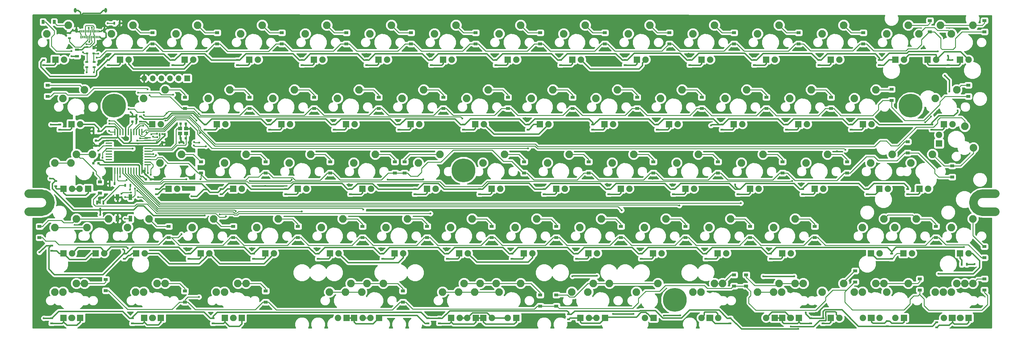
<source format=gbl>
G04 #@! TF.FileFunction,Copper,L2,Bot,Signal*
%FSLAX46Y46*%
G04 Gerber Fmt 4.6, Leading zero omitted, Abs format (unit mm)*
G04 Created by KiCad (PCBNEW 4.0.7-e2-6376~58~ubuntu16.04.1) date Fri Jun  8 21:13:15 2018*
%MOMM*%
%LPD*%
G01*
G04 APERTURE LIST*
%ADD10C,0.100000*%
%ADD11C,2.501900*%
%ADD12C,0.600000*%
%ADD13O,0.800000X1.400000*%
%ADD14R,0.300000X0.700000*%
%ADD15C,2.250000*%
%ADD16C,1.905000*%
%ADD17R,1.905000X1.905000*%
%ADD18R,0.900000X0.500000*%
%ADD19R,0.500000X0.900000*%
%ADD20R,1.300000X0.700000*%
%ADD21R,1.200000X0.900000*%
%ADD22R,0.900000X1.200000*%
%ADD23R,1.150000X1.000000*%
%ADD24O,1.899920X0.406400*%
%ADD25O,0.406400X1.899920*%
%ADD26R,1.000000X1.700000*%
%ADD27R,0.700000X0.600000*%
%ADD28R,0.700000X1.000000*%
%ADD29R,0.800000X0.750000*%
%ADD30R,0.750000X0.800000*%
%ADD31R,1.700000X1.700000*%
%ADD32O,1.700000X1.700000*%
%ADD33R,0.600000X1.300000*%
%ADD34C,7.001300*%
%ADD35C,7.000240*%
%ADD36C,1.000000*%
%ADD37C,0.381000*%
%ADD38C,0.254000*%
G04 APERTURE END LIST*
D10*
D11*
X360156250Y-111863450D02*
X364006250Y-111863450D01*
X360156250Y-106561550D02*
X363956250Y-106561550D01*
X360156250Y-111863450D02*
G75*
G02X357505300Y-109212500I0J2650950D01*
G01*
X357505300Y-109212500D02*
G75*
G02X360156250Y-106561550I2650950J0D01*
G01*
X85407200Y-109212500D02*
G75*
G03X82756250Y-106561550I-2650950J0D01*
G01*
X82756250Y-111863450D02*
G75*
G03X85407200Y-109212500I0J2650950D01*
G01*
X78956250Y-111863450D02*
X82756250Y-111863450D01*
X78956250Y-106561550D02*
X82756250Y-106561550D01*
D12*
X317322200Y-94081600D03*
X220218000Y-86614000D03*
X185801000Y-143510000D03*
X190525400Y-143586200D03*
X323926200Y-63931800D03*
X304673000Y-64008000D03*
X126900000Y-104600000D03*
X125095000Y-107188000D03*
X342646000Y-142494000D03*
X120243600Y-124383800D03*
X90805000Y-92938600D03*
X127482600Y-88392000D03*
X91084400Y-62992000D03*
X114452400Y-63982600D03*
X121412000Y-107696000D03*
X127000000Y-102108000D03*
X94488000Y-109220000D03*
X358495600Y-140004800D03*
X309524400Y-140106400D03*
X264922000Y-139903200D03*
X348284800Y-59486800D03*
X123393200Y-91592400D03*
X173380400Y-103784400D03*
X225450400Y-84328000D03*
X320954400Y-84582000D03*
X301802800Y-84480400D03*
X282702000Y-84683600D03*
X263753600Y-84429600D03*
X342239600Y-63703200D03*
X285953200Y-63906400D03*
X267309600Y-63906400D03*
X247700800Y-63906400D03*
X247700800Y-63906400D03*
X345592400Y-121158000D03*
X278841200Y-122885200D03*
X306882800Y-103530400D03*
X268782800Y-103784400D03*
X262991600Y-102158800D03*
X249529600Y-103733600D03*
X229971600Y-103886000D03*
X187807600Y-84937600D03*
X168757600Y-84886800D03*
X343357200Y-82753200D03*
X346862400Y-82245200D03*
X123901200Y-74879200D03*
X128778000Y-108356400D03*
X278485600Y-112572800D03*
X240842800Y-112979200D03*
X202336400Y-112826800D03*
X348742000Y-76200000D03*
X345440000Y-72898000D03*
X345440000Y-72898000D03*
X117017800Y-74549000D03*
X191884300Y-96748600D03*
X239471200Y-145059400D03*
X214274400Y-134493000D03*
X266649200Y-144729200D03*
X129006600Y-79070200D03*
X118541800Y-101701600D03*
X127025400Y-93268800D03*
X123698000Y-115976400D03*
X90474800Y-89103200D03*
X89992200Y-83616800D03*
X157403800Y-121056400D03*
X119989600Y-121208800D03*
X239293400Y-83337400D03*
X220370400Y-83210400D03*
X200761600Y-82804000D03*
X181914800Y-83032600D03*
X162941000Y-83032600D03*
X125501400Y-122656600D03*
X88188800Y-109067600D03*
X95986600Y-112420400D03*
X310261000Y-121361200D03*
X296748200Y-122682000D03*
X291668200Y-121386600D03*
X272465800Y-121310400D03*
X259334000Y-122809000D03*
X253542800Y-121361200D03*
X240131600Y-122732800D03*
X234061000Y-121335800D03*
X221132400Y-122707400D03*
X215620600Y-121259600D03*
X228117400Y-63906400D03*
X208762600Y-64058800D03*
X197053200Y-65278000D03*
X189865000Y-64084200D03*
X178562000Y-65379600D03*
X170891200Y-64033400D03*
X151866600Y-63957200D03*
X301498000Y-102108000D03*
X282676600Y-102057200D03*
X292912800Y-65430400D03*
X312115200Y-65303400D03*
X315315600Y-83362800D03*
X297484800Y-83185000D03*
X148767800Y-104267000D03*
X101854000Y-65532000D03*
X348742000Y-132588000D03*
X291592000Y-144526000D03*
X88646000Y-132588000D03*
X318262000Y-145288000D03*
X311150000Y-141732000D03*
X348488000Y-114808000D03*
X349250000Y-123952000D03*
X354939600Y-83134200D03*
X356108000Y-89916000D03*
X94996000Y-124460000D03*
X109220000Y-141732000D03*
X133096000Y-141732000D03*
X144780000Y-122682000D03*
X202184000Y-122682000D03*
X182880000Y-122682000D03*
X163830000Y-122682000D03*
X148844000Y-101854000D03*
X132537200Y-104317800D03*
X330454000Y-65532000D03*
X354076000Y-57912000D03*
X149352000Y-84836000D03*
X144272000Y-83058000D03*
X87630000Y-70358000D03*
X211328000Y-102108000D03*
X203200000Y-96774000D03*
X216408000Y-65532000D03*
X273558000Y-65278000D03*
X235458000Y-65532000D03*
X254711200Y-65582800D03*
X249682000Y-67310000D03*
X112776000Y-132080000D03*
X104648000Y-116586000D03*
X296418000Y-110744000D03*
X323088000Y-124714000D03*
X355600000Y-100330000D03*
X343154000Y-90932000D03*
X337312000Y-87376000D03*
X332740000Y-84328000D03*
X258572000Y-83312000D03*
X277368000Y-83312000D03*
X338074000Y-102616000D03*
X326390000Y-102362000D03*
X290322000Y-140970000D03*
X254508000Y-134112000D03*
X258978400Y-140157200D03*
X233426000Y-142494000D03*
X189230000Y-140462000D03*
X149098000Y-140462000D03*
X125222000Y-140462000D03*
X98806000Y-127762000D03*
X103632000Y-144272000D03*
X128016000Y-144272000D03*
X153162000Y-144018000D03*
X197358000Y-141732000D03*
X139446000Y-121158000D03*
X139700000Y-124460000D03*
X196342000Y-121412000D03*
X177292000Y-121412000D03*
X177800000Y-124714000D03*
X215900000Y-124460000D03*
X244348000Y-128016000D03*
X205740000Y-128270000D03*
X131064000Y-129286000D03*
X162306000Y-133858000D03*
X105156000Y-135890000D03*
X129540000Y-138938000D03*
X195326000Y-135636000D03*
X154940000Y-136652000D03*
X243586000Y-102108000D03*
X223266000Y-101854000D03*
X203657200Y-102920800D03*
X187198000Y-104140000D03*
X167894000Y-102108000D03*
X159512000Y-65532000D03*
X137922000Y-65532000D03*
X121412000Y-65532000D03*
X115824000Y-67564000D03*
X228092000Y-97599500D03*
D13*
X93030800Y-58426400D03*
X101290800Y-58426400D03*
X92670800Y-52476400D03*
X101650800Y-52476400D03*
D14*
X97160800Y-58636400D03*
X96660800Y-58636400D03*
X96160800Y-58636400D03*
X95660800Y-58636400D03*
X95160800Y-58636400D03*
X94660800Y-58636400D03*
X94160800Y-58636400D03*
X97660800Y-58636400D03*
X98160800Y-58636400D03*
X99160800Y-58636400D03*
X98660800Y-58636400D03*
X99660800Y-58636400D03*
X98410800Y-60336400D03*
X97910800Y-60336400D03*
X97410800Y-60336400D03*
X96910800Y-60336400D03*
X96410800Y-60336400D03*
X98910800Y-60336400D03*
X99410800Y-60336400D03*
X99910800Y-60336400D03*
X95910800Y-60336400D03*
X95410800Y-60336400D03*
X94910800Y-60336400D03*
X94410800Y-60336400D03*
D15*
X357505000Y-93027500D03*
X354965000Y-86677500D03*
D16*
X347345000Y-89217500D03*
D17*
X347345000Y-91757500D03*
D18*
X346710000Y-146038000D03*
X346710000Y-144538000D03*
X332105000Y-144157000D03*
X332105000Y-145657000D03*
X313134375Y-144815625D03*
X313134375Y-143315625D03*
X309562500Y-144815625D03*
X309562500Y-143315625D03*
X285750000Y-144815625D03*
X285750000Y-143315625D03*
X238125000Y-143625000D03*
X238125000Y-142125000D03*
X200025000Y-144815625D03*
X200025000Y-143315625D03*
X196646800Y-144844200D03*
X196646800Y-143344200D03*
X133350000Y-144815625D03*
X133350000Y-143315625D03*
X109537500Y-144815625D03*
X109537500Y-143315625D03*
X85725000Y-144815625D03*
X85725000Y-143315625D03*
D19*
X354056250Y-127396875D03*
X355556250Y-127396875D03*
D18*
X333375000Y-125765625D03*
X333375000Y-124265625D03*
X297656250Y-125765625D03*
X297656250Y-124265625D03*
X278606250Y-125765625D03*
X278606250Y-124265625D03*
X259556250Y-125765625D03*
X259556250Y-124265625D03*
X240506250Y-125765625D03*
X240506250Y-124265625D03*
X221456250Y-125765625D03*
X221456250Y-124265625D03*
X202406250Y-125765625D03*
X202406250Y-124265625D03*
X183356250Y-125765625D03*
X183356250Y-124265625D03*
X164306250Y-125765625D03*
X164306250Y-124265625D03*
X145256250Y-125765625D03*
X145256250Y-124265625D03*
X126206250Y-125765625D03*
X126206250Y-124265625D03*
X107156250Y-125765625D03*
X107156250Y-124265625D03*
X85725000Y-123384375D03*
X85725000Y-121884375D03*
X338137500Y-106715625D03*
X338137500Y-105215625D03*
X326231250Y-106715625D03*
X326231250Y-105215625D03*
X307181250Y-106715625D03*
X307181250Y-105215625D03*
X288131250Y-106715625D03*
X288131250Y-105215625D03*
X269081250Y-106715625D03*
X269081250Y-105215625D03*
X250031250Y-106715625D03*
X250031250Y-105215625D03*
X230981250Y-106715625D03*
X230981250Y-105215625D03*
X211931250Y-106715625D03*
X211931250Y-105215625D03*
X192881250Y-106715625D03*
X192881250Y-105215625D03*
X173831250Y-106715625D03*
X173831250Y-105215625D03*
X154781250Y-106715625D03*
X154781250Y-105215625D03*
X135731250Y-106715625D03*
X135731250Y-105215625D03*
X116681250Y-106715625D03*
X116681250Y-105215625D03*
X86915625Y-104334375D03*
X86915625Y-102834375D03*
X345281250Y-87665625D03*
X345281250Y-86165625D03*
X321468750Y-87665625D03*
X321468750Y-86165625D03*
X302418750Y-87665625D03*
X302418750Y-86165625D03*
X283368750Y-87665625D03*
X283368750Y-86165625D03*
X264318750Y-87665625D03*
X264318750Y-86165625D03*
X245268750Y-87665625D03*
X245268750Y-86165625D03*
X226218750Y-87665625D03*
X226218750Y-86165625D03*
X150018750Y-87665625D03*
X150018750Y-86165625D03*
X130968750Y-87665625D03*
X130968750Y-86165625D03*
X111918750Y-85284375D03*
X111918750Y-83784375D03*
X88106250Y-87665625D03*
X88106250Y-86165625D03*
X350043750Y-68615625D03*
X350043750Y-67115625D03*
X329803125Y-68615625D03*
X329803125Y-67115625D03*
X311943750Y-68615625D03*
X311943750Y-67115625D03*
X292893750Y-68615625D03*
X292893750Y-67115625D03*
X273843750Y-68615625D03*
X273843750Y-67115625D03*
X254793750Y-68615625D03*
X254793750Y-67115625D03*
X235743750Y-68615625D03*
X235743750Y-67115625D03*
X216693750Y-68615625D03*
X216693750Y-67115625D03*
X197643750Y-68615625D03*
X197643750Y-67115625D03*
X178593750Y-68615625D03*
X178593750Y-67115625D03*
X159543750Y-68615625D03*
X159543750Y-67115625D03*
X140493750Y-68615625D03*
X140493750Y-67115625D03*
X121443750Y-68615625D03*
X121443750Y-67115625D03*
X102393750Y-68615625D03*
X102393750Y-67115625D03*
X83343750Y-68615625D03*
X83343750Y-67115625D03*
D20*
X93200000Y-66000000D03*
X93200000Y-64100000D03*
D15*
X178752500Y-133032500D03*
X172402500Y-135572500D03*
D16*
X177482500Y-143192500D03*
D17*
X174942500Y-143192500D03*
D15*
X245427500Y-133032500D03*
X239077500Y-135572500D03*
D16*
X244157500Y-143192500D03*
D17*
X241617500Y-143192500D03*
D21*
X360759375Y-135000000D03*
X360759375Y-131700000D03*
X341709375Y-135000000D03*
X341709375Y-131700000D03*
X322659375Y-132618750D03*
X322659375Y-129318750D03*
X290512500Y-133809375D03*
X290512500Y-130509375D03*
X286940625Y-133809375D03*
X286940625Y-130509375D03*
X234553125Y-139762500D03*
X234553125Y-136462500D03*
X229790625Y-139762500D03*
X229790625Y-136462500D03*
X189309375Y-138571875D03*
X189309375Y-135271875D03*
X148828125Y-138571875D03*
X148828125Y-135271875D03*
X125015625Y-138571875D03*
X125015625Y-135271875D03*
X101701600Y-135152400D03*
X101701600Y-131852400D03*
X360759375Y-125475000D03*
X360759375Y-122175000D03*
X346471875Y-119521875D03*
X346471875Y-116221875D03*
X310753125Y-119521875D03*
X310753125Y-116221875D03*
X291703125Y-119521875D03*
X291703125Y-116221875D03*
X272653125Y-119521875D03*
X272653125Y-116221875D03*
X253603125Y-119521875D03*
X253603125Y-116221875D03*
X234553125Y-119521875D03*
X234553125Y-116221875D03*
X215503125Y-119521875D03*
X215503125Y-116221875D03*
X196453125Y-119521875D03*
X196453125Y-116221875D03*
X177403125Y-119521875D03*
X177403125Y-116221875D03*
X158353125Y-119521875D03*
X158353125Y-116221875D03*
X139303125Y-119521875D03*
X139303125Y-116221875D03*
X120253125Y-119521875D03*
X120253125Y-116221875D03*
X82153125Y-119521875D03*
X82153125Y-116221875D03*
X351234375Y-101662500D03*
X351234375Y-98362500D03*
X338137500Y-94518750D03*
X338137500Y-91218750D03*
X320278125Y-100471875D03*
X320278125Y-97171875D03*
X301228125Y-100471875D03*
X301228125Y-97171875D03*
X282178125Y-100471875D03*
X282178125Y-97171875D03*
X263128125Y-100471875D03*
X263128125Y-97171875D03*
X244078125Y-100471875D03*
X244078125Y-97171875D03*
X225028125Y-100471875D03*
X225028125Y-97171875D03*
X189801500Y-100469700D03*
X189801500Y-97169700D03*
X186928125Y-100471875D03*
X186928125Y-97171875D03*
X167878125Y-100471875D03*
X167878125Y-97171875D03*
X148828125Y-100471875D03*
X148828125Y-97171875D03*
X129778125Y-100471875D03*
X129778125Y-97171875D03*
X100012500Y-106425000D03*
X100012500Y-103125000D03*
X355996875Y-77850000D03*
X355996875Y-74550000D03*
X333375000Y-79040625D03*
X333375000Y-75740625D03*
X315515625Y-81421875D03*
X315515625Y-78121875D03*
X296465625Y-81421875D03*
X296465625Y-78121875D03*
X277415625Y-81421875D03*
X277415625Y-78121875D03*
X258365625Y-81421875D03*
X258365625Y-78121875D03*
X239315625Y-81421875D03*
X239315625Y-78121875D03*
X220265625Y-81421875D03*
X220265625Y-78121875D03*
X201215625Y-81421875D03*
X201215625Y-78121875D03*
X182165625Y-81421875D03*
X182165625Y-78121875D03*
X163115625Y-81421875D03*
X163115625Y-78121875D03*
X144065625Y-81421875D03*
X144065625Y-78121875D03*
X125015625Y-81421875D03*
X125015625Y-78121875D03*
X84534375Y-77850000D03*
X84534375Y-74550000D03*
X360759375Y-58800000D03*
X360759375Y-55500000D03*
X344678000Y-58800000D03*
X344678000Y-55500000D03*
X325040625Y-62371875D03*
X325040625Y-59071875D03*
X305990625Y-62371875D03*
X305990625Y-59071875D03*
X286940625Y-62371875D03*
X286940625Y-59071875D03*
X267890625Y-62371875D03*
X267890625Y-59071875D03*
X248840625Y-62371875D03*
X248840625Y-59071875D03*
X229790625Y-62371875D03*
X229790625Y-59071875D03*
X210740625Y-62371875D03*
X210740625Y-59071875D03*
X191690625Y-62371875D03*
X191690625Y-59071875D03*
X172640625Y-62371875D03*
X172640625Y-59071875D03*
X153590625Y-62371875D03*
X153590625Y-59071875D03*
X134540625Y-62371875D03*
X134540625Y-59071875D03*
X115490625Y-62371875D03*
X115490625Y-59071875D03*
D22*
X83186000Y-55880000D03*
X86486000Y-55880000D03*
D23*
X123610400Y-87361800D03*
X125360400Y-87361800D03*
X125360400Y-88761800D03*
X123610400Y-88761800D03*
D24*
X102631875Y-94059375D03*
X102631875Y-93259275D03*
X102631875Y-92459175D03*
X102631875Y-91659075D03*
X102631875Y-90858975D03*
X102631875Y-90058875D03*
X102631875Y-94859475D03*
X102631875Y-95659575D03*
X102631875Y-96459675D03*
X102631875Y-97259775D03*
X102631875Y-98059875D03*
X114061875Y-94059375D03*
X114061875Y-93259275D03*
X114061875Y-92459175D03*
X114061875Y-91659075D03*
X114061875Y-90858975D03*
X114061875Y-90058875D03*
X114061875Y-94859475D03*
X114061875Y-95659575D03*
X114061875Y-96459675D03*
X114061875Y-97259775D03*
X114061875Y-98059875D03*
D25*
X108346875Y-88344375D03*
X108346875Y-99774375D03*
X109146975Y-88344375D03*
X109146975Y-99774375D03*
X109947075Y-99774375D03*
X109947075Y-88344375D03*
X110747175Y-88344375D03*
X110747175Y-99774375D03*
X111547275Y-99774375D03*
X111547275Y-88344375D03*
X112347375Y-88344375D03*
X112347375Y-99774375D03*
X107546775Y-99774375D03*
X107546775Y-88344375D03*
X106746675Y-88344375D03*
X106746675Y-99774375D03*
X105946575Y-99774375D03*
X105946575Y-88344375D03*
X105146475Y-88344375D03*
X105146475Y-99774375D03*
X104346375Y-99774375D03*
X104346375Y-88344375D03*
D26*
X105161000Y-107594000D03*
X105161000Y-113894000D03*
X108961000Y-107594000D03*
X108961000Y-113894000D03*
D19*
X105750000Y-56250000D03*
X104250000Y-56250000D03*
D18*
X91033600Y-59143200D03*
X91033600Y-60643200D03*
X96100000Y-69250000D03*
X96100000Y-67750000D03*
X98250000Y-69250000D03*
X98250000Y-67750000D03*
D19*
X119114000Y-89154000D03*
X117614000Y-89154000D03*
X104334375Y-103584375D03*
X102834375Y-103584375D03*
X107454000Y-104140000D03*
X108954000Y-104140000D03*
D18*
X207168750Y-87665625D03*
X207168750Y-86165625D03*
X188118750Y-87665625D03*
X188118750Y-86165625D03*
X169068750Y-87665625D03*
X169068750Y-86165625D03*
D15*
X93027500Y-94932500D03*
X86677500Y-97472500D03*
D16*
X91757500Y-105092500D03*
D17*
X89217500Y-105092500D03*
D15*
X97790000Y-94932500D03*
X91440000Y-97472500D03*
D16*
X93980000Y-105092500D03*
D17*
X96520000Y-105092500D03*
D27*
X96150000Y-65200000D03*
X98150000Y-65200000D03*
X96150000Y-63300000D03*
D28*
X98150000Y-63500000D03*
D29*
X98071875Y-88106250D03*
X99571875Y-88106250D03*
X115000000Y-102300000D03*
X113500000Y-102300000D03*
X98071875Y-97631250D03*
X99571875Y-97631250D03*
D30*
X98821875Y-92428125D03*
X98821875Y-90928125D03*
D29*
X118352000Y-91440000D03*
X116852000Y-91440000D03*
D30*
X109537500Y-83784375D03*
X109537500Y-85284375D03*
D29*
X125260800Y-85877400D03*
X123760800Y-85877400D03*
X123786200Y-90271600D03*
X125286200Y-90271600D03*
D15*
X354965000Y-133032500D03*
X348615000Y-135572500D03*
D16*
X353695000Y-143192500D03*
D17*
X351155000Y-143192500D03*
D15*
X331152500Y-133032500D03*
X324802500Y-135572500D03*
D16*
X329882500Y-143192500D03*
D17*
X327342500Y-143192500D03*
D15*
X304958750Y-133032500D03*
X298608750Y-135572500D03*
D16*
X303688750Y-143192500D03*
D17*
X301148750Y-143192500D03*
D15*
X216852500Y-133032500D03*
X210502500Y-135572500D03*
D16*
X215582500Y-143192500D03*
D17*
X213042500Y-143192500D03*
D15*
X140652500Y-133032500D03*
X134302500Y-135572500D03*
D16*
X139382500Y-143192500D03*
D17*
X136842500Y-143192500D03*
D15*
X116840000Y-133032500D03*
X110490000Y-135572500D03*
D16*
X115570000Y-143192500D03*
D17*
X113030000Y-143192500D03*
D15*
X264477500Y-133032500D03*
X258127500Y-135572500D03*
D16*
X260667500Y-143192500D03*
D17*
X263207500Y-143192500D03*
D15*
X223996250Y-133032500D03*
X217646250Y-135572500D03*
D16*
X220186250Y-143192500D03*
D17*
X222726250Y-143192500D03*
D15*
X183515000Y-133032500D03*
X177165000Y-135572500D03*
D16*
X179705000Y-143192500D03*
D17*
X182245000Y-143192500D03*
D15*
X352583750Y-133032500D03*
X346233750Y-135572500D03*
D16*
X348773750Y-143192500D03*
D17*
X351313750Y-143192500D03*
D15*
X328771250Y-133032500D03*
X322421250Y-135572500D03*
D16*
X324961250Y-143192500D03*
D17*
X327501250Y-143192500D03*
D15*
X223996250Y-133032500D03*
X217646250Y-135572500D03*
D16*
X220186250Y-143192500D03*
D17*
X222726250Y-143192500D03*
D15*
X143033750Y-133032500D03*
X136683750Y-135572500D03*
D16*
X139223750Y-143192500D03*
D17*
X141763750Y-143192500D03*
D15*
X119221250Y-133032500D03*
X112871250Y-135572500D03*
D16*
X115411250Y-143192500D03*
D17*
X117951250Y-143192500D03*
D15*
X250190000Y-133032500D03*
X243840000Y-135572500D03*
D16*
X246380000Y-143192500D03*
D17*
X248920000Y-143192500D03*
D15*
X357346250Y-133032500D03*
X350996250Y-135572500D03*
D16*
X353536250Y-143192500D03*
D17*
X356076250Y-143192500D03*
D15*
X338296250Y-133032500D03*
X331946250Y-135572500D03*
D16*
X334486250Y-143192500D03*
D17*
X337026250Y-143192500D03*
D15*
X300196250Y-133032500D03*
X293846250Y-135572500D03*
D16*
X296386250Y-143192500D03*
D17*
X298926250Y-143192500D03*
D15*
X281146250Y-133032500D03*
X274796250Y-135572500D03*
D16*
X277336250Y-143192500D03*
D17*
X279876250Y-143192500D03*
D15*
X283527500Y-133032500D03*
X277177500Y-135572500D03*
D16*
X282257500Y-143192500D03*
D17*
X279717500Y-143192500D03*
D15*
X207327500Y-133032500D03*
X200977500Y-135572500D03*
D16*
X206057500Y-143192500D03*
D17*
X203517500Y-143192500D03*
D15*
X173990000Y-133032500D03*
X167640000Y-135572500D03*
D16*
X170180000Y-143192500D03*
D17*
X172720000Y-143192500D03*
D15*
X307340000Y-133032500D03*
X300990000Y-135572500D03*
D16*
X303530000Y-143192500D03*
D17*
X306070000Y-143192500D03*
D15*
X212090000Y-133032500D03*
X205740000Y-135572500D03*
D16*
X208280000Y-143192500D03*
D17*
X210820000Y-143192500D03*
D31*
X125704600Y-72517000D03*
D32*
X123164600Y-72517000D03*
X120624600Y-72517000D03*
X118084600Y-72517000D03*
X115544600Y-72517000D03*
X113004600Y-72517000D03*
D15*
X119221250Y-75882500D03*
X112871250Y-78422500D03*
D16*
X117951250Y-86042500D03*
D17*
X115411250Y-86042500D03*
D15*
X281146250Y-56832500D03*
X274796250Y-59372500D03*
D16*
X279876250Y-66992500D03*
D17*
X277336250Y-66992500D03*
D15*
X109696250Y-56832500D03*
X103346250Y-59372500D03*
D16*
X108426250Y-66992500D03*
D17*
X105886250Y-66992500D03*
D15*
X128746250Y-56832500D03*
X122396250Y-59372500D03*
D16*
X127476250Y-66992500D03*
D17*
X124936250Y-66992500D03*
D15*
X147796250Y-56832500D03*
X141446250Y-59372500D03*
D16*
X146526250Y-66992500D03*
D17*
X143986250Y-66992500D03*
D15*
X166846250Y-56832500D03*
X160496250Y-59372500D03*
D16*
X165576250Y-66992500D03*
D17*
X163036250Y-66992500D03*
D15*
X185896250Y-56832500D03*
X179546250Y-59372500D03*
D16*
X184626250Y-66992500D03*
D17*
X182086250Y-66992500D03*
D15*
X204946250Y-56832500D03*
X198596250Y-59372500D03*
D16*
X203676250Y-66992500D03*
D17*
X201136250Y-66992500D03*
D15*
X223996250Y-56832500D03*
X217646250Y-59372500D03*
D16*
X222726250Y-66992500D03*
D17*
X220186250Y-66992500D03*
D15*
X243046250Y-56832500D03*
X236696250Y-59372500D03*
D16*
X241776250Y-66992500D03*
D17*
X239236250Y-66992500D03*
D15*
X262096250Y-56832500D03*
X255746250Y-59372500D03*
D16*
X260826250Y-66992500D03*
D17*
X258286250Y-66992500D03*
D15*
X300196250Y-56832500D03*
X293846250Y-59372500D03*
D16*
X298926250Y-66992500D03*
D17*
X296386250Y-66992500D03*
D15*
X319246250Y-56832500D03*
X312896250Y-59372500D03*
D16*
X317976250Y-66992500D03*
D17*
X315436250Y-66992500D03*
D15*
X347821250Y-56832500D03*
X341471250Y-59372500D03*
D16*
X346551250Y-66992500D03*
D17*
X344011250Y-66992500D03*
D15*
X357346250Y-56832500D03*
X350996250Y-59372500D03*
D16*
X356076250Y-66992500D03*
D17*
X353536250Y-66992500D03*
D15*
X338296250Y-56832500D03*
X331946250Y-59372500D03*
D16*
X337026250Y-66992500D03*
D17*
X334486250Y-66992500D03*
D15*
X90646250Y-56832500D03*
X84296250Y-59372500D03*
D16*
X89376250Y-66992500D03*
D17*
X86836250Y-66992500D03*
D15*
X157321250Y-75882500D03*
X150971250Y-78422500D03*
D16*
X156051250Y-86042500D03*
D17*
X153511250Y-86042500D03*
D15*
X252571250Y-75882500D03*
X246221250Y-78422500D03*
D16*
X251301250Y-86042500D03*
D17*
X248761250Y-86042500D03*
D15*
X271621250Y-75882500D03*
X265271250Y-78422500D03*
D16*
X270351250Y-86042500D03*
D17*
X267811250Y-86042500D03*
D15*
X290671250Y-75882500D03*
X284321250Y-78422500D03*
D16*
X289401250Y-86042500D03*
D17*
X286861250Y-86042500D03*
D15*
X176371250Y-75882500D03*
X170021250Y-78422500D03*
D16*
X175101250Y-86042500D03*
D17*
X172561250Y-86042500D03*
D15*
X195421250Y-75882500D03*
X189071250Y-78422500D03*
D16*
X194151250Y-86042500D03*
D17*
X191611250Y-86042500D03*
D15*
X95408750Y-75882500D03*
X89058750Y-78422500D03*
D16*
X94138750Y-86042500D03*
D17*
X91598750Y-86042500D03*
D15*
X233521250Y-75882500D03*
X227171250Y-78422500D03*
D16*
X232251250Y-86042500D03*
D17*
X229711250Y-86042500D03*
D15*
X138271250Y-75882500D03*
X131921250Y-78422500D03*
D16*
X137001250Y-86042500D03*
D17*
X134461250Y-86042500D03*
D15*
X214471250Y-75882500D03*
X208121250Y-78422500D03*
D16*
X213201250Y-86042500D03*
D17*
X210661250Y-86042500D03*
D15*
X309721250Y-75882500D03*
X303371250Y-78422500D03*
D16*
X308451250Y-86042500D03*
D17*
X305911250Y-86042500D03*
D15*
X352583750Y-75882500D03*
X346233750Y-78422500D03*
D16*
X351313750Y-86042500D03*
D17*
X348773750Y-86042500D03*
D15*
X328771250Y-75882500D03*
X322421250Y-78422500D03*
D16*
X327501250Y-86042500D03*
D17*
X324961250Y-86042500D03*
D15*
X314483750Y-94932500D03*
X308133750Y-97472500D03*
D16*
X313213750Y-105092500D03*
D17*
X310673750Y-105092500D03*
D15*
X295433750Y-94932500D03*
X289083750Y-97472500D03*
D16*
X294163750Y-105092500D03*
D17*
X291623750Y-105092500D03*
D15*
X123983750Y-94932500D03*
X117633750Y-97472500D03*
D16*
X122713750Y-105092500D03*
D17*
X120173750Y-105092500D03*
D15*
X162083750Y-94932500D03*
X155733750Y-97472500D03*
D16*
X160813750Y-105092500D03*
D17*
X158273750Y-105092500D03*
D15*
X345440000Y-94932500D03*
X339090000Y-97472500D03*
D16*
X344170000Y-105092500D03*
D17*
X341630000Y-105092500D03*
D15*
X181133750Y-94932500D03*
X174783750Y-97472500D03*
D16*
X179863750Y-105092500D03*
D17*
X177323750Y-105092500D03*
D15*
X200183750Y-94932500D03*
X193833750Y-97472500D03*
D16*
X198913750Y-105092500D03*
D17*
X196373750Y-105092500D03*
D15*
X219233750Y-94932500D03*
X212883750Y-97472500D03*
D16*
X217963750Y-105092500D03*
D17*
X215423750Y-105092500D03*
D15*
X333533750Y-94932500D03*
X327183750Y-97472500D03*
D16*
X332263750Y-105092500D03*
D17*
X329723750Y-105092500D03*
D15*
X238283750Y-94932500D03*
X231933750Y-97472500D03*
D16*
X237013750Y-105092500D03*
D17*
X234473750Y-105092500D03*
D15*
X257333750Y-94932500D03*
X250983750Y-97472500D03*
D16*
X256063750Y-105092500D03*
D17*
X253523750Y-105092500D03*
D15*
X276383750Y-94932500D03*
X270033750Y-97472500D03*
D16*
X275113750Y-105092500D03*
D17*
X272573750Y-105092500D03*
D15*
X143033750Y-94932500D03*
X136683750Y-97472500D03*
D16*
X141763750Y-105092500D03*
D17*
X139223750Y-105092500D03*
D15*
X266858750Y-113982500D03*
X260508750Y-116522500D03*
D16*
X265588750Y-124142500D03*
D17*
X263048750Y-124142500D03*
D15*
X285908750Y-113982500D03*
X279558750Y-116522500D03*
D16*
X284638750Y-124142500D03*
D17*
X282098750Y-124142500D03*
D15*
X304958750Y-113982500D03*
X298608750Y-116522500D03*
D16*
X303688750Y-124142500D03*
D17*
X301148750Y-124142500D03*
D15*
X209708750Y-113982500D03*
X203358750Y-116522500D03*
D16*
X208438750Y-124142500D03*
D17*
X205898750Y-124142500D03*
D15*
X171608750Y-113982500D03*
X165258750Y-116522500D03*
D16*
X170338750Y-124142500D03*
D17*
X167798750Y-124142500D03*
D15*
X357346250Y-113982500D03*
X350996250Y-116522500D03*
D16*
X356076250Y-124142500D03*
D17*
X353536250Y-124142500D03*
D15*
X114458750Y-113982500D03*
X108108750Y-116522500D03*
D16*
X113188750Y-124142500D03*
D17*
X110648750Y-124142500D03*
D15*
X102552500Y-113982500D03*
X96202500Y-116522500D03*
D16*
X101282500Y-124142500D03*
D17*
X98742500Y-124142500D03*
D15*
X93027500Y-113982500D03*
X86677500Y-116522500D03*
D16*
X91757500Y-124142500D03*
D17*
X89217500Y-124142500D03*
D15*
X247808750Y-113982500D03*
X241458750Y-116522500D03*
D16*
X246538750Y-124142500D03*
D17*
X243998750Y-124142500D03*
D15*
X228758750Y-113982500D03*
X222408750Y-116522500D03*
D16*
X227488750Y-124142500D03*
D17*
X224948750Y-124142500D03*
D15*
X340677500Y-113982500D03*
X334327500Y-116522500D03*
D16*
X339407500Y-124142500D03*
D17*
X336867500Y-124142500D03*
D15*
X331152500Y-113982500D03*
X324802500Y-116522500D03*
D16*
X329882500Y-124142500D03*
D17*
X327342500Y-124142500D03*
D15*
X190658750Y-113982500D03*
X184308750Y-116522500D03*
D16*
X189388750Y-124142500D03*
D17*
X186848750Y-124142500D03*
D15*
X152558750Y-113982500D03*
X146208750Y-116522500D03*
D16*
X151288750Y-124142500D03*
D17*
X148748750Y-124142500D03*
D15*
X133508750Y-113982500D03*
X127158750Y-116522500D03*
D16*
X132238750Y-124142500D03*
D17*
X129698750Y-124142500D03*
D15*
X319246250Y-133032500D03*
X312896250Y-135572500D03*
D16*
X317976250Y-143192500D03*
D17*
X315436250Y-143192500D03*
D33*
X100076000Y-111286000D03*
X101026000Y-109186000D03*
X99126000Y-109186000D03*
D15*
X93027500Y-133032500D03*
X86677500Y-135572500D03*
D16*
X91757500Y-143192500D03*
D17*
X89217500Y-143192500D03*
D15*
X95408750Y-133032500D03*
X89058750Y-135572500D03*
D16*
X91598750Y-143192500D03*
D17*
X94138750Y-143192500D03*
D34*
X104156250Y-80612500D03*
D35*
X207156250Y-99712500D03*
X269456250Y-137912500D03*
X339006250Y-80612500D03*
D36*
X104156250Y-78312500D03*
X101856250Y-80612500D03*
X106456250Y-80612500D03*
X104156250Y-82912500D03*
X102529904Y-78986154D03*
X105782596Y-78986154D03*
X102529904Y-82238846D03*
X105782596Y-82238846D03*
X339006250Y-78312500D03*
X339006250Y-82912500D03*
X340206250Y-82912500D03*
X337806250Y-82912500D03*
X337806250Y-78312500D03*
X340206250Y-78295500D03*
X269456250Y-135612500D03*
X269456250Y-140212500D03*
X270656250Y-135612500D03*
X268256250Y-135612500D03*
X268256250Y-140212500D03*
X270656250Y-140212500D03*
X207156250Y-97412500D03*
X208356250Y-97412500D03*
X205956250Y-97412500D03*
X207156250Y-102012500D03*
X205956250Y-102012500D03*
X208356250Y-102012500D03*
X85356250Y-109212500D03*
X82756250Y-106612500D03*
X82756250Y-111812500D03*
X84594728Y-107374022D03*
X84594728Y-111050978D03*
X80714215Y-106612500D03*
X80714215Y-111812500D03*
X357556250Y-109212500D03*
X358317772Y-107374022D03*
X360156250Y-106612500D03*
X362198285Y-106612500D03*
X362198285Y-111812500D03*
X360156250Y-111812500D03*
X358317772Y-111050978D03*
D12*
X99600000Y-107800000D03*
X126111000Y-91465400D03*
X124714000Y-91668600D03*
X100076000Y-62712600D03*
X109034290Y-82530209D03*
X104978200Y-72364600D03*
X103398610Y-99314000D03*
X104571800Y-90855800D03*
X107543600Y-89966800D03*
X106273600Y-113842800D03*
X106324400Y-107594400D03*
X104648000Y-97282000D03*
X195275200Y-102315990D03*
X266242800Y-142519400D03*
X271068800Y-142468600D03*
X251307600Y-142036800D03*
X257327400Y-142036800D03*
X111352019Y-98090967D03*
X111221810Y-91761759D03*
X108204000Y-122682000D03*
X184785000Y-102379501D03*
X156495364Y-102449293D03*
X144195800Y-102818891D03*
X91617800Y-66040000D03*
X118367202Y-89001600D03*
X303707800Y-145770600D03*
X239268000Y-130937000D03*
X246507000Y-130810000D03*
X295529000Y-130937000D03*
X304673000Y-130937000D03*
X347192600Y-130200400D03*
X127747581Y-91368675D03*
X129260600Y-91516200D03*
X115747535Y-94890069D03*
X91592400Y-64465200D03*
X99060000Y-66421000D03*
X131440507Y-64582758D03*
X115160252Y-89032211D03*
X116860788Y-88869929D03*
X127669454Y-92338054D03*
X116930503Y-89859544D03*
X115625590Y-89686887D03*
X116463790Y-95253562D03*
X131241800Y-92583000D03*
X129122557Y-82908734D03*
X114604800Y-77571600D03*
X114020600Y-75768200D03*
X137160000Y-113253810D03*
X129641600Y-102303290D03*
X114985800Y-101015800D03*
X124002800Y-118541800D03*
X114147600Y-100457000D03*
X129184400Y-137033000D03*
X96029152Y-62450802D03*
X94945200Y-64846200D03*
X96647000Y-57658000D03*
X96870361Y-61797432D03*
X99500000Y-65250000D03*
X270814800Y-110002610D03*
X127000000Y-107315000D03*
X130860800Y-113030000D03*
X308127400Y-141600210D03*
X354774501Y-122301000D03*
X106825900Y-122961060D03*
X349106970Y-71688170D03*
X351329739Y-67132200D03*
X85471000Y-86169500D03*
X287274000Y-103860600D03*
X280111200Y-86436200D03*
X352856800Y-81991200D03*
X350443800Y-76454000D03*
X305892200Y-146481800D03*
X82118200Y-123875800D03*
X83413600Y-143306800D03*
X357860600Y-127355600D03*
X85217000Y-102082600D03*
X347040200Y-64566800D03*
X350037400Y-65887600D03*
X100025200Y-112826800D03*
X100711000Y-95961200D03*
X109651800Y-93243400D03*
X108450079Y-81600000D03*
X102695626Y-88004374D03*
X112900000Y-82500000D03*
X140004800Y-111729810D03*
X107835633Y-102501769D03*
X110985793Y-105651929D03*
X159512000Y-111790190D03*
X109103395Y-106240499D03*
X111227674Y-107572326D03*
X106338787Y-106587419D03*
X105900000Y-101600000D03*
X177596800Y-111252000D03*
X125425200Y-102311200D03*
X135280400Y-112644234D03*
X197408800Y-112420400D03*
X119633593Y-82864751D03*
X112891536Y-83382789D03*
X206819500Y-84391500D03*
X112800000Y-86500000D03*
X113665000Y-88412622D03*
X226225100Y-93192600D03*
X253796800Y-111455200D03*
X304101500Y-102811290D03*
X288950400Y-109372400D03*
X345008200Y-83812090D03*
X343280934Y-85507427D03*
X99500000Y-93899998D03*
X119270472Y-84955090D03*
X129403343Y-88709309D03*
X128461741Y-84951503D03*
X319760600Y-93645010D03*
X108889800Y-105384600D03*
X111836200Y-90246200D03*
X121534221Y-77369416D03*
X111277400Y-76784200D03*
X111026251Y-90876764D03*
X110344434Y-105010570D03*
X107340400Y-113944400D03*
X107442000Y-107594400D03*
X97586800Y-57556400D03*
X102285800Y-56261000D03*
X102807626Y-85088874D03*
X98221800Y-70764400D03*
X102765555Y-85949893D03*
X96088200Y-70739000D03*
D37*
X99600000Y-107800000D02*
X99600000Y-108712000D01*
X99600000Y-108712000D02*
X99126000Y-109186000D01*
X115000000Y-102300000D02*
X117943400Y-102300000D01*
X117943400Y-102300000D02*
X118541800Y-101701600D01*
X94200000Y-53100000D02*
X93576400Y-52476400D01*
X93576400Y-52476400D02*
X92670800Y-52476400D01*
X94200000Y-54100000D02*
X93014800Y-55285200D01*
X94985400Y-53314600D02*
X94200000Y-54100000D01*
X94200000Y-54100000D02*
X94200000Y-53100000D01*
X101650800Y-52476400D02*
X100869800Y-52476400D01*
X100869800Y-52476400D02*
X100031600Y-53314600D01*
X100031600Y-53314600D02*
X94985400Y-53314600D01*
X93019200Y-57650200D02*
X93019200Y-58731200D01*
X93014800Y-55285200D02*
X93014800Y-57645800D01*
X93014800Y-57645800D02*
X93019200Y-57650200D01*
X93019200Y-58731200D02*
X94091699Y-58731200D01*
X93030800Y-58426400D02*
X91750400Y-58426400D01*
X91750400Y-58426400D02*
X91033600Y-59143200D01*
X98071875Y-97631250D02*
X98071875Y-97355725D01*
X98071875Y-97355725D02*
X98755200Y-96672400D01*
X98755200Y-96672400D02*
X100713540Y-96672400D01*
X100713540Y-96672400D02*
X101300915Y-97259775D01*
X101300915Y-97259775D02*
X102631875Y-97259775D01*
X99720400Y-61779600D02*
X100082800Y-61417200D01*
D38*
X94399200Y-60641200D02*
X94399200Y-59499600D01*
X94399200Y-59499600D02*
X94149200Y-59249600D01*
X94149200Y-59249600D02*
X94149200Y-58941200D01*
D37*
X101346000Y-60706000D02*
X101727000Y-60325000D01*
X100634800Y-61417200D02*
X101346000Y-60706000D01*
X101346000Y-60706000D02*
X100280400Y-60706000D01*
X100280400Y-60706000D02*
X99954501Y-60380101D01*
X102060200Y-57650200D02*
X104549800Y-57650200D01*
X100082800Y-61417200D02*
X100634800Y-61417200D01*
X101727000Y-60325000D02*
X101727000Y-59179000D01*
X101727000Y-59179000D02*
X101279200Y-58731200D01*
X101279200Y-58731200D02*
X101279200Y-58431200D01*
X101279200Y-58431200D02*
X102060200Y-57650200D01*
X104549800Y-57650200D02*
X105750000Y-56450000D01*
X105750000Y-56450000D02*
X105750000Y-56250000D01*
X101290800Y-58426400D02*
X100509800Y-58426400D01*
X100509800Y-58426400D02*
X100299800Y-58636400D01*
X100299800Y-58636400D02*
X99704501Y-58636400D01*
X127254000Y-90322400D02*
X126111000Y-91465400D01*
X126316400Y-87361800D02*
X127254000Y-88299400D01*
X127254000Y-88299400D02*
X127254000Y-90322400D01*
X125360400Y-87361800D02*
X126316400Y-87361800D01*
X123786200Y-90271600D02*
X123786200Y-90740800D01*
X123786200Y-90740800D02*
X124714000Y-91668600D01*
X117301411Y-92465589D02*
X118327000Y-91440000D01*
X118327000Y-91440000D02*
X118352000Y-91440000D01*
X123610400Y-88761800D02*
X123610400Y-90095800D01*
X123610400Y-90095800D02*
X123786200Y-90271600D01*
X125260800Y-85877400D02*
X125260800Y-87262200D01*
X125260800Y-87262200D02*
X125360400Y-87361800D01*
X98150000Y-63350000D02*
X99720400Y-61779600D01*
X99776001Y-62412601D02*
X99776001Y-61835201D01*
X100076000Y-62712600D02*
X99776001Y-62412601D01*
X99776001Y-61835201D02*
X99720400Y-61779600D01*
X98150000Y-63500000D02*
X98150000Y-63350000D01*
X116223984Y-92459175D02*
X116230398Y-92465589D01*
X114061875Y-92459175D02*
X116223984Y-92459175D01*
X117301411Y-92465589D02*
X116230398Y-92465589D01*
X112347375Y-99774375D02*
X112347375Y-98085043D01*
X112347375Y-98085043D02*
X111544332Y-97282000D01*
X111544332Y-97282000D02*
X104140000Y-97282000D01*
X105161000Y-113894000D02*
X105161000Y-113544000D01*
X109064334Y-82530209D02*
X109034290Y-82530209D01*
X109537500Y-83003375D02*
X109064334Y-82530209D01*
X109537500Y-83784375D02*
X109537500Y-83003375D01*
X118352000Y-91440000D02*
X118377000Y-91440000D01*
X109537500Y-83784375D02*
X108417425Y-83784375D01*
X108417425Y-83784375D02*
X107546775Y-84655025D01*
X107546775Y-84655025D02*
X107546775Y-88344375D01*
X113004600Y-72517000D02*
X105130600Y-72517000D01*
X105130600Y-72517000D02*
X104978200Y-72364600D01*
X114061875Y-92459175D02*
X105435400Y-92459175D01*
X105435400Y-92459175D02*
X103835200Y-90858975D01*
X102834375Y-99878235D02*
X103398610Y-99314000D01*
X102834375Y-103584375D02*
X102834375Y-99878235D01*
X112449375Y-99774375D02*
X112347375Y-99774375D01*
X115000000Y-102300000D02*
X114975000Y-102300000D01*
X114975000Y-102300000D02*
X112449375Y-99774375D01*
X102631875Y-90858975D02*
X103835200Y-90858975D01*
X103835200Y-90858975D02*
X104568625Y-90858975D01*
X104568625Y-90858975D02*
X104571800Y-90855800D01*
X107546775Y-88344375D02*
X107546775Y-89963625D01*
X107546775Y-89963625D02*
X107543600Y-89966800D01*
X98071875Y-88106250D02*
X98071875Y-88862250D01*
X97600000Y-91181250D02*
X98821875Y-92403125D01*
X98821875Y-92403125D02*
X98821875Y-92428125D01*
X98071875Y-88862250D02*
X97600000Y-89334125D01*
X97600000Y-89334125D02*
X97600000Y-91181250D01*
X106222400Y-113894000D02*
X106273600Y-113842800D01*
X105161000Y-113894000D02*
X106222400Y-113894000D01*
X105161000Y-107594000D02*
X106324000Y-107594000D01*
X106324000Y-107594000D02*
X106324400Y-107594400D01*
X92665000Y-52490000D02*
X92740000Y-52490000D01*
D38*
X91450000Y-59150000D02*
X91250000Y-59150000D01*
D37*
X101074000Y-90932000D02*
X102558850Y-90932000D01*
X98821875Y-92428125D02*
X99577875Y-92428125D01*
X99577875Y-92428125D02*
X101074000Y-90932000D01*
X102834375Y-103784375D02*
X102834375Y-103584375D01*
X112347375Y-100192375D02*
X112347375Y-99774375D01*
X104648000Y-97282000D02*
X104140000Y-97282000D01*
X104140000Y-97282000D02*
X102654100Y-97282000D01*
X102654100Y-97282000D02*
X102631875Y-97259775D01*
X102558850Y-90932000D02*
X102631875Y-90858975D01*
X98071875Y-88106250D02*
X98071875Y-88165875D01*
D38*
X125360400Y-88761800D02*
X125360400Y-92038200D01*
X125360400Y-92038200D02*
X125099799Y-92298801D01*
X115265835Y-94059375D02*
X114061875Y-94059375D01*
X125099799Y-92298801D02*
X122686799Y-92298801D01*
X122686799Y-92298801D02*
X121259600Y-93726000D01*
X121259600Y-93726000D02*
X115599210Y-93726000D01*
X115599210Y-93726000D02*
X115265835Y-94059375D01*
X125360400Y-88761800D02*
X125360400Y-90197400D01*
X125360400Y-90197400D02*
X125286200Y-90271600D01*
X123610400Y-87361800D02*
X122781400Y-87361800D01*
X122781400Y-87361800D02*
X122453400Y-87689800D01*
X122453400Y-87689800D02*
X122453400Y-91871800D01*
X122453400Y-91871800D02*
X121065925Y-93259275D01*
X121065925Y-93259275D02*
X114061875Y-93259275D01*
X123760800Y-85877400D02*
X123760800Y-87211400D01*
X123760800Y-87211400D02*
X123610400Y-87361800D01*
X109537500Y-85284375D02*
X109537500Y-85938375D01*
X109537500Y-85938375D02*
X108346875Y-87129000D01*
X108346875Y-87129000D02*
X108346875Y-88344375D01*
D37*
X213201250Y-86042500D02*
X216109550Y-88950800D01*
X229342950Y-88950800D02*
X231298751Y-86994999D01*
X216109550Y-88950800D02*
X229342950Y-88950800D01*
X231298751Y-86994999D02*
X232251250Y-86042500D01*
X260826250Y-66992500D02*
X259873751Y-67944999D01*
X259873751Y-67944999D02*
X259873751Y-68726049D01*
X259873751Y-68726049D02*
X258876800Y-69723000D01*
X258876800Y-69723000D02*
X244506750Y-69723000D01*
X244506750Y-69723000D02*
X242728749Y-67944999D01*
X242728749Y-67944999D02*
X241776250Y-66992500D01*
X120396000Y-127254000D02*
X117284500Y-124142500D01*
X117284500Y-124142500D02*
X113188750Y-124142500D01*
X129200912Y-127254000D02*
X120396000Y-127254000D01*
X132238750Y-124142500D02*
X131286251Y-125094999D01*
X131286251Y-125094999D02*
X131286251Y-125168661D01*
X131286251Y-125168661D02*
X129200912Y-127254000D01*
X102631875Y-90058875D02*
X104892475Y-90058875D01*
X104892475Y-90058875D02*
X105146475Y-89804875D01*
X105146475Y-88344375D02*
X105146475Y-89804875D01*
X105146475Y-89804875D02*
X107000675Y-91659075D01*
X107000675Y-91659075D02*
X107130215Y-91659075D01*
X109146975Y-88344375D02*
X109146975Y-90903425D01*
X109146975Y-90903425D02*
X108391325Y-91659075D01*
X108391325Y-91659075D02*
X107130215Y-91659075D01*
X195211689Y-102379501D02*
X195275200Y-102315990D01*
X184785000Y-102379501D02*
X195211689Y-102379501D01*
X271068800Y-142468600D02*
X266293600Y-142468600D01*
X266293600Y-142468600D02*
X266242800Y-142519400D01*
X257327400Y-142036800D02*
X251307600Y-142036800D01*
X111547275Y-98286223D02*
X111352019Y-98090967D01*
X111547275Y-99774375D02*
X111547275Y-98286223D01*
X111320927Y-98059875D02*
X111352019Y-98090967D01*
X102631875Y-98059875D02*
X111320927Y-98059875D01*
X111324494Y-91659075D02*
X111221810Y-91761759D01*
X111506000Y-91659075D02*
X111324494Y-91659075D01*
X99571875Y-88106250D02*
X99571875Y-87350250D01*
X99571875Y-87350250D02*
X98264125Y-86042500D01*
X98264125Y-86042500D02*
X94138750Y-86042500D01*
X317976250Y-143192500D02*
X317023751Y-142240001D01*
X317023751Y-142240001D02*
X317023751Y-141636751D01*
X317023751Y-141636751D02*
X316738000Y-141351000D01*
X316738000Y-141351000D02*
X313914573Y-141351000D01*
X313914573Y-141351000D02*
X313899336Y-141366237D01*
X313899336Y-143959326D02*
X312173874Y-143959326D01*
X312173874Y-143959326D02*
X310362600Y-145770600D01*
X313899336Y-141366237D02*
X313899336Y-142671924D01*
X313899336Y-142671924D02*
X313978076Y-142750664D01*
X313978076Y-142750664D02*
X313978076Y-143880586D01*
X313978076Y-143880586D02*
X313899336Y-143959326D01*
X310362600Y-145770600D02*
X303707800Y-145770600D01*
X303688750Y-143192500D02*
X301986961Y-141490711D01*
X301986961Y-141490711D02*
X298088039Y-141490711D01*
X298088039Y-141490711D02*
X296386250Y-143192500D01*
X277336250Y-143192500D02*
X278130000Y-142398750D01*
X278130000Y-142398750D02*
X278130000Y-141668500D01*
X278130000Y-141668500D02*
X278320500Y-141478000D01*
X278320500Y-141478000D02*
X281622500Y-141478000D01*
X281622500Y-141478000D02*
X282130500Y-141986000D01*
X282130500Y-141986000D02*
X282130500Y-143065500D01*
X282130500Y-143065500D02*
X282257500Y-143192500D01*
X209778578Y-141693922D02*
X208280000Y-143192500D01*
X215582500Y-143192500D02*
X214083922Y-141693922D01*
X214083922Y-141693922D02*
X209778578Y-141693922D01*
X107777001Y-122255001D02*
X108204000Y-122682000D01*
X103169999Y-122255001D02*
X107777001Y-122255001D01*
X101282500Y-124142500D02*
X103169999Y-122255001D01*
X91757500Y-124142500D02*
X93472000Y-122428000D01*
X93472000Y-122428000D02*
X100139500Y-122428000D01*
X100139500Y-122428000D02*
X101282500Y-123571000D01*
X101282500Y-123571000D02*
X101282500Y-124142500D01*
X156125766Y-102818891D02*
X156495364Y-102449293D01*
X144195800Y-102818891D02*
X156125766Y-102818891D01*
X91617800Y-66040000D02*
X93160000Y-66040000D01*
X93160000Y-66040000D02*
X93200000Y-66000000D01*
X338519251Y-65499499D02*
X337026250Y-66992500D01*
X346551250Y-66992500D02*
X346551250Y-65645462D01*
X346551250Y-65645462D02*
X346405287Y-65499499D01*
X346405287Y-65499499D02*
X338519251Y-65499499D01*
X118367202Y-89001600D02*
X118961600Y-89001600D01*
X118961600Y-89001600D02*
X119114000Y-89154000D01*
X148301712Y-127203200D02*
X135299450Y-127203200D01*
X135299450Y-127203200D02*
X132238750Y-124142500D01*
X151288750Y-124142500D02*
X150336251Y-125094999D01*
X150336251Y-125094999D02*
X150336251Y-125168661D01*
X150336251Y-125168661D02*
X148301712Y-127203200D01*
X187979888Y-126898400D02*
X173094650Y-126898400D01*
X173094650Y-126898400D02*
X170338750Y-124142500D01*
X189388750Y-124142500D02*
X189388750Y-125489538D01*
X189388750Y-125489538D02*
X187979888Y-126898400D01*
X227488750Y-124142500D02*
X227488750Y-125489538D01*
X227488750Y-125489538D02*
X226232288Y-126746000D01*
X211042250Y-126746000D02*
X208438750Y-124142500D01*
X226232288Y-126746000D02*
X211042250Y-126746000D01*
X111547275Y-101042039D02*
X111547275Y-99774375D01*
X112631023Y-101456023D02*
X111961259Y-101456023D01*
X111961259Y-101456023D02*
X111547275Y-101042039D01*
X113475000Y-102300000D02*
X112631023Y-101456023D01*
X113500000Y-102300000D02*
X113475000Y-102300000D01*
X116990282Y-91440000D02*
X116852000Y-91440000D01*
X119114000Y-89154000D02*
X119114000Y-89354000D01*
X119114000Y-89354000D02*
X118483000Y-89985000D01*
X118483000Y-89985000D02*
X118445282Y-89985000D01*
X118445282Y-89985000D02*
X116990282Y-91440000D01*
X108426250Y-66992500D02*
X108426250Y-68339538D01*
X108426250Y-68339538D02*
X109786712Y-69700000D01*
X109786712Y-69700000D02*
X124768750Y-69700000D01*
X124768750Y-69700000D02*
X127476250Y-66992500D01*
X347192600Y-130200400D02*
X357479600Y-130200400D01*
X357479600Y-130200400D02*
X359308400Y-128371600D01*
X359308400Y-128371600D02*
X359308400Y-126288800D01*
X359308400Y-126288800D02*
X357162100Y-124142500D01*
X357162100Y-124142500D02*
X356076250Y-124142500D01*
X246507000Y-130810000D02*
X239395000Y-130810000D01*
X239395000Y-130810000D02*
X239268000Y-130937000D01*
X304673000Y-130937000D02*
X295529000Y-130937000D01*
X115411250Y-143192500D02*
X115570000Y-143192500D01*
X208280000Y-143192500D02*
X206057500Y-143192500D01*
X220186250Y-143192500D02*
X215582500Y-143192500D01*
X244157500Y-143192500D02*
X246380000Y-143192500D01*
X353726750Y-64643000D02*
X348900750Y-64643000D01*
X348900750Y-64643000D02*
X346551250Y-66992500D01*
X356076250Y-66992500D02*
X353726750Y-64643000D01*
X93980000Y-105092500D02*
X91757500Y-105092500D01*
X105146475Y-87533911D02*
X105146475Y-88344375D01*
X104383274Y-86770710D02*
X105146475Y-87533911D01*
X101688415Y-86770710D02*
X104383274Y-86770710D01*
X100352875Y-88106250D02*
X101688415Y-86770710D01*
X99571875Y-88106250D02*
X100352875Y-88106250D01*
X107130215Y-91659075D02*
X111506000Y-91659075D01*
X111506000Y-91659075D02*
X114061875Y-91659075D01*
X99577875Y-90928125D02*
X100447125Y-90058875D01*
X100447125Y-90058875D02*
X102631875Y-90058875D01*
X98821875Y-90928125D02*
X99577875Y-90928125D01*
X116852000Y-91440000D02*
X116632925Y-91659075D01*
X116632925Y-91659075D02*
X114061875Y-91659075D01*
X99571875Y-97631250D02*
X100000500Y-98059875D01*
X100000500Y-98059875D02*
X102631875Y-98059875D01*
D38*
X179705000Y-143192500D02*
X177482500Y-143192500D01*
X325040625Y-62371875D02*
X324012925Y-62371875D01*
X324012925Y-62371875D02*
X321995800Y-64389000D01*
X321995800Y-64389000D02*
X309448200Y-64389000D01*
X309448200Y-64389000D02*
X307431075Y-62371875D01*
X307431075Y-62371875D02*
X305990625Y-62371875D01*
X305990625Y-62371875D02*
X305013725Y-62371875D01*
X305013725Y-62371875D02*
X302920400Y-64465200D01*
X302920400Y-64465200D02*
X289887950Y-64465200D01*
X289887950Y-64465200D02*
X287794625Y-62371875D01*
X287794625Y-62371875D02*
X286940625Y-62371875D01*
X344678000Y-58800000D02*
X344528000Y-58800000D01*
X344528000Y-58800000D02*
X342188251Y-61139749D01*
X342188251Y-61139749D02*
X342188251Y-62560749D01*
X342188251Y-62560749D02*
X340918800Y-63830200D01*
X326023875Y-62371875D02*
X325040625Y-62371875D01*
X340918800Y-63830200D02*
X338210742Y-63830200D01*
X337626542Y-64414400D02*
X328066400Y-64414400D01*
X338210742Y-63830200D02*
X337626542Y-64414400D01*
X328066400Y-64414400D02*
X326023875Y-62371875D01*
X286940625Y-62371875D02*
X286086625Y-62371875D01*
X286086625Y-62371875D02*
X283993300Y-64465200D01*
X268744625Y-62371875D02*
X267890625Y-62371875D01*
X283993300Y-64465200D02*
X270837950Y-64465200D01*
X270837950Y-64465200D02*
X268744625Y-62371875D01*
X267890625Y-62371875D02*
X267740625Y-62371875D01*
X267740625Y-62371875D02*
X265647300Y-64465200D01*
X251787950Y-64465200D02*
X249694625Y-62371875D01*
X265647300Y-64465200D02*
X251787950Y-64465200D01*
X249694625Y-62371875D02*
X248840625Y-62371875D01*
X248840625Y-62371875D02*
X247986625Y-62371875D01*
X247986625Y-62371875D02*
X245867900Y-64490600D01*
X245867900Y-64490600D02*
X232763350Y-64490600D01*
X232763350Y-64490600D02*
X230644625Y-62371875D01*
X230644625Y-62371875D02*
X229790625Y-62371875D01*
X229790625Y-62371875D02*
X228077837Y-62371875D01*
X228077837Y-62371875D02*
X225959112Y-64490600D01*
X225959112Y-64490600D02*
X213713350Y-64490600D01*
X213713350Y-64490600D02*
X211594625Y-62371875D01*
X211594625Y-62371875D02*
X210740625Y-62371875D01*
X210740625Y-62371875D02*
X209027837Y-62371875D01*
X209027837Y-62371875D02*
X206883712Y-64516000D01*
X206883712Y-64516000D02*
X194688750Y-64516000D01*
X194688750Y-64516000D02*
X192544625Y-62371875D01*
X192544625Y-62371875D02*
X191690625Y-62371875D01*
X191690625Y-62371875D02*
X189951725Y-62371875D01*
X189951725Y-62371875D02*
X187807600Y-64516000D01*
X187807600Y-64516000D02*
X175638750Y-64516000D01*
X175638750Y-64516000D02*
X173494625Y-62371875D01*
X173494625Y-62371875D02*
X172640625Y-62371875D01*
X172640625Y-62371875D02*
X170927837Y-62371875D01*
X170927837Y-62371875D02*
X168834512Y-64465200D01*
X168834512Y-64465200D02*
X156537950Y-64465200D01*
X156537950Y-64465200D02*
X154444625Y-62371875D01*
X154444625Y-62371875D02*
X153590625Y-62371875D01*
X153590625Y-62371875D02*
X151877837Y-62371875D01*
X151877837Y-62371875D02*
X149708312Y-64541400D01*
X149708312Y-64541400D02*
X137564150Y-64541400D01*
X137564150Y-64541400D02*
X135394625Y-62371875D01*
X135394625Y-62371875D02*
X134540625Y-62371875D01*
X134540625Y-62371875D02*
X133651390Y-62371875D01*
X133651390Y-62371875D02*
X131440507Y-64582758D01*
X130415648Y-64566800D02*
X130431606Y-64582758D01*
X130431606Y-64582758D02*
X131440507Y-64582758D01*
X130415648Y-64566800D02*
X118539550Y-64566800D01*
X118539550Y-64566800D02*
X116344625Y-62371875D01*
X116344625Y-62371875D02*
X115490625Y-62371875D01*
X129260600Y-91516200D02*
X127895106Y-91516200D01*
X127895106Y-91516200D02*
X127747581Y-91368675D01*
X360759375Y-58800000D02*
X354161712Y-58800000D01*
X354161712Y-58800000D02*
X352196400Y-60765312D01*
X352196400Y-63296800D02*
X351485200Y-64008000D01*
X352196400Y-60765312D02*
X352196400Y-63296800D01*
X351485200Y-64008000D02*
X348284800Y-64008000D01*
X348284800Y-64008000D02*
X347902151Y-63625351D01*
X347902151Y-63625351D02*
X347902151Y-60654467D01*
X347902151Y-60654467D02*
X346047684Y-58800000D01*
X346047684Y-58800000D02*
X344678000Y-58800000D01*
X115716941Y-94859475D02*
X115747535Y-94890069D01*
X114061875Y-94859475D02*
X115716941Y-94859475D01*
X86512400Y-59527312D02*
X86512400Y-58502400D01*
X86512400Y-58502400D02*
X83890000Y-55880000D01*
X83890000Y-55880000D02*
X83186000Y-55880000D01*
X91592400Y-64465200D02*
X87122000Y-64465200D01*
X87122000Y-64465200D02*
X85635349Y-62978549D01*
X85635349Y-62978549D02*
X85635349Y-60404363D01*
X85635349Y-60404363D02*
X86512400Y-59527312D01*
X99861602Y-66370200D02*
X99110800Y-66370200D01*
X99110800Y-66370200D02*
X99060000Y-66421000D01*
X101848401Y-64383401D02*
X99861602Y-66370200D01*
X115490625Y-62371875D02*
X114636625Y-62371875D01*
X114636625Y-62371875D02*
X112625099Y-64383401D01*
X112625099Y-64383401D02*
X101848401Y-64383401D01*
X115322534Y-88869929D02*
X115160252Y-89032211D01*
X116860788Y-88869929D02*
X115322534Y-88869929D01*
X83186000Y-56030000D02*
X83186000Y-55880000D01*
X90646250Y-56832500D02*
X87288500Y-56832500D01*
X87288500Y-56832500D02*
X86486000Y-56030000D01*
X86486000Y-56030000D02*
X86486000Y-55880000D01*
X110821249Y-57963849D02*
X111929275Y-59071875D01*
X111929275Y-59071875D02*
X115490625Y-59071875D01*
X109696250Y-56832500D02*
X110821249Y-57957499D01*
X110821249Y-57957499D02*
X110821249Y-57963849D01*
X128746250Y-56832500D02*
X130985625Y-59071875D01*
X130985625Y-59071875D02*
X134540625Y-59071875D01*
X147796250Y-56832500D02*
X150035625Y-59071875D01*
X150035625Y-59071875D02*
X153590625Y-59071875D01*
X166846250Y-56832500D02*
X169085625Y-59071875D01*
X169085625Y-59071875D02*
X172640625Y-59071875D01*
X185896250Y-56832500D02*
X188135625Y-59071875D01*
X188135625Y-59071875D02*
X191690625Y-59071875D01*
X204946250Y-56832500D02*
X207185625Y-59071875D01*
X207185625Y-59071875D02*
X210740625Y-59071875D01*
X223996250Y-56832500D02*
X226235625Y-59071875D01*
X226235625Y-59071875D02*
X229790625Y-59071875D01*
X243046250Y-56832500D02*
X245285625Y-59071875D01*
X245285625Y-59071875D02*
X248840625Y-59071875D01*
X262096250Y-56832500D02*
X264335625Y-59071875D01*
X264335625Y-59071875D02*
X267890625Y-59071875D01*
X281146250Y-56832500D02*
X281146250Y-56838850D01*
X281146250Y-56838850D02*
X283379275Y-59071875D01*
X283379275Y-59071875D02*
X286940625Y-59071875D01*
X300196250Y-56832500D02*
X302435625Y-59071875D01*
X302435625Y-59071875D02*
X305990625Y-59071875D01*
X319246250Y-56832500D02*
X321485625Y-59071875D01*
X321485625Y-59071875D02*
X325040625Y-59071875D01*
X338296250Y-56832500D02*
X344049500Y-56832500D01*
X344678000Y-56204000D02*
X344678000Y-55500000D01*
X344049500Y-56832500D02*
X344678000Y-56204000D01*
X347821250Y-56832500D02*
X357346250Y-56832500D01*
X357346250Y-56832500D02*
X360130875Y-56832500D01*
X360130875Y-56832500D02*
X360759375Y-56204000D01*
X360759375Y-56204000D02*
X360759375Y-55500000D01*
X131241800Y-92583000D02*
X127914400Y-92583000D01*
X127914400Y-92583000D02*
X127669454Y-92338054D01*
X115798247Y-89859544D02*
X115625590Y-89686887D01*
X116930503Y-89859544D02*
X115798247Y-89859544D01*
X114061875Y-95659575D02*
X116057777Y-95659575D01*
X116057777Y-95659575D02*
X116463790Y-95253562D01*
X127635698Y-81421875D02*
X129122557Y-82908734D01*
X141196167Y-83437333D02*
X129651156Y-83437333D01*
X129651156Y-83437333D02*
X129122557Y-82908734D01*
X143211625Y-81421875D02*
X141196167Y-83437333D01*
X125015625Y-81421875D02*
X127635698Y-81421875D01*
X144065625Y-81421875D02*
X143211625Y-81421875D01*
X114960400Y-77927200D02*
X114604800Y-77571600D01*
X120666950Y-77927200D02*
X114960400Y-77927200D01*
X125015625Y-81421875D02*
X124161625Y-81421875D01*
X124161625Y-81421875D02*
X120666950Y-77927200D01*
X355996875Y-77850000D02*
X349187500Y-77850000D01*
X349187500Y-77850000D02*
X347599000Y-79438500D01*
X347599000Y-79438500D02*
X347599000Y-80264000D01*
X347599000Y-80264000D02*
X342900000Y-84963000D01*
X342900000Y-84963000D02*
X337312000Y-84963000D01*
X337312000Y-84963000D02*
X333375000Y-81026000D01*
X333375000Y-81026000D02*
X333375000Y-79040625D01*
X333375000Y-79040625D02*
X330788375Y-79040625D01*
X330788375Y-79040625D02*
X329501500Y-80327500D01*
X329501500Y-80327500D02*
X329501500Y-81788000D01*
X327787000Y-83502500D02*
X318450250Y-83502500D01*
X329501500Y-81788000D02*
X327787000Y-83502500D01*
X318450250Y-83502500D02*
X316369625Y-81421875D01*
X316369625Y-81421875D02*
X315515625Y-81421875D01*
X315515625Y-81421875D02*
X313865625Y-81421875D01*
X313865625Y-81421875D02*
X311785000Y-83502500D01*
X311785000Y-83502500D02*
X299400250Y-83502500D01*
X299400250Y-83502500D02*
X297319625Y-81421875D01*
X297319625Y-81421875D02*
X296465625Y-81421875D01*
X296465625Y-81421875D02*
X295611625Y-81421875D01*
X295611625Y-81421875D02*
X293531000Y-83502500D01*
X293531000Y-83502500D02*
X280350250Y-83502500D01*
X280350250Y-83502500D02*
X278269625Y-81421875D01*
X278269625Y-81421875D02*
X277415625Y-81421875D01*
X277415625Y-81421875D02*
X275956125Y-81421875D01*
X275956125Y-81421875D02*
X273939000Y-83439000D01*
X273939000Y-83439000D02*
X261236750Y-83439000D01*
X261236750Y-83439000D02*
X259219625Y-81421875D01*
X259219625Y-81421875D02*
X258365625Y-81421875D01*
X258365625Y-81421875D02*
X256842625Y-81421875D01*
X256842625Y-81421875D02*
X254825500Y-83439000D01*
X254825500Y-83439000D02*
X242186750Y-83439000D01*
X242186750Y-83439000D02*
X240169625Y-81421875D01*
X240169625Y-81421875D02*
X239315625Y-81421875D01*
X239315625Y-81421875D02*
X238461625Y-81421875D01*
X238461625Y-81421875D02*
X236444500Y-83439000D01*
X236444500Y-83439000D02*
X223136750Y-83439000D01*
X223136750Y-83439000D02*
X221119625Y-81421875D01*
X221119625Y-81421875D02*
X220265625Y-81421875D01*
X220265625Y-81421875D02*
X218335573Y-81421875D01*
X218335573Y-81421875D02*
X216318448Y-83439000D01*
X216318448Y-83439000D02*
X204086750Y-83439000D01*
X204086750Y-83439000D02*
X202069625Y-81421875D01*
X202069625Y-81421875D02*
X201215625Y-81421875D01*
X201215625Y-81421875D02*
X200361625Y-81421875D01*
X200361625Y-81421875D02*
X198344500Y-83439000D01*
X198344500Y-83439000D02*
X185036750Y-83439000D01*
X185036750Y-83439000D02*
X183019625Y-81421875D01*
X183019625Y-81421875D02*
X182165625Y-81421875D01*
X182165625Y-81421875D02*
X181311625Y-81421875D01*
X181311625Y-81421875D02*
X179294500Y-83439000D01*
X179294500Y-83439000D02*
X165986750Y-83439000D01*
X165986750Y-83439000D02*
X163969625Y-81421875D01*
X163969625Y-81421875D02*
X163115625Y-81421875D01*
X163115625Y-81421875D02*
X162261625Y-81421875D01*
X162261625Y-81421875D02*
X160244500Y-83439000D01*
X160244500Y-83439000D02*
X146936750Y-83439000D01*
X146936750Y-83439000D02*
X144919625Y-81421875D01*
X144919625Y-81421875D02*
X144065625Y-81421875D01*
X114020600Y-75768200D02*
X113720601Y-75468201D01*
X96177711Y-77484501D02*
X90491713Y-77484501D01*
X89827711Y-76820499D02*
X86417876Y-76820499D01*
X113720601Y-75468201D02*
X98194011Y-75468201D01*
X86417876Y-76820499D02*
X85388375Y-77850000D01*
X85388375Y-77850000D02*
X84534375Y-77850000D01*
X98194011Y-75468201D02*
X96177711Y-77484501D01*
X90491713Y-77484501D02*
X89827711Y-76820499D01*
X95408750Y-75882500D02*
X94076250Y-74550000D01*
X94076250Y-74550000D02*
X84534375Y-74550000D01*
X123576861Y-75882500D02*
X125015625Y-77321264D01*
X125015625Y-77321264D02*
X125015625Y-78121875D01*
X119221250Y-75882500D02*
X123576861Y-75882500D01*
X138271250Y-75882500D02*
X142530250Y-75882500D01*
X144065625Y-77417875D02*
X144065625Y-78121875D01*
X142530250Y-75882500D02*
X144065625Y-77417875D01*
X157321250Y-75882500D02*
X161580250Y-75882500D01*
X161580250Y-75882500D02*
X163115625Y-77417875D01*
X163115625Y-77417875D02*
X163115625Y-78121875D01*
X176371250Y-75882500D02*
X180630250Y-75882500D01*
X180630250Y-75882500D02*
X182165625Y-77417875D01*
X182165625Y-77417875D02*
X182165625Y-78121875D01*
X195421250Y-75882500D02*
X199680250Y-75882500D01*
X199680250Y-75882500D02*
X201215625Y-77417875D01*
X201215625Y-77417875D02*
X201215625Y-78121875D01*
X214471250Y-75882500D02*
X218730250Y-75882500D01*
X218730250Y-75882500D02*
X220265625Y-77417875D01*
X220265625Y-77417875D02*
X220265625Y-78121875D01*
X233521250Y-75882500D02*
X237780250Y-75882500D01*
X237780250Y-75882500D02*
X239315625Y-77417875D01*
X239315625Y-77417875D02*
X239315625Y-78121875D01*
X252571250Y-75882500D02*
X256830250Y-75882500D01*
X256830250Y-75882500D02*
X258365625Y-77417875D01*
X258365625Y-77417875D02*
X258365625Y-78121875D01*
X271621250Y-75882500D02*
X275880250Y-75882500D01*
X275880250Y-75882500D02*
X277415625Y-77417875D01*
X277415625Y-77417875D02*
X277415625Y-78121875D01*
X271621250Y-75882500D02*
X271710150Y-75971400D01*
X290671250Y-75882500D02*
X294930250Y-75882500D01*
X294930250Y-75882500D02*
X296465625Y-77417875D01*
X296465625Y-77417875D02*
X296465625Y-78121875D01*
X290671250Y-75882500D02*
X290709350Y-75920600D01*
X309721250Y-75882500D02*
X313980250Y-75882500D01*
X313980250Y-75882500D02*
X315515625Y-77417875D01*
X315515625Y-77417875D02*
X315515625Y-78121875D01*
X328771250Y-75882500D02*
X333233125Y-75882500D01*
X333233125Y-75882500D02*
X333375000Y-75740625D01*
X352583750Y-75882500D02*
X353916250Y-74550000D01*
X353916250Y-74550000D02*
X355996875Y-74550000D01*
X100012500Y-106425000D02*
X99862500Y-106425000D01*
X99862500Y-106425000D02*
X98000000Y-108287500D01*
X98618937Y-110223299D02*
X110229239Y-110223299D01*
X98000000Y-108287500D02*
X98000000Y-109604362D01*
X98000000Y-109604362D02*
X98618937Y-110223299D01*
X110229239Y-110223299D02*
X110814050Y-109638488D01*
X136860001Y-113553809D02*
X137160000Y-113253810D01*
X110814050Y-109638488D02*
X113924249Y-109638488D01*
X113924249Y-109638488D02*
X116685559Y-112399798D01*
X135257275Y-113553809D02*
X136860001Y-113553809D01*
X116685559Y-112399798D02*
X134103264Y-112399798D01*
X134103264Y-112399798D02*
X135257275Y-113553809D01*
X148828125Y-100471875D02*
X147974125Y-100471875D01*
X129778125Y-100872925D02*
X129778125Y-100471875D01*
X147974125Y-100471875D02*
X146744400Y-101701600D01*
X146744400Y-101701600D02*
X143814800Y-101701600D01*
X143814800Y-101701600D02*
X142963900Y-102552500D01*
X142963900Y-102552500D02*
X131457700Y-102552500D01*
X131457700Y-102552500D02*
X129778125Y-100872925D01*
X225028125Y-100471875D02*
X224878125Y-100471875D01*
X193611500Y-101434900D02*
X191620700Y-101434900D01*
X224878125Y-100471875D02*
X221370750Y-96964500D01*
X221370750Y-96964500D02*
X218909900Y-96964500D01*
X200494900Y-97294700D02*
X196672200Y-97294700D01*
X218909900Y-96964500D02*
X215633300Y-93687900D01*
X215633300Y-93687900D02*
X204101700Y-93687900D01*
X194843400Y-99123500D02*
X194843400Y-100203000D01*
X204101700Y-93687900D02*
X200494900Y-97294700D01*
X196672200Y-97294700D02*
X194843400Y-99123500D01*
X190655500Y-100469700D02*
X189801500Y-100469700D01*
X194843400Y-100203000D02*
X193611500Y-101434900D01*
X191620700Y-101434900D02*
X190655500Y-100469700D01*
X189801500Y-100469700D02*
X186930300Y-100469700D01*
X186930300Y-100469700D02*
X186928125Y-100471875D01*
X328231500Y-95631000D02*
X325973000Y-95631000D01*
X321132125Y-100471875D02*
X320278125Y-100471875D01*
X325973000Y-95631000D02*
X321132125Y-100471875D01*
X329445412Y-96844912D02*
X328231500Y-95631000D01*
X334957338Y-96844912D02*
X329445412Y-96844912D01*
X337283500Y-94518750D02*
X334957338Y-96844912D01*
X338137500Y-94518750D02*
X337283500Y-94518750D01*
X116455825Y-96459675D02*
X116978088Y-95937412D01*
X116978088Y-95937412D02*
X118314812Y-95937412D01*
X118314812Y-95937412D02*
X119964200Y-97586800D01*
X119964200Y-97586800D02*
X126039050Y-97586800D01*
X114061875Y-96459675D02*
X116455825Y-96459675D01*
X126039050Y-97586800D02*
X128924125Y-100471875D01*
X128924125Y-100471875D02*
X129778125Y-100471875D01*
X351234375Y-101662500D02*
X347280500Y-101662500D01*
X341279750Y-94518750D02*
X338137500Y-94518750D01*
X347280500Y-101662500D02*
X346138500Y-100520500D01*
X346138500Y-100520500D02*
X346138500Y-99377500D01*
X346138500Y-99377500D02*
X341279750Y-94518750D01*
X320278125Y-100471875D02*
X319424125Y-100471875D01*
X319424125Y-100471875D02*
X317216500Y-102679500D01*
X317216500Y-102679500D02*
X304907200Y-102679500D01*
X304907200Y-102679500D02*
X302699575Y-100471875D01*
X302699575Y-100471875D02*
X301228125Y-100471875D01*
X301228125Y-100471875D02*
X300374125Y-100471875D01*
X300374125Y-100471875D02*
X298357000Y-102489000D01*
X283032125Y-100471875D02*
X282178125Y-100471875D01*
X298357000Y-102489000D02*
X285049250Y-102489000D01*
X285049250Y-102489000D02*
X283032125Y-100471875D01*
X282178125Y-100471875D02*
X281324125Y-100471875D01*
X281324125Y-100471875D02*
X279307000Y-102489000D01*
X263982125Y-100471875D02*
X263128125Y-100471875D01*
X279307000Y-102489000D02*
X265999250Y-102489000D01*
X265999250Y-102489000D02*
X263982125Y-100471875D01*
X263128125Y-100471875D02*
X262274125Y-100471875D01*
X262274125Y-100471875D02*
X260257000Y-102489000D01*
X246949250Y-102489000D02*
X244932125Y-100471875D01*
X260257000Y-102489000D02*
X246949250Y-102489000D01*
X244932125Y-100471875D02*
X244078125Y-100471875D01*
X244078125Y-100471875D02*
X242682125Y-100471875D01*
X242682125Y-100471875D02*
X240665000Y-102489000D01*
X240665000Y-102489000D02*
X227899250Y-102489000D01*
X227899250Y-102489000D02*
X225882125Y-100471875D01*
X225882125Y-100471875D02*
X225028125Y-100471875D01*
X156797862Y-101819091D02*
X151029341Y-101819091D01*
X149682125Y-100471875D02*
X148828125Y-100471875D01*
X151029341Y-101819091D02*
X149682125Y-100471875D01*
X167878125Y-100471875D02*
X167024125Y-100471875D01*
X167024125Y-100471875D02*
X164943500Y-102552500D01*
X164943500Y-102552500D02*
X157531271Y-102552500D01*
X157531271Y-102552500D02*
X156797862Y-101819091D01*
X170736539Y-102476289D02*
X168732125Y-100471875D01*
X186928125Y-100471875D02*
X184998073Y-100471875D01*
X184998073Y-100471875D02*
X182993659Y-102476289D01*
X168732125Y-100471875D02*
X167878125Y-100471875D01*
X182993659Y-102476289D02*
X170736539Y-102476289D01*
X129778125Y-100471875D02*
X129778125Y-102166765D01*
X129778125Y-102166765D02*
X129641600Y-102303290D01*
X93027500Y-94932500D02*
X94152499Y-96057499D01*
X94152499Y-96057499D02*
X94863699Y-96057499D01*
X94863699Y-96057499D02*
X98856800Y-100050600D01*
X98856800Y-100050600D02*
X98856800Y-100736400D01*
X98856800Y-100736400D02*
X100012500Y-101892100D01*
X100012500Y-101892100D02*
X100012500Y-103125000D01*
X97790000Y-94932500D02*
X93027500Y-94932500D01*
X123983750Y-94932500D02*
X127538750Y-94932500D01*
X127538750Y-94932500D02*
X129778125Y-97171875D01*
X143033750Y-94932500D02*
X147292750Y-94932500D01*
X147292750Y-94932500D02*
X148828125Y-96467875D01*
X148828125Y-96467875D02*
X148828125Y-97171875D01*
X162083750Y-94932500D02*
X166342750Y-94932500D01*
X166342750Y-94932500D02*
X167878125Y-96467875D01*
X167878125Y-96467875D02*
X167878125Y-97171875D01*
X181133750Y-94932500D02*
X185392750Y-94932500D01*
X185392750Y-94932500D02*
X186928125Y-96467875D01*
X186928125Y-96467875D02*
X186928125Y-97171875D01*
X189801500Y-97169700D02*
X189801500Y-96465700D01*
X191334700Y-94932500D02*
X200183750Y-94932500D01*
X189801500Y-96465700D02*
X191334700Y-94932500D01*
X219233750Y-94932500D02*
X223492750Y-94932500D01*
X223492750Y-94932500D02*
X225028125Y-96467875D01*
X225028125Y-96467875D02*
X225028125Y-97171875D01*
X219233750Y-94932500D02*
X220065600Y-94932500D01*
X238283750Y-94932500D02*
X242542750Y-94932500D01*
X242542750Y-94932500D02*
X244078125Y-96467875D01*
X244078125Y-96467875D02*
X244078125Y-97171875D01*
X257333750Y-94932500D02*
X261592750Y-94932500D01*
X261592750Y-94932500D02*
X263128125Y-96467875D01*
X263128125Y-96467875D02*
X263128125Y-97171875D01*
X276383750Y-94932500D02*
X280642750Y-94932500D01*
X280642750Y-94932500D02*
X282178125Y-96467875D01*
X282178125Y-96467875D02*
X282178125Y-97171875D01*
X295433750Y-94932500D02*
X299692750Y-94932500D01*
X301228125Y-96467875D02*
X301228125Y-97171875D01*
X299692750Y-94932500D02*
X301228125Y-96467875D01*
X314483750Y-94932500D02*
X318742750Y-94932500D01*
X318742750Y-94932500D02*
X320278125Y-96467875D01*
X320278125Y-96467875D02*
X320278125Y-97171875D01*
X337247500Y-91218750D02*
X333533750Y-94932500D01*
X338137500Y-91218750D02*
X337247500Y-91218750D01*
X357505000Y-93027500D02*
X357505000Y-94618490D01*
X357505000Y-94618490D02*
X353760990Y-98362500D01*
X353760990Y-98362500D02*
X351234375Y-98362500D01*
X351234375Y-98362500D02*
X348870000Y-98362500D01*
X348870000Y-98362500D02*
X345440000Y-94932500D01*
X356032875Y-121602500D02*
X349406500Y-121602500D01*
X359905375Y-125475000D02*
X356032875Y-121602500D01*
X360759375Y-125475000D02*
X359905375Y-125475000D01*
X349406500Y-121602500D02*
X347325875Y-119521875D01*
X347325875Y-119521875D02*
X346471875Y-119521875D01*
X311607125Y-119521875D02*
X310753125Y-119521875D01*
X343359461Y-121780289D02*
X313865539Y-121780289D01*
X345617875Y-119521875D02*
X343359461Y-121780289D01*
X346471875Y-119521875D02*
X345617875Y-119521875D01*
X313865539Y-121780289D02*
X311607125Y-119521875D01*
X310753125Y-119521875D02*
X309801625Y-119521875D01*
X309801625Y-119521875D02*
X307530500Y-121793000D01*
X307530500Y-121793000D02*
X294828250Y-121793000D01*
X294828250Y-121793000D02*
X292557125Y-119521875D01*
X292557125Y-119521875D02*
X291703125Y-119521875D01*
X291703125Y-119521875D02*
X290849125Y-119521875D01*
X290849125Y-119521875D02*
X288578000Y-121793000D01*
X288578000Y-121793000D02*
X275778250Y-121793000D01*
X275778250Y-121793000D02*
X273507125Y-119521875D01*
X273507125Y-119521875D02*
X272653125Y-119521875D01*
X272653125Y-119521875D02*
X271799125Y-119521875D01*
X271799125Y-119521875D02*
X269528000Y-121793000D01*
X269528000Y-121793000D02*
X256728250Y-121793000D01*
X256728250Y-121793000D02*
X254457125Y-119521875D01*
X254457125Y-119521875D02*
X253603125Y-119521875D01*
X253603125Y-119521875D02*
X252651625Y-119521875D01*
X252651625Y-119521875D02*
X250380500Y-121793000D01*
X250380500Y-121793000D02*
X237678250Y-121793000D01*
X237678250Y-121793000D02*
X235407125Y-119521875D01*
X235407125Y-119521875D02*
X234553125Y-119521875D01*
X234553125Y-119521875D02*
X233601625Y-119521875D01*
X233601625Y-119521875D02*
X231330500Y-121793000D01*
X231330500Y-121793000D02*
X218628250Y-121793000D01*
X218628250Y-121793000D02*
X216357125Y-119521875D01*
X216357125Y-119521875D02*
X215503125Y-119521875D01*
X215503125Y-119521875D02*
X214615125Y-119521875D01*
X214615125Y-119521875D02*
X212344000Y-121793000D01*
X212344000Y-121793000D02*
X199578250Y-121793000D01*
X199578250Y-121793000D02*
X197307125Y-119521875D01*
X197307125Y-119521875D02*
X196453125Y-119521875D01*
X196453125Y-119521875D02*
X195599125Y-119521875D01*
X195599125Y-119521875D02*
X193328000Y-121793000D01*
X193328000Y-121793000D02*
X180528250Y-121793000D01*
X180528250Y-121793000D02*
X178257125Y-119521875D01*
X178257125Y-119521875D02*
X177403125Y-119521875D01*
X177403125Y-119521875D02*
X176549125Y-119521875D01*
X174278000Y-121793000D02*
X161478250Y-121793000D01*
X176549125Y-119521875D02*
X174278000Y-121793000D01*
X161478250Y-121793000D02*
X159207125Y-119521875D01*
X159207125Y-119521875D02*
X158353125Y-119521875D01*
X140157125Y-119521875D02*
X139303125Y-119521875D01*
X158353125Y-119521875D02*
X157499125Y-119521875D01*
X157499125Y-119521875D02*
X155228000Y-121793000D01*
X155228000Y-121793000D02*
X142428250Y-121793000D01*
X142428250Y-121793000D02*
X140157125Y-119521875D01*
X121107125Y-119521875D02*
X120253125Y-119521875D01*
X136190711Y-121780289D02*
X123365539Y-121780289D01*
X123365539Y-121780289D02*
X121107125Y-119521875D01*
X138449125Y-119521875D02*
X136190711Y-121780289D01*
X139303125Y-119521875D02*
X138449125Y-119521875D01*
X120253125Y-119521875D02*
X119399125Y-119521875D01*
X119399125Y-119521875D02*
X117255000Y-121666000D01*
X83007125Y-119521875D02*
X82153125Y-119521875D01*
X117255000Y-121666000D02*
X87876900Y-121666000D01*
X84008250Y-120523000D02*
X83007125Y-119521875D01*
X87876900Y-121666000D02*
X86733900Y-120523000D01*
X86733900Y-120523000D02*
X84008250Y-120523000D01*
X114985800Y-99265749D02*
X114985800Y-101015800D01*
X115604343Y-98647206D02*
X114985800Y-99265749D01*
X114808635Y-97259775D02*
X115604343Y-98055483D01*
X114061875Y-97259775D02*
X114808635Y-97259775D01*
X115604343Y-98055483D02*
X115604343Y-98647206D01*
X124002800Y-118541800D02*
X123022725Y-119521875D01*
X123022725Y-119521875D02*
X120253125Y-119521875D01*
X88620600Y-114452400D02*
X84776600Y-114452400D01*
X84776600Y-114452400D02*
X83007125Y-116221875D01*
X83007125Y-116221875D02*
X82153125Y-116221875D01*
X89275699Y-115107499D02*
X88620600Y-114452400D01*
X93027500Y-113982500D02*
X91902501Y-115107499D01*
X91902501Y-115107499D02*
X89275699Y-115107499D01*
X102552500Y-113982500D02*
X93027500Y-113982500D01*
X114458750Y-113982500D02*
X116698125Y-116221875D01*
X116698125Y-116221875D02*
X120253125Y-116221875D01*
X133508750Y-113982500D02*
X135748125Y-116221875D01*
X135748125Y-116221875D02*
X139303125Y-116221875D01*
X152558750Y-113982500D02*
X156817750Y-113982500D01*
X156817750Y-113982500D02*
X158353125Y-115517875D01*
X158353125Y-115517875D02*
X158353125Y-116221875D01*
X171608750Y-113982500D02*
X175867750Y-113982500D01*
X175867750Y-113982500D02*
X177403125Y-115517875D01*
X177403125Y-115517875D02*
X177403125Y-116221875D01*
X190658750Y-113982500D02*
X194917750Y-113982500D01*
X194917750Y-113982500D02*
X196453125Y-115517875D01*
X196453125Y-115517875D02*
X196453125Y-116221875D01*
X209708750Y-113982500D02*
X213967750Y-113982500D01*
X213967750Y-113982500D02*
X215503125Y-115517875D01*
X215503125Y-115517875D02*
X215503125Y-116221875D01*
X228758750Y-113982500D02*
X233017750Y-113982500D01*
X233017750Y-113982500D02*
X234553125Y-115517875D01*
X234553125Y-115517875D02*
X234553125Y-116221875D01*
X247808750Y-113982500D02*
X252067750Y-113982500D01*
X252067750Y-113982500D02*
X253603125Y-115517875D01*
X253603125Y-115517875D02*
X253603125Y-116221875D01*
X266858750Y-113982500D02*
X271117750Y-113982500D01*
X271117750Y-113982500D02*
X272653125Y-115517875D01*
X272653125Y-115517875D02*
X272653125Y-116221875D01*
X285908750Y-113982500D02*
X290167750Y-113982500D01*
X290167750Y-113982500D02*
X291703125Y-115517875D01*
X291703125Y-115517875D02*
X291703125Y-116221875D01*
X304958750Y-113982500D02*
X309217750Y-113982500D01*
X309217750Y-113982500D02*
X310753125Y-115517875D01*
X310753125Y-115517875D02*
X310753125Y-116221875D01*
X331152500Y-113982500D02*
X332277499Y-112857501D01*
X332277499Y-112857501D02*
X339552501Y-112857501D01*
X339552501Y-112857501D02*
X340677500Y-113982500D01*
X340677500Y-113982500D02*
X344936500Y-113982500D01*
X344936500Y-113982500D02*
X346471875Y-115517875D01*
X346471875Y-115517875D02*
X346471875Y-116221875D01*
X121246911Y-140728689D02*
X108131889Y-140728689D01*
X108131889Y-140728689D02*
X102555600Y-135152400D01*
X102555600Y-135152400D02*
X101701600Y-135152400D01*
X125015625Y-138571875D02*
X123403725Y-138571875D01*
X123403725Y-138571875D02*
X121246911Y-140728689D01*
X322509375Y-132618750D02*
X320127125Y-135001000D01*
X320127125Y-135001000D02*
X316039500Y-135001000D01*
X316039500Y-135001000D02*
X313944000Y-137096500D01*
X313944000Y-137096500D02*
X313944000Y-138049000D01*
X291795200Y-135331200D02*
X290512500Y-134048500D01*
X313944000Y-138049000D02*
X311023000Y-140970000D01*
X293331900Y-140970000D02*
X291236400Y-138874500D01*
X311023000Y-140970000D02*
X293331900Y-140970000D01*
X291236400Y-138874500D02*
X291236400Y-137210800D01*
X291236400Y-137210800D02*
X291795200Y-136652000D01*
X291795200Y-136652000D02*
X291795200Y-135331200D01*
X290512500Y-134048500D02*
X290512500Y-133809375D01*
X257043500Y-140466500D02*
X235407125Y-140466500D01*
X258749800Y-138760200D02*
X257043500Y-140466500D01*
X258749800Y-137490200D02*
X258749800Y-138760200D01*
X260908800Y-135331200D02*
X258749800Y-137490200D01*
X264972800Y-135331200D02*
X260908800Y-135331200D01*
X266674600Y-133629400D02*
X264972800Y-135331200D01*
X278206200Y-133629400D02*
X266674600Y-133629400D01*
X279090175Y-134513375D02*
X278206200Y-133629400D01*
X286940625Y-133809375D02*
X286790625Y-133809375D01*
X286086625Y-134513375D02*
X279090175Y-134513375D01*
X286790625Y-133809375D02*
X286086625Y-134513375D01*
X235407125Y-140466500D02*
X234703125Y-139762500D01*
X234703125Y-139762500D02*
X234553125Y-139762500D01*
X189309375Y-138571875D02*
X188455375Y-138571875D01*
X188455375Y-138571875D02*
X186133450Y-140893800D01*
X186133450Y-140893800D02*
X152004050Y-140893800D01*
X152004050Y-140893800D02*
X149682125Y-138571875D01*
X149682125Y-138571875D02*
X148828125Y-138571875D01*
X148828125Y-138571875D02*
X147974125Y-138571875D01*
X145753800Y-140792200D02*
X128089950Y-140792200D01*
X147974125Y-138571875D02*
X145753800Y-140792200D01*
X128089950Y-140792200D02*
X125869625Y-138571875D01*
X125869625Y-138571875D02*
X125015625Y-138571875D01*
X360759375Y-135000000D02*
X360759375Y-135704000D01*
X360759375Y-135704000D02*
X361721400Y-136666025D01*
X342950800Y-137617200D02*
X341709375Y-136375775D01*
X361721400Y-136666025D02*
X361721400Y-139217400D01*
X361721400Y-139217400D02*
X359994200Y-140944600D01*
X359994200Y-140944600D02*
X344322400Y-140944600D01*
X344322400Y-140944600D02*
X342950800Y-139573000D01*
X341709375Y-136375775D02*
X341709375Y-135000000D01*
X342950800Y-139573000D02*
X342950800Y-137617200D01*
X341709375Y-135000000D02*
X341709375Y-136191625D01*
X341709375Y-136191625D02*
X341223600Y-136677400D01*
X321843400Y-140843000D02*
X319595500Y-138595100D01*
X341223600Y-136677400D02*
X339928200Y-136677400D01*
X338810600Y-137795000D02*
X338810600Y-139090400D01*
X319595500Y-138595100D02*
X319595500Y-135532625D01*
X319595500Y-135532625D02*
X322509375Y-132618750D01*
X339928200Y-136677400D02*
X338810600Y-137795000D01*
X338810600Y-139090400D02*
X337058000Y-140843000D01*
X337058000Y-140843000D02*
X321843400Y-140843000D01*
X229790625Y-139762500D02*
X228936625Y-139762500D01*
X228936625Y-139762500D02*
X228110125Y-140589000D01*
X228110125Y-140589000D02*
X192180500Y-140589000D01*
X192180500Y-140589000D02*
X190163375Y-138571875D01*
X190163375Y-138571875D02*
X189309375Y-138571875D01*
X114061875Y-100371275D02*
X114147600Y-100457000D01*
X114061875Y-98059875D02*
X114061875Y-100371275D01*
X129184400Y-137033000D02*
X125850500Y-137033000D01*
X125850500Y-137033000D02*
X125015625Y-137867875D01*
X125015625Y-137867875D02*
X125015625Y-138571875D01*
X234553125Y-139762500D02*
X229790625Y-139762500D01*
X290512500Y-133809375D02*
X286940625Y-133809375D01*
X322659375Y-132618750D02*
X322509375Y-132618750D01*
X357346250Y-113982500D02*
X357346250Y-118911875D01*
X357346250Y-118911875D02*
X360609375Y-122175000D01*
X360609375Y-122175000D02*
X360759375Y-122175000D01*
X95408750Y-133032500D02*
X101225500Y-133032500D01*
X101225500Y-133032500D02*
X101701600Y-132556400D01*
X101701600Y-132556400D02*
X101701600Y-131852400D01*
X93027500Y-133032500D02*
X95408750Y-133032500D01*
X116840000Y-133032500D02*
X119221250Y-133032500D01*
X119221250Y-133032500D02*
X123480250Y-133032500D01*
X123480250Y-133032500D02*
X125015625Y-134567875D01*
X125015625Y-134567875D02*
X125015625Y-135271875D01*
X140652500Y-133032500D02*
X143033750Y-133032500D01*
X143033750Y-133032500D02*
X147292750Y-133032500D01*
X147292750Y-133032500D02*
X148828125Y-134567875D01*
X148828125Y-134567875D02*
X148828125Y-135271875D01*
X173990000Y-133032500D02*
X178752500Y-133032500D01*
X178752500Y-133032500D02*
X183515000Y-133032500D01*
X183515000Y-133032500D02*
X187774000Y-133032500D01*
X187774000Y-133032500D02*
X189309375Y-134567875D01*
X189309375Y-134567875D02*
X189309375Y-135271875D01*
X207327500Y-133032500D02*
X212090000Y-133032500D01*
X212090000Y-133032500D02*
X216852500Y-133032500D01*
X216852500Y-133032500D02*
X223996250Y-133032500D01*
X223996250Y-133032500D02*
X227064625Y-133032500D01*
X227064625Y-133032500D02*
X229790625Y-135758500D01*
X229790625Y-135758500D02*
X229790625Y-136462500D01*
X245427500Y-133032500D02*
X243836510Y-133032500D01*
X243836510Y-133032500D02*
X239841309Y-137027701D01*
X239841309Y-137027701D02*
X238379003Y-137027701D01*
X238379003Y-137027701D02*
X237813802Y-136462500D01*
X237813802Y-136462500D02*
X234553125Y-136462500D01*
X250190000Y-133032500D02*
X245427500Y-133032500D01*
X264477500Y-133032500D02*
X250190000Y-133032500D01*
X281146250Y-133032500D02*
X283527500Y-133032500D01*
X283527500Y-133032500D02*
X286050625Y-130509375D01*
X286050625Y-130509375D02*
X286940625Y-130509375D01*
X300196250Y-133032500D02*
X299523150Y-133705600D01*
X299523150Y-133705600D02*
X293004725Y-133705600D01*
X293004725Y-133705600D02*
X290512500Y-131213375D01*
X290512500Y-131213375D02*
X290512500Y-130509375D01*
X304958750Y-133032500D02*
X300196250Y-133032500D01*
X307340000Y-133032500D02*
X304958750Y-133032500D01*
X322659375Y-129318750D02*
X322509375Y-129318750D01*
X322509375Y-129318750D02*
X319246250Y-132581875D01*
X319246250Y-132581875D02*
X319246250Y-133032500D01*
X322659375Y-129619375D02*
X322659375Y-129318750D01*
X328771250Y-133032500D02*
X331152500Y-133032500D01*
X331152500Y-133032500D02*
X338296250Y-133032500D01*
X338296250Y-133032500D02*
X341080875Y-133032500D01*
X341709375Y-132404000D02*
X341709375Y-131700000D01*
X341080875Y-133032500D02*
X341709375Y-132404000D01*
X97108243Y-62450802D02*
X96029152Y-62450802D01*
X97399200Y-60641200D02*
X97399200Y-61312902D01*
X97582001Y-61495703D02*
X97582001Y-61977044D01*
X97582001Y-61977044D02*
X97108243Y-62450802D01*
X97399200Y-61312902D02*
X97582001Y-61495703D01*
X96150000Y-65200000D02*
X95299000Y-65200000D01*
X95299000Y-65200000D02*
X94945200Y-64846200D01*
X96649200Y-58941200D02*
X96649200Y-57660200D01*
X96649200Y-57660200D02*
X96647000Y-57658000D01*
X96150000Y-65200000D02*
X96150000Y-67700000D01*
X96150000Y-67700000D02*
X96100000Y-67750000D01*
X96870361Y-61797432D02*
X96899200Y-61768593D01*
X96899200Y-61768593D02*
X96899200Y-60641200D01*
X97149200Y-58941200D02*
X97149200Y-59545200D01*
X97149200Y-59545200D02*
X96899200Y-59795200D01*
X96899200Y-59795200D02*
X96899200Y-60641200D01*
X98150000Y-65200000D02*
X98150000Y-67650000D01*
X98150000Y-67650000D02*
X98250000Y-67750000D01*
X99500000Y-65250000D02*
X98200000Y-65250000D01*
X98200000Y-65250000D02*
X98150000Y-65200000D01*
X270390536Y-110002610D02*
X270814800Y-110002610D01*
X270288936Y-109901010D02*
X270390536Y-110002610D01*
X117598574Y-109901010D02*
X270288936Y-109901010D01*
X108346875Y-99774375D02*
X108346875Y-100649311D01*
X108346875Y-100649311D02*
X117598574Y-109901010D01*
D37*
X130968750Y-86165625D02*
X130768750Y-86165625D01*
X130120800Y-85534625D02*
X127377431Y-82791256D01*
X121170744Y-82791256D02*
X119700612Y-84261388D01*
X130768750Y-86165625D02*
X130137750Y-85534625D01*
X119700612Y-84261388D02*
X118937494Y-84261388D01*
X130137750Y-85534625D02*
X130120800Y-85534625D01*
X127377431Y-82791256D02*
X121170744Y-82791256D01*
X112916375Y-84582000D02*
X112118750Y-83784375D01*
X118937494Y-84261388D02*
X118616882Y-84582000D01*
X118616882Y-84582000D02*
X112916375Y-84582000D01*
X112118750Y-83784375D02*
X111918750Y-83784375D01*
X127000000Y-107315000D02*
X128549400Y-107315000D01*
X128549400Y-107315000D02*
X130556000Y-105308400D01*
X130556000Y-105308400D02*
X131622800Y-105308400D01*
X119159375Y-103568500D02*
X117512250Y-105215625D01*
X117512250Y-105215625D02*
X116681250Y-105215625D01*
X129928912Y-103614512D02*
X125008618Y-103614512D01*
X124962606Y-103568500D02*
X119159375Y-103568500D01*
X131622800Y-105308400D02*
X129928912Y-103614512D01*
X125008618Y-103614512D02*
X124962606Y-103568500D01*
X132448300Y-106133900D02*
X131622800Y-105308400D01*
X135731250Y-105215625D02*
X134812975Y-106133900D01*
X134812975Y-106133900D02*
X132448300Y-106133900D01*
X230981250Y-105215625D02*
X228202425Y-105215625D01*
X228202425Y-105215625D02*
X226453722Y-103466922D01*
X226453722Y-103466922D02*
X214510953Y-103466922D01*
X214510953Y-103466922D02*
X212762250Y-105215625D01*
X212762250Y-105215625D02*
X211931250Y-105215625D01*
X111029859Y-110159499D02*
X112871141Y-110159499D01*
X115741642Y-113030000D02*
X130860800Y-113030000D01*
X100076000Y-111286000D02*
X109903358Y-111286000D01*
X109903358Y-111286000D02*
X111029859Y-110159499D01*
X112871141Y-110159499D02*
X115741642Y-113030000D01*
X199732922Y-103530422D02*
X195397453Y-103530422D01*
X211931250Y-105215625D02*
X201418125Y-105215625D01*
X201418125Y-105215625D02*
X199732922Y-103530422D01*
X195397453Y-103530422D02*
X193712250Y-105215625D01*
X193712250Y-105215625D02*
X192881250Y-105215625D01*
X237680511Y-141109711D02*
X203061914Y-141109711D01*
X238125000Y-142125000D02*
X238125000Y-141554200D01*
X238125000Y-141554200D02*
X237680511Y-141109711D01*
X203061914Y-141109711D02*
X200856000Y-143315625D01*
X200856000Y-143315625D02*
X200025000Y-143315625D01*
X239895111Y-141185889D02*
X238956000Y-142125000D01*
X259053912Y-141185889D02*
X239895111Y-141185889D01*
X285750000Y-143315625D02*
X284919000Y-143315625D01*
X259244412Y-140995389D02*
X259053912Y-141185889D01*
X263692109Y-140995389D02*
X259244412Y-140995389D01*
X265909822Y-143213102D02*
X263692109Y-140995389D01*
X271441898Y-143213102D02*
X265909822Y-143213102D01*
X273761211Y-140893789D02*
X271441898Y-143213102D01*
X282497164Y-140893789D02*
X273761211Y-140893789D01*
X284919000Y-143315625D02*
X282497164Y-140893789D01*
X238956000Y-142125000D02*
X238125000Y-142125000D01*
X145256250Y-124265625D02*
X144425250Y-124265625D01*
X144425250Y-124265625D02*
X142473336Y-122313711D01*
X126610175Y-124265625D02*
X126206250Y-124265625D01*
X142473336Y-122313711D02*
X128562089Y-122313711D01*
X128562089Y-122313711D02*
X126610175Y-124265625D01*
X126206250Y-124265625D02*
X125114479Y-124265625D01*
X125114479Y-124265625D02*
X123149854Y-122301000D01*
X123149854Y-122301000D02*
X109626400Y-122301000D01*
X109626400Y-122301000D02*
X107661775Y-124265625D01*
X107661775Y-124265625D02*
X107156250Y-124265625D01*
X196646800Y-143344200D02*
X196446800Y-143344200D01*
X134531100Y-141503400D02*
X133350000Y-142684500D01*
X196446800Y-143344200D02*
X194606000Y-141503400D01*
X194606000Y-141503400D02*
X134531100Y-141503400D01*
X133350000Y-142684500D02*
X133350000Y-143315625D01*
X133350000Y-143315625D02*
X132519000Y-143315625D01*
X132519000Y-143315625D02*
X130655975Y-141452600D01*
X130655975Y-141452600D02*
X111048800Y-141452600D01*
X111048800Y-141452600D02*
X109537500Y-142963900D01*
X109537500Y-142963900D02*
X109537500Y-143315625D01*
X109537500Y-143315625D02*
X108706500Y-143315625D01*
X106640275Y-141249400D02*
X87795100Y-141249400D01*
X85728875Y-143315625D02*
X85725000Y-143315625D01*
X108706500Y-143315625D02*
X106640275Y-141249400D01*
X87795100Y-141249400D02*
X85728875Y-143315625D01*
X173831250Y-105215625D02*
X173000250Y-105215625D01*
X173000250Y-105215625D02*
X171315047Y-103530422D01*
X171315047Y-103530422D02*
X157022778Y-103530422D01*
X157022778Y-103530422D02*
X155337575Y-105215625D01*
X155337575Y-105215625D02*
X154781250Y-105215625D01*
X345281250Y-86165625D02*
X344450250Y-86165625D01*
X329652256Y-86201128D02*
X327906128Y-84455000D01*
X344450250Y-86165625D02*
X344414747Y-86201128D01*
X344414747Y-86201128D02*
X329652256Y-86201128D01*
X327906128Y-84455000D02*
X323519800Y-84455000D01*
X323519800Y-84455000D02*
X321809175Y-86165625D01*
X321809175Y-86165625D02*
X321468750Y-86165625D01*
X332105000Y-145657000D02*
X323609400Y-145657000D01*
X323609400Y-145657000D02*
X318719189Y-140766789D01*
X318719189Y-140766789D02*
X313672585Y-140766789D01*
X313672585Y-140766789D02*
X313134375Y-141304999D01*
X313134375Y-141304999D02*
X313134375Y-143315625D01*
X308127400Y-142080525D02*
X308127400Y-141600210D01*
X309362500Y-143315625D02*
X308127400Y-142080525D01*
X309562500Y-143315625D02*
X309362500Y-143315625D01*
X85725000Y-121884375D02*
X85525000Y-121884375D01*
X85525000Y-121884375D02*
X84881299Y-122528076D01*
X84881299Y-122528076D02*
X84881299Y-128759799D01*
X84881299Y-128759799D02*
X86550500Y-130429000D01*
X106956250Y-124265625D02*
X107156250Y-124265625D01*
X86550500Y-130429000D02*
X100792875Y-130429000D01*
X100792875Y-130429000D02*
X106956250Y-124265625D01*
X334708625Y-122301000D02*
X354774501Y-122301000D01*
X333375000Y-123634625D02*
X334708625Y-122301000D01*
X333375000Y-123634625D02*
X332168375Y-122428000D01*
X332168375Y-122428000D02*
X299402500Y-122428000D01*
X299402500Y-122428000D02*
X297656250Y-124174250D01*
X297656250Y-124174250D02*
X297656250Y-124265625D01*
X297656250Y-124265625D02*
X296825250Y-124265625D01*
X296825250Y-124265625D02*
X294987625Y-122428000D01*
X294987625Y-122428000D02*
X280479500Y-122428000D01*
X280479500Y-122428000D02*
X278641875Y-124265625D01*
X278641875Y-124265625D02*
X278606250Y-124265625D01*
X278606250Y-124265625D02*
X277775250Y-124265625D01*
X277775250Y-124265625D02*
X275937625Y-122428000D01*
X275937625Y-122428000D02*
X261620000Y-122428000D01*
X261620000Y-122428000D02*
X259782375Y-124265625D01*
X259782375Y-124265625D02*
X259556250Y-124265625D01*
X259556250Y-124265625D02*
X258725250Y-124265625D01*
X258725250Y-124265625D02*
X256887625Y-122428000D01*
X256887625Y-122428000D02*
X242697000Y-122428000D01*
X242697000Y-122428000D02*
X240859375Y-124265625D01*
X240859375Y-124265625D02*
X240506250Y-124265625D01*
X240506250Y-124265625D02*
X239675250Y-124265625D01*
X223266000Y-122428000D02*
X221456250Y-124237750D01*
X239675250Y-124265625D02*
X237837625Y-122428000D01*
X237837625Y-122428000D02*
X223266000Y-122428000D01*
X221456250Y-124237750D02*
X221456250Y-124265625D01*
X221456250Y-124265625D02*
X220625250Y-124265625D01*
X220625250Y-124265625D02*
X218787625Y-122428000D01*
X218787625Y-122428000D02*
X204533500Y-122428000D01*
X204533500Y-122428000D02*
X202695875Y-124265625D01*
X202695875Y-124265625D02*
X202406250Y-124265625D01*
X202406250Y-124265625D02*
X201575250Y-124265625D01*
X201575250Y-124265625D02*
X199737625Y-122428000D01*
X199737625Y-122428000D02*
X185356500Y-122428000D01*
X185356500Y-122428000D02*
X183518875Y-124265625D01*
X183518875Y-124265625D02*
X183356250Y-124265625D01*
X183356250Y-124265625D02*
X182525250Y-124265625D01*
X182525250Y-124265625D02*
X180687625Y-122428000D01*
X180687625Y-122428000D02*
X166243000Y-122428000D01*
X166243000Y-122428000D02*
X164405375Y-124265625D01*
X164405375Y-124265625D02*
X164306250Y-124265625D01*
X164306250Y-124265625D02*
X163475250Y-124265625D01*
X163475250Y-124265625D02*
X161574125Y-122364500D01*
X161574125Y-122364500D02*
X147066000Y-122364500D01*
X147066000Y-122364500D02*
X145256250Y-124174250D01*
X145256250Y-124174250D02*
X145256250Y-124265625D01*
X107156250Y-124265625D02*
X107156250Y-123291410D01*
X107156250Y-123291410D02*
X106825900Y-122961060D01*
X338137500Y-105215625D02*
X338137500Y-104584625D01*
X337057875Y-103505000D02*
X328168000Y-103505000D01*
X338137500Y-104584625D02*
X337057875Y-103505000D01*
X328168000Y-103505000D02*
X326457375Y-105215625D01*
X326457375Y-105215625D02*
X326231250Y-105215625D01*
X326231250Y-105215625D02*
X325400250Y-105215625D01*
X325400250Y-105215625D02*
X323689625Y-103505000D01*
X323689625Y-103505000D02*
X308737000Y-103505000D01*
X308737000Y-103505000D02*
X307181250Y-105060750D01*
X307181250Y-105060750D02*
X307181250Y-105215625D01*
X307181250Y-105215625D02*
X306350250Y-105215625D01*
X306350250Y-105215625D02*
X304639625Y-103505000D01*
X304639625Y-103505000D02*
X290385500Y-103505000D01*
X290385500Y-103505000D02*
X288674875Y-105215625D01*
X288674875Y-105215625D02*
X288131250Y-105215625D01*
X288131250Y-105215625D02*
X287300250Y-105215625D01*
X287300250Y-105215625D02*
X285589625Y-103505000D01*
X285589625Y-103505000D02*
X271145000Y-103505000D01*
X271145000Y-103505000D02*
X269434375Y-105215625D01*
X269434375Y-105215625D02*
X269081250Y-105215625D01*
X269081250Y-105215625D02*
X268250250Y-105215625D01*
X268250250Y-105215625D02*
X266539625Y-103505000D01*
X266539625Y-103505000D02*
X252158500Y-103505000D01*
X252158500Y-103505000D02*
X250447875Y-105215625D01*
X250447875Y-105215625D02*
X250031250Y-105215625D01*
X250031250Y-105215625D02*
X249200250Y-105215625D01*
X249200250Y-105215625D02*
X247489625Y-103505000D01*
X247489625Y-103505000D02*
X232918000Y-103505000D01*
X232918000Y-103505000D02*
X231207375Y-105215625D01*
X231207375Y-105215625D02*
X230981250Y-105215625D01*
X192881250Y-105215625D02*
X181979697Y-105215625D01*
X181979697Y-105215625D02*
X180332572Y-103568500D01*
X180332572Y-103568500D02*
X175895000Y-103568500D01*
X175895000Y-103568500D02*
X174247875Y-105215625D01*
X174247875Y-105215625D02*
X173831250Y-105215625D01*
X154781250Y-105215625D02*
X144522125Y-105215625D01*
X144522125Y-105215625D02*
X142836922Y-103530422D01*
X142836922Y-103530422D02*
X137896578Y-103530422D01*
X137896578Y-103530422D02*
X136211375Y-105215625D01*
X136211375Y-105215625D02*
X135731250Y-105215625D01*
X350443800Y-73025000D02*
X349106970Y-71688170D01*
X350443800Y-76454000D02*
X350443800Y-73025000D01*
X350043750Y-67115625D02*
X351313164Y-67115625D01*
X351313164Y-67115625D02*
X351329739Y-67132200D01*
X352856800Y-81991200D02*
X352856800Y-82415464D01*
X352856800Y-82415464D02*
X351706264Y-83566000D01*
X351706264Y-83566000D02*
X347249875Y-83566000D01*
X347249875Y-83566000D02*
X345281250Y-85534625D01*
X345281250Y-85534625D02*
X345281250Y-86165625D01*
X321468750Y-86165625D02*
X320637750Y-86165625D01*
X320637750Y-86165625D02*
X318927125Y-84455000D01*
X318927125Y-84455000D02*
X304482500Y-84455000D01*
X302771875Y-86165625D02*
X302418750Y-86165625D01*
X304482500Y-84455000D02*
X302771875Y-86165625D01*
X302418750Y-86165625D02*
X301587750Y-86165625D01*
X301587750Y-86165625D02*
X299877125Y-84455000D01*
X299877125Y-84455000D02*
X285305500Y-84455000D01*
X285305500Y-84455000D02*
X283594875Y-86165625D01*
X283594875Y-86165625D02*
X283368750Y-86165625D01*
X283368750Y-86165625D02*
X282537750Y-86165625D01*
X282537750Y-86165625D02*
X280827125Y-84455000D01*
X280827125Y-84455000D02*
X266192000Y-84455000D01*
X266192000Y-84455000D02*
X264481375Y-86165625D01*
X264481375Y-86165625D02*
X264318750Y-86165625D01*
X264318750Y-86165625D02*
X263487750Y-86165625D01*
X263487750Y-86165625D02*
X261777125Y-84455000D01*
X261777125Y-84455000D02*
X247269000Y-84455000D01*
X247269000Y-84455000D02*
X245558375Y-86165625D01*
X245558375Y-86165625D02*
X245268750Y-86165625D01*
X245268750Y-86165625D02*
X245268750Y-85534625D01*
X245268750Y-85534625D02*
X244189125Y-84455000D01*
X244189125Y-84455000D02*
X228155500Y-84455000D01*
X228155500Y-84455000D02*
X226444875Y-86165625D01*
X226444875Y-86165625D02*
X226218750Y-86165625D01*
X226218750Y-86165625D02*
X225387750Y-86165625D01*
X223677125Y-84455000D02*
X209232500Y-84455000D01*
X225387750Y-86165625D02*
X223677125Y-84455000D01*
X209232500Y-84455000D02*
X207521875Y-86165625D01*
X207521875Y-86165625D02*
X207168750Y-86165625D01*
X207168750Y-86165625D02*
X206337750Y-86165625D01*
X206337750Y-86165625D02*
X204627125Y-84455000D01*
X188408375Y-86165625D02*
X188118750Y-86165625D01*
X204627125Y-84455000D02*
X190119000Y-84455000D01*
X190119000Y-84455000D02*
X188408375Y-86165625D01*
X188118750Y-86165625D02*
X187287750Y-86165625D01*
X187287750Y-86165625D02*
X185577125Y-84455000D01*
X185577125Y-84455000D02*
X171069000Y-84455000D01*
X171069000Y-84455000D02*
X169358375Y-86165625D01*
X169358375Y-86165625D02*
X169068750Y-86165625D01*
X169068750Y-86165625D02*
X168237750Y-86165625D01*
X168237750Y-86165625D02*
X166527125Y-84455000D01*
X166527125Y-84455000D02*
X152019000Y-84455000D01*
X152019000Y-84455000D02*
X150308375Y-86165625D01*
X150308375Y-86165625D02*
X150018750Y-86165625D01*
X150018750Y-86165625D02*
X149187750Y-86165625D01*
X149187750Y-86165625D02*
X147489836Y-84467711D01*
X147489836Y-84467711D02*
X132956289Y-84467711D01*
X132956289Y-84467711D02*
X131258375Y-86165625D01*
X131258375Y-86165625D02*
X130968750Y-86165625D01*
X86915625Y-102834375D02*
X86715625Y-102834375D01*
X86715625Y-102834375D02*
X85925124Y-103624876D01*
X85925124Y-103624876D02*
X85925124Y-105016776D01*
X92194348Y-111286000D02*
X100076000Y-111286000D01*
X85925124Y-105016776D02*
X92194348Y-111286000D01*
X121443750Y-67115625D02*
X120612750Y-67115625D01*
X120612750Y-67115625D02*
X118800525Y-65303400D01*
X104317800Y-65303400D02*
X102505575Y-67115625D01*
X118800525Y-65303400D02*
X104317800Y-65303400D01*
X102505575Y-67115625D02*
X102393750Y-67115625D01*
X330634125Y-67115625D02*
X329803125Y-67115625D01*
X337903034Y-65081911D02*
X332667839Y-65081911D01*
X347040200Y-64566800D02*
X338418145Y-64566800D01*
X332667839Y-65081911D02*
X330634125Y-67115625D01*
X338418145Y-64566800D02*
X337903034Y-65081911D01*
X329803125Y-67115625D02*
X329803125Y-66484625D01*
X329803125Y-66484625D02*
X328545700Y-65227200D01*
X328545700Y-65227200D02*
X314452000Y-65227200D01*
X314452000Y-65227200D02*
X312563575Y-67115625D01*
X312563575Y-67115625D02*
X311943750Y-67115625D01*
X311943750Y-67115625D02*
X311743750Y-67115625D01*
X311743750Y-67115625D02*
X309779125Y-65151000D01*
X309779125Y-65151000D02*
X295503600Y-65151000D01*
X295503600Y-65151000D02*
X293538975Y-67115625D01*
X293538975Y-67115625D02*
X292893750Y-67115625D01*
X292893750Y-67115625D02*
X292062750Y-67115625D01*
X292062750Y-67115625D02*
X290021925Y-65074800D01*
X290021925Y-65074800D02*
X276504400Y-65074800D01*
X276504400Y-65074800D02*
X274463575Y-67115625D01*
X274463575Y-67115625D02*
X273843750Y-67115625D01*
X273843750Y-67115625D02*
X273012750Y-67115625D01*
X255413575Y-67115625D02*
X254793750Y-67115625D01*
X273012750Y-67115625D02*
X270971925Y-65074800D01*
X270971925Y-65074800D02*
X257454400Y-65074800D01*
X257454400Y-65074800D02*
X255413575Y-67115625D01*
X254793750Y-67115625D02*
X253962750Y-67115625D01*
X252074325Y-65227200D02*
X237718600Y-65227200D01*
X237718600Y-65227200D02*
X235830175Y-67115625D01*
X235830175Y-67115625D02*
X235743750Y-67115625D01*
X253962750Y-67115625D02*
X252074325Y-65227200D01*
X235743750Y-67115625D02*
X234912750Y-67115625D01*
X234912750Y-67115625D02*
X233075125Y-65278000D01*
X233075125Y-65278000D02*
X218694000Y-65278000D01*
X218694000Y-65278000D02*
X216856375Y-67115625D01*
X216856375Y-67115625D02*
X216693750Y-67115625D01*
X216693750Y-67115625D02*
X215862750Y-67115625D01*
X215862750Y-67115625D02*
X214025125Y-65278000D01*
X214025125Y-65278000D02*
X199681375Y-65278000D01*
X199681375Y-65278000D02*
X197843750Y-67115625D01*
X197843750Y-67115625D02*
X197643750Y-67115625D01*
X197643750Y-67115625D02*
X196812750Y-67115625D01*
X196812750Y-67115625D02*
X194975125Y-65278000D01*
X194975125Y-65278000D02*
X181102000Y-65278000D01*
X181102000Y-65278000D02*
X179264375Y-67115625D01*
X179264375Y-67115625D02*
X178593750Y-67115625D01*
X178593750Y-67115625D02*
X177762750Y-67115625D01*
X177762750Y-67115625D02*
X175925125Y-65278000D01*
X175925125Y-65278000D02*
X161975800Y-65278000D01*
X161975800Y-65278000D02*
X160138175Y-67115625D01*
X160138175Y-67115625D02*
X159543750Y-67115625D01*
X159543750Y-67115625D02*
X158712750Y-67115625D01*
X141113575Y-67115625D02*
X140493750Y-67115625D01*
X158712750Y-67115625D02*
X156849725Y-65252600D01*
X156849725Y-65252600D02*
X142976600Y-65252600D01*
X142976600Y-65252600D02*
X141113575Y-67115625D01*
X140493750Y-67115625D02*
X132789347Y-67115625D01*
X132789347Y-67115625D02*
X130900922Y-65227200D01*
X130900922Y-65227200D02*
X123901200Y-65227200D01*
X123901200Y-65227200D02*
X122012775Y-67115625D01*
X122012775Y-67115625D02*
X121443750Y-67115625D01*
X85474875Y-86165625D02*
X85471000Y-86169500D01*
X88106250Y-86165625D02*
X85474875Y-86165625D01*
X287274000Y-103860600D02*
X287274000Y-104358375D01*
X287274000Y-104358375D02*
X288131250Y-105215625D01*
X283368750Y-86165625D02*
X280381775Y-86165625D01*
X280381775Y-86165625D02*
X280111200Y-86436200D01*
X289116175Y-146481800D02*
X305892200Y-146481800D01*
X285950000Y-143315625D02*
X289116175Y-146481800D01*
X285750000Y-143315625D02*
X285950000Y-143315625D01*
X196646800Y-143344200D02*
X199996425Y-143344200D01*
X199996425Y-143344200D02*
X200025000Y-143315625D01*
X102193750Y-67115625D02*
X102393750Y-67115625D01*
X82500049Y-69180586D02*
X85234764Y-71915301D01*
X98966301Y-71478377D02*
X98966301Y-70343074D01*
X98966301Y-70343074D02*
X102193750Y-67115625D01*
X82500049Y-67759326D02*
X82500049Y-69180586D01*
X83143750Y-67115625D02*
X82500049Y-67759326D01*
X83343750Y-67115625D02*
X83143750Y-67115625D01*
X98529377Y-71915301D02*
X98966301Y-71478377D01*
X85234764Y-71915301D02*
X98529377Y-71915301D01*
X82118200Y-123875800D02*
X84109625Y-121884375D01*
X84109625Y-121884375D02*
X85725000Y-121884375D01*
X85725000Y-143315625D02*
X83422425Y-143315625D01*
X83422425Y-143315625D02*
X83413600Y-143306800D01*
X199825000Y-143315625D02*
X200025000Y-143315625D01*
X313134375Y-143315625D02*
X309562500Y-143315625D01*
X346710000Y-144538000D02*
X346510000Y-144538000D01*
X346510000Y-144538000D02*
X345391000Y-145657000D01*
X345391000Y-145657000D02*
X332105000Y-145657000D01*
X333375000Y-124265625D02*
X333375000Y-123634625D01*
X355556250Y-127396875D02*
X357819325Y-127396875D01*
X357819325Y-127396875D02*
X357860600Y-127355600D01*
X85217000Y-102082600D02*
X86163850Y-102082600D01*
X86163850Y-102082600D02*
X86915625Y-102834375D01*
X350043750Y-67115625D02*
X350043750Y-65893950D01*
X350043750Y-65893950D02*
X350037400Y-65887600D01*
X100025200Y-112826800D02*
X100025200Y-111336800D01*
X100025200Y-111336800D02*
X100076000Y-111286000D01*
D38*
X102631875Y-93259275D02*
X101885115Y-93259275D01*
X101885115Y-93259275D02*
X100711000Y-94433390D01*
X100711000Y-94433390D02*
X100711000Y-95961200D01*
X102647750Y-93243400D02*
X102631875Y-93259275D01*
X109651800Y-93243400D02*
X102647750Y-93243400D01*
X112900000Y-82500000D02*
X111011500Y-82500000D01*
X111011500Y-82500000D02*
X110111500Y-81600000D01*
X110111500Y-81600000D02*
X108450079Y-81600000D01*
X104346375Y-88344375D02*
X103035627Y-88344375D01*
X103035627Y-88344375D02*
X102695626Y-88004374D01*
X111530875Y-105951928D02*
X117008758Y-111429811D01*
X111285792Y-105951928D02*
X111530875Y-105951928D01*
X139704801Y-111429811D02*
X140004800Y-111729810D01*
X110985793Y-105651929D02*
X111285792Y-105951928D01*
X117008758Y-111429811D02*
X139704801Y-111429811D01*
X105146475Y-99774375D02*
X105146475Y-102539800D01*
X105146475Y-102539800D02*
X105408443Y-102801768D01*
X107535634Y-102801768D02*
X107835633Y-102501769D01*
X105408443Y-102801768D02*
X107535634Y-102801768D01*
X139702302Y-112360012D02*
X140307298Y-112360012D01*
X140307298Y-112360012D02*
X140877120Y-111790190D01*
X111227674Y-107572326D02*
X112504680Y-107572326D01*
X140877120Y-111790190D02*
X159512000Y-111790190D01*
X116874941Y-111942587D02*
X139284877Y-111942587D01*
X139284877Y-111942587D02*
X139702302Y-112360012D01*
X112504680Y-107572326D02*
X116874941Y-111942587D01*
X106685707Y-106240499D02*
X109103395Y-106240499D01*
X106338787Y-106587419D02*
X106685707Y-106240499D01*
X105900000Y-101024910D02*
X105900000Y-101600000D01*
X105946575Y-99774375D02*
X105946575Y-100978335D01*
X105946575Y-100978335D02*
X105900000Y-101024910D01*
X105946575Y-100521135D02*
X105900000Y-100567710D01*
X105946575Y-99774375D02*
X105946575Y-100521135D01*
X167576500Y-135636000D02*
X167640000Y-135572500D01*
X172402500Y-135572500D02*
X177165000Y-135572500D01*
X167640000Y-135572500D02*
X172402500Y-135572500D01*
X106746675Y-99774375D02*
X106746675Y-100521135D01*
X177241200Y-110896400D02*
X177596800Y-111252000D01*
X117121940Y-110896400D02*
X177241200Y-110896400D01*
X106746675Y-100521135D02*
X117121940Y-110896400D01*
X125000936Y-102311200D02*
X125425200Y-102311200D01*
X124950136Y-102362000D02*
X125000936Y-102311200D01*
X117729000Y-103251000D02*
X118618000Y-102362000D01*
X118618000Y-102362000D02*
X124950136Y-102362000D01*
X110747175Y-100978335D02*
X113019840Y-103251000D01*
X110747175Y-99774375D02*
X110747175Y-100978335D01*
X113019840Y-103251000D02*
X117729000Y-103251000D01*
X139512920Y-112817223D02*
X139319297Y-112623600D01*
X140496680Y-112817223D02*
X139512920Y-112817223D01*
X139319297Y-112623600D02*
X135725298Y-112623600D01*
X140893503Y-112420400D02*
X140496680Y-112817223D01*
X197408800Y-112420400D02*
X140893503Y-112420400D01*
X135704664Y-112644234D02*
X135280400Y-112644234D01*
X135725298Y-112623600D02*
X135704664Y-112644234D01*
X210502500Y-135572500D02*
X217646250Y-135572500D01*
X205740000Y-135572500D02*
X210502500Y-135572500D01*
X200977500Y-135572500D02*
X205740000Y-135572500D01*
X112891536Y-83382789D02*
X113191535Y-83682788D01*
X113191535Y-83682788D02*
X118815556Y-83682788D01*
X118815556Y-83682788D02*
X119633593Y-82864751D01*
X206819500Y-84391500D02*
X206324211Y-83896211D01*
X206324211Y-83896211D02*
X129218782Y-83896211D01*
X129218782Y-83896211D02*
X127593116Y-82270545D01*
X120227799Y-82270545D02*
X119633593Y-82864751D01*
X127593116Y-82270545D02*
X120227799Y-82270545D01*
X111844790Y-86500000D02*
X112800000Y-86500000D01*
X110747175Y-88344375D02*
X110747175Y-87597615D01*
X110747175Y-87597615D02*
X111844790Y-86500000D01*
X113824500Y-88773000D02*
X114357877Y-88239623D01*
X114357877Y-88239623D02*
X118973577Y-88239623D01*
X128727209Y-88004008D02*
X128727209Y-88950809D01*
X118973577Y-88239623D02*
X122453400Y-84759800D01*
X122453400Y-84759800D02*
X125483001Y-84759800D01*
X125483001Y-84759800D02*
X128727209Y-88004008D01*
X128727209Y-88950809D02*
X132969000Y-93192600D01*
X132969000Y-93192600D02*
X226225100Y-93192600D01*
X113824500Y-88572122D02*
X113665000Y-88412622D01*
X113824500Y-88773000D02*
X113824500Y-88572122D01*
X112972955Y-89624545D02*
X113824500Y-88773000D01*
X111547275Y-89091135D02*
X112080685Y-89624545D01*
X111547275Y-88344375D02*
X111547275Y-89091135D01*
X112080685Y-89624545D02*
X112972955Y-89624545D01*
X111547275Y-88344375D02*
X111547275Y-89045390D01*
X252730000Y-110388400D02*
X253796800Y-111455200D01*
X117414040Y-110388400D02*
X252730000Y-110388400D01*
X107546775Y-100521135D02*
X117414040Y-110388400D01*
X107546775Y-99774375D02*
X107546775Y-100521135D01*
X214198189Y-102946211D02*
X303542315Y-102946211D01*
X200190111Y-103009711D02*
X201676000Y-104495600D01*
X156794393Y-103009711D02*
X200190111Y-103009711D01*
X303542315Y-102946211D02*
X303677236Y-102811290D01*
X156354703Y-103449401D02*
X156794393Y-103009711D01*
X212648800Y-104495600D02*
X214198189Y-102946211D01*
X201676000Y-104495600D02*
X212648800Y-104495600D01*
X143893301Y-103449401D02*
X156354703Y-103449401D01*
X143453611Y-103009711D02*
X143893301Y-103449401D01*
X118694393Y-103009711D02*
X143453611Y-103009711D01*
X303677236Y-102811290D02*
X304101500Y-102811290D01*
X117995593Y-103708511D02*
X118694393Y-103009711D01*
X112713493Y-103708511D02*
X117995593Y-103708511D01*
X109947075Y-100942093D02*
X112713493Y-103708511D01*
X109947075Y-99774375D02*
X109947075Y-100942093D01*
X117716982Y-109372400D02*
X288950400Y-109372400D01*
X109146975Y-100802393D02*
X117716982Y-109372400D01*
X109146975Y-99774375D02*
X109146975Y-100802393D01*
X298608750Y-135572500D02*
X293846250Y-135572500D01*
X122122970Y-83769178D02*
X126388163Y-83769178D01*
X354965000Y-85086510D02*
X354965000Y-86677500D01*
X129590820Y-86971835D02*
X129590820Y-87582057D01*
X347726000Y-84137500D02*
X354015990Y-84137500D01*
X228317969Y-91909900D02*
X229067269Y-92659200D01*
X329996800Y-91008200D02*
X331851000Y-91008200D01*
X331851000Y-91008200D02*
X333248000Y-92405200D01*
X133918663Y-91909900D02*
X228317969Y-91909900D01*
X354015990Y-84137500D02*
X354965000Y-85086510D01*
X126388163Y-83769178D02*
X129590820Y-86971835D01*
X335268407Y-92405200D02*
X340729407Y-86944200D01*
X345744800Y-86944200D02*
X346938600Y-85750400D01*
X333248000Y-92405200D02*
X335268407Y-92405200D01*
X328345800Y-92659200D02*
X329996800Y-91008200D01*
X118566948Y-87325201D02*
X122122970Y-83769178D01*
X346938600Y-85750400D02*
X346938600Y-84924900D01*
X114194589Y-87325201D02*
X118566948Y-87325201D01*
X114128549Y-86895849D02*
X114128549Y-87259161D01*
X114128549Y-87259161D02*
X114194589Y-87325201D01*
X346938600Y-84924900D02*
X347726000Y-84137500D01*
X129590820Y-87582057D02*
X133918663Y-91909900D01*
X111674892Y-85869798D02*
X113102498Y-85869798D01*
X229067269Y-92659200D02*
X328345800Y-92659200D01*
X340729407Y-86944200D02*
X345744800Y-86944200D01*
X109947075Y-88344375D02*
X109947075Y-87597615D01*
X113102498Y-85869798D02*
X114128549Y-86895849D01*
X109947075Y-87597615D02*
X111674892Y-85869798D01*
X350996250Y-59372500D02*
X350043750Y-58420000D01*
X350043750Y-58420000D02*
X346938600Y-58420000D01*
X346049600Y-57531000D02*
X343312750Y-57531000D01*
X346938600Y-58420000D02*
X346049600Y-57531000D01*
X343312750Y-57531000D02*
X341471250Y-59372500D01*
X344976271Y-83812090D02*
X345008200Y-83812090D01*
X343280934Y-85507427D02*
X344976271Y-83812090D01*
X100940823Y-92459175D02*
X99500000Y-93899998D01*
X102631875Y-92459175D02*
X100940823Y-92459175D01*
X86677500Y-116522500D02*
X96202500Y-116522500D01*
X86677500Y-97472500D02*
X91440000Y-97472500D01*
X119743306Y-84955090D02*
X119270472Y-84955090D01*
X121386429Y-83311967D02*
X119743306Y-84955090D01*
X126822205Y-83311967D02*
X121386429Y-83311967D01*
X128461741Y-84951503D02*
X126822205Y-83311967D01*
X319760600Y-93645010D02*
X319359001Y-93243411D01*
X319359001Y-93243411D02*
X229004887Y-93243411D01*
X229004887Y-93243411D02*
X228268276Y-92506800D01*
X228268276Y-92506800D02*
X133868970Y-92506800D01*
X133868970Y-92506800D02*
X129184400Y-87822230D01*
X129184400Y-87822230D02*
X129403343Y-88041173D01*
X129403343Y-88041173D02*
X129403343Y-88709309D01*
X129133609Y-87771439D02*
X129133609Y-87161217D01*
X129133609Y-87161217D02*
X126198781Y-84226389D01*
X122312352Y-84226389D02*
X118756329Y-87782412D01*
X126198781Y-84226389D02*
X122312352Y-84226389D01*
X113366538Y-87782412D02*
X112804575Y-88344375D01*
X112804575Y-88344375D02*
X112347375Y-88344375D01*
X129184400Y-87822230D02*
X129133609Y-87771439D01*
X118756329Y-87782412D02*
X113366538Y-87782412D01*
X112347375Y-88344375D02*
X112347375Y-87597615D01*
X108889800Y-105384600D02*
X108889800Y-104204200D01*
X108889800Y-104204200D02*
X108954000Y-104140000D01*
X114061875Y-90058875D02*
X113874550Y-90246200D01*
X113874550Y-90246200D02*
X111836200Y-90246200D01*
X114061875Y-90058875D02*
X114038994Y-90081756D01*
X104334375Y-103584375D02*
X104334375Y-99786375D01*
X104334375Y-99786375D02*
X104346375Y-99774375D01*
X118111016Y-77369416D02*
X121534221Y-77369416D01*
X117525800Y-76784200D02*
X118111016Y-77369416D01*
X111277400Y-76784200D02*
X117525800Y-76784200D01*
X112857915Y-90858975D02*
X112840126Y-90876764D01*
X114061875Y-90858975D02*
X112857915Y-90858975D01*
X112840126Y-90876764D02*
X111026251Y-90876764D01*
X108961000Y-107594000D02*
X109715000Y-107594000D01*
X110344434Y-106964566D02*
X110344434Y-105010570D01*
X109715000Y-107594000D02*
X110344434Y-106964566D01*
X115843903Y-90726417D02*
X115711345Y-90858975D01*
X116967469Y-90726417D02*
X115843903Y-90726417D01*
X115711345Y-90858975D02*
X114061875Y-90858975D01*
X117614000Y-89154000D02*
X117614000Y-90079886D01*
X117614000Y-90079886D02*
X116967469Y-90726417D01*
X107340400Y-113944400D02*
X108910600Y-113944400D01*
X108910600Y-113944400D02*
X108961000Y-113894000D01*
X108961000Y-107594000D02*
X107442400Y-107594000D01*
X107442400Y-107594000D02*
X107442000Y-107594400D01*
X113315115Y-90858975D02*
X114061875Y-90858975D01*
X354965000Y-133032500D02*
X352583750Y-133032500D01*
X357346250Y-133032500D02*
X354965000Y-133032500D01*
X357346250Y-133032500D02*
X358678750Y-131700000D01*
X358678750Y-131700000D02*
X360759375Y-131700000D01*
X96150000Y-63300000D02*
X97029291Y-63300000D01*
X98399200Y-61930091D02*
X98399200Y-60641200D01*
X97029291Y-63300000D02*
X98399200Y-61930091D01*
X98149200Y-59545200D02*
X98399200Y-59795200D01*
X98217002Y-57858898D02*
X98149200Y-57926700D01*
X97889298Y-56926198D02*
X98217002Y-57253902D01*
X98149200Y-57926700D02*
X98149200Y-58941200D01*
X98149200Y-58941200D02*
X98149200Y-59545200D01*
X98217002Y-57253902D02*
X98217002Y-57858898D01*
X95649200Y-58941200D02*
X95649200Y-57157200D01*
X95649200Y-57157200D02*
X95880202Y-56926198D01*
X95649200Y-58941200D02*
X95649200Y-59545200D01*
X95649200Y-59545200D02*
X95899200Y-59795200D01*
X95880202Y-56926198D02*
X97889298Y-56926198D01*
X95899200Y-59795200D02*
X95899200Y-60641200D01*
X98399200Y-59795200D02*
X98399200Y-60641200D01*
D37*
X94619000Y-64100000D02*
X93200000Y-64100000D01*
X96150000Y-63300000D02*
X95419000Y-63300000D01*
X95419000Y-63300000D02*
X94619000Y-64100000D01*
X277336250Y-66992500D02*
X277336250Y-68199000D01*
X276919625Y-68615625D02*
X273843750Y-68615625D01*
X277336250Y-68199000D02*
X276919625Y-68615625D01*
X105886250Y-66992500D02*
X105886250Y-68199000D01*
X105886250Y-68199000D02*
X105469625Y-68615625D01*
X105469625Y-68615625D02*
X102393750Y-68615625D01*
X124936250Y-66992500D02*
X124936250Y-68199000D01*
X124519625Y-68615625D02*
X121443750Y-68615625D01*
X124936250Y-68199000D02*
X124519625Y-68615625D01*
X143986250Y-66992500D02*
X143986250Y-68199000D01*
X143986250Y-68199000D02*
X143569625Y-68615625D01*
X143569625Y-68615625D02*
X140493750Y-68615625D01*
X163036250Y-66992500D02*
X163036250Y-68199000D01*
X162619625Y-68615625D02*
X159543750Y-68615625D01*
X163036250Y-68199000D02*
X162619625Y-68615625D01*
X182086250Y-66992500D02*
X182086250Y-68199000D01*
X181669625Y-68615625D02*
X178593750Y-68615625D01*
X182086250Y-68199000D02*
X181669625Y-68615625D01*
X201136250Y-66992500D02*
X201136250Y-68199000D01*
X200719625Y-68615625D02*
X197643750Y-68615625D01*
X201136250Y-68199000D02*
X200719625Y-68615625D01*
D38*
X197843750Y-68615625D02*
X197643750Y-68615625D01*
D37*
X220186250Y-66992500D02*
X220186250Y-68199000D01*
X219769625Y-68615625D02*
X216693750Y-68615625D01*
X220186250Y-68199000D02*
X219769625Y-68615625D01*
D38*
X216893750Y-68615625D02*
X216693750Y-68615625D01*
D37*
X239236250Y-66992500D02*
X239236250Y-68199000D01*
X238819625Y-68615625D02*
X235743750Y-68615625D01*
X239236250Y-68199000D02*
X238819625Y-68615625D01*
X258286250Y-66992500D02*
X258286250Y-68199000D01*
X257869625Y-68615625D02*
X254793750Y-68615625D01*
X258286250Y-68199000D02*
X257869625Y-68615625D01*
X310673750Y-105092500D02*
X310673750Y-106299000D01*
X310257125Y-106715625D02*
X307181250Y-106715625D01*
X310673750Y-106299000D02*
X310257125Y-106715625D01*
X263048750Y-124142500D02*
X263048750Y-125349000D01*
X262632125Y-125765625D02*
X259556250Y-125765625D01*
X263048750Y-125349000D02*
X262632125Y-125765625D01*
X296386250Y-66992500D02*
X296386250Y-68199000D01*
X295969625Y-68615625D02*
X292893750Y-68615625D01*
X296386250Y-68199000D02*
X295969625Y-68615625D01*
X282098750Y-124142500D02*
X282098750Y-125349000D01*
X281682125Y-125765625D02*
X278606250Y-125765625D01*
X282098750Y-125349000D02*
X281682125Y-125765625D01*
X301148750Y-124142500D02*
X301148750Y-125349000D01*
X300732125Y-125765625D02*
X297656250Y-125765625D01*
X301148750Y-125349000D02*
X300732125Y-125765625D01*
X291623750Y-105092500D02*
X291623750Y-106299000D01*
X291207125Y-106715625D02*
X288131250Y-106715625D01*
X291623750Y-106299000D02*
X291207125Y-106715625D01*
X315436250Y-66992500D02*
X315436250Y-68199000D01*
X315019625Y-68615625D02*
X311943750Y-68615625D01*
X315436250Y-68199000D02*
X315019625Y-68615625D01*
D38*
X116881250Y-106715625D02*
X116681250Y-106715625D01*
D37*
X120173750Y-105092500D02*
X118504375Y-105092500D01*
X118504375Y-105092500D02*
X116881250Y-106715625D01*
X205898750Y-124142500D02*
X205898750Y-125349000D01*
X205482125Y-125765625D02*
X202406250Y-125765625D01*
X205898750Y-125349000D02*
X205482125Y-125765625D01*
X344011250Y-66992500D02*
X344011250Y-68199000D01*
X344427875Y-68615625D02*
X350043750Y-68615625D01*
X344011250Y-68199000D02*
X344427875Y-68615625D01*
X353536250Y-66992500D02*
X353536250Y-68199000D01*
X353119625Y-68615625D02*
X350043750Y-68615625D01*
X353536250Y-68199000D02*
X353119625Y-68615625D01*
X167798750Y-124142500D02*
X167798750Y-125349000D01*
X167382125Y-125765625D02*
X164306250Y-125765625D01*
X167798750Y-125349000D02*
X167382125Y-125765625D01*
X89954100Y-107035600D02*
X95783400Y-107035600D01*
X89217500Y-106299000D02*
X89954100Y-107035600D01*
X89217500Y-105092500D02*
X89217500Y-106299000D01*
X96520000Y-106299000D02*
X96520000Y-105092500D01*
X95783400Y-107035600D02*
X96520000Y-106299000D01*
X89217500Y-105092500D02*
X87169750Y-105092500D01*
X86915625Y-104838375D02*
X86915625Y-104334375D01*
X87169750Y-105092500D02*
X86915625Y-104838375D01*
X158273750Y-105092500D02*
X158273750Y-106299000D01*
X158273750Y-106299000D02*
X157857125Y-106715625D01*
X157857125Y-106715625D02*
X154781250Y-106715625D01*
X332651100Y-66992500D02*
X331027975Y-68615625D01*
X334486250Y-66992500D02*
X332651100Y-66992500D01*
X331027975Y-68615625D02*
X329803125Y-68615625D01*
X153511250Y-86042500D02*
X153511250Y-87249000D01*
X153511250Y-87249000D02*
X153094625Y-87665625D01*
X153094625Y-87665625D02*
X150018750Y-87665625D01*
X341630000Y-105092500D02*
X341630000Y-106299000D01*
X341213375Y-106715625D02*
X338137500Y-106715625D01*
X341630000Y-106299000D02*
X341213375Y-106715625D01*
X86836250Y-66992500D02*
X86836250Y-68199000D01*
X86836250Y-68199000D02*
X86419625Y-68615625D01*
X86419625Y-68615625D02*
X83343750Y-68615625D01*
X177323750Y-105092500D02*
X177323750Y-106299000D01*
X176907125Y-106715625D02*
X173831250Y-106715625D01*
X177323750Y-106299000D02*
X176907125Y-106715625D01*
X353536250Y-125622050D02*
X354056250Y-126142050D01*
X353536250Y-124142500D02*
X353536250Y-125622050D01*
X354056250Y-126142050D02*
X354056250Y-127396875D01*
X196373750Y-105092500D02*
X196373750Y-106299000D01*
X195957125Y-106715625D02*
X192881250Y-106715625D01*
X196373750Y-106299000D02*
X195957125Y-106715625D01*
X215423750Y-105092500D02*
X215423750Y-106299000D01*
X215007125Y-106715625D02*
X211931250Y-106715625D01*
X215423750Y-106299000D02*
X215007125Y-106715625D01*
X248761250Y-86042500D02*
X248761250Y-87249000D01*
X248761250Y-87249000D02*
X248344625Y-87665625D01*
X248344625Y-87665625D02*
X245268750Y-87665625D01*
X329723750Y-105556050D02*
X328564175Y-106715625D01*
X328564175Y-106715625D02*
X326231250Y-106715625D01*
D38*
X329723750Y-105092500D02*
X329723750Y-105556050D01*
D37*
X108788200Y-124796550D02*
X108325325Y-124796550D01*
X109442250Y-124142500D02*
X108788200Y-124796550D01*
X110648750Y-124142500D02*
X109442250Y-124142500D01*
X108325325Y-124796550D02*
X107356250Y-125765625D01*
D38*
X107356250Y-125765625D02*
X107156250Y-125765625D01*
D37*
X234473750Y-105092500D02*
X234473750Y-106299000D01*
X234057125Y-106715625D02*
X230981250Y-106715625D01*
X234473750Y-106299000D02*
X234057125Y-106715625D01*
X253523750Y-105092500D02*
X253523750Y-106299000D01*
X253107125Y-106715625D02*
X250031250Y-106715625D01*
X253523750Y-106299000D02*
X253107125Y-106715625D01*
X272573750Y-105092500D02*
X272573750Y-106299000D01*
X272157125Y-106715625D02*
X269081250Y-106715625D01*
X272573750Y-106299000D02*
X272157125Y-106715625D01*
X136842500Y-143192500D02*
X136842500Y-144399000D01*
X136842500Y-144399000D02*
X136425875Y-144815625D01*
X136425875Y-144815625D02*
X133350000Y-144815625D01*
X141046200Y-145669000D02*
X138112500Y-145669000D01*
X141763750Y-143192500D02*
X141763750Y-144951450D01*
X141763750Y-144951450D02*
X141046200Y-145669000D01*
X138112500Y-145669000D02*
X136842500Y-144399000D01*
X89217500Y-143192500D02*
X89217500Y-144399000D01*
X89217500Y-144399000D02*
X88800875Y-144815625D01*
X88800875Y-144815625D02*
X85725000Y-144815625D01*
X93148150Y-145389600D02*
X90208100Y-145389600D01*
X94138750Y-144399000D02*
X93148150Y-145389600D01*
X94138750Y-143192500D02*
X94138750Y-144399000D01*
X90208100Y-145389600D02*
X89217500Y-144399000D01*
X117951250Y-143192500D02*
X117951250Y-144399000D01*
X113855500Y-145224500D02*
X113030000Y-144399000D01*
X117125750Y-145224500D02*
X113855500Y-145224500D01*
X117951250Y-144399000D02*
X117125750Y-145224500D01*
X113030000Y-143192500D02*
X113030000Y-144399000D01*
X113030000Y-144399000D02*
X112613375Y-144815625D01*
X112613375Y-144815625D02*
X109537500Y-144815625D01*
X98742500Y-124142500D02*
X97536000Y-124142500D01*
X97536000Y-124142500D02*
X95758000Y-125920500D01*
X95758000Y-125920500D02*
X90995500Y-125920500D01*
X90995500Y-125920500D02*
X89217500Y-124142500D01*
X87922100Y-124142500D02*
X87163975Y-123384375D01*
X89217500Y-124142500D02*
X87922100Y-124142500D01*
X87163975Y-123384375D02*
X85725000Y-123384375D01*
X243998750Y-124142500D02*
X243998750Y-125349000D01*
X243582125Y-125765625D02*
X240506250Y-125765625D01*
X243998750Y-125349000D02*
X243582125Y-125765625D01*
X224948750Y-124142500D02*
X224948750Y-125349000D01*
X224532125Y-125765625D02*
X221456250Y-125765625D01*
X224948750Y-125349000D02*
X224532125Y-125765625D01*
X267811250Y-86042500D02*
X267811250Y-87249000D01*
X267394625Y-87665625D02*
X264318750Y-87665625D01*
X267811250Y-87249000D02*
X267394625Y-87665625D01*
X286861250Y-86042500D02*
X286861250Y-87249000D01*
X286444625Y-87665625D02*
X283368750Y-87665625D01*
X286861250Y-87249000D02*
X286444625Y-87665625D01*
X113446625Y-85284375D02*
X111918750Y-85284375D01*
X114204750Y-86042500D02*
X113446625Y-85284375D01*
X115411250Y-86042500D02*
X114204750Y-86042500D01*
X172561250Y-86042500D02*
X172561250Y-87249000D01*
X172144625Y-87665625D02*
X169068750Y-87665625D01*
X172561250Y-87249000D02*
X172144625Y-87665625D01*
X279717500Y-143192500D02*
X281340625Y-144815625D01*
X281340625Y-144815625D02*
X285750000Y-144815625D01*
X337026250Y-143192500D02*
X337026250Y-144399000D01*
X337026250Y-144399000D02*
X336645250Y-144780000D01*
X336645250Y-144780000D02*
X333432000Y-144780000D01*
X333432000Y-144780000D02*
X332809000Y-144157000D01*
X332809000Y-144157000D02*
X332105000Y-144157000D01*
X331905000Y-144157000D02*
X331282000Y-144780000D01*
X331282000Y-144780000D02*
X327882250Y-144780000D01*
X327501250Y-144399000D02*
X327501250Y-143192500D01*
X327882250Y-144780000D02*
X327501250Y-144399000D01*
D38*
X332105000Y-144157000D02*
X331905000Y-144157000D01*
D37*
X315436250Y-143192500D02*
X315436250Y-144399000D01*
X315019625Y-144815625D02*
X313134375Y-144815625D01*
X315436250Y-144399000D02*
X315019625Y-144815625D01*
X298926250Y-143192500D02*
X301148750Y-143192500D01*
X301605950Y-144856200D02*
X305612800Y-144856200D01*
X301148750Y-144399000D02*
X301605950Y-144856200D01*
X301148750Y-143192500D02*
X301148750Y-144399000D01*
X305612800Y-144856200D02*
X306070000Y-144399000D01*
X306070000Y-144399000D02*
X306070000Y-143192500D01*
X306070000Y-144399000D02*
X306486625Y-144815625D01*
X306486625Y-144815625D02*
X309562500Y-144815625D01*
D38*
X336867500Y-124142500D02*
X334998125Y-124142500D01*
X334998125Y-124142500D02*
X334079000Y-125061625D01*
X334079000Y-125061625D02*
X334079000Y-125261625D01*
X334079000Y-125261625D02*
X333575000Y-125765625D01*
X333575000Y-125765625D02*
X333375000Y-125765625D01*
D37*
X327342500Y-124142500D02*
X328965625Y-125765625D01*
X328965625Y-125765625D02*
X333375000Y-125765625D01*
X139223750Y-105092500D02*
X137554375Y-105092500D01*
X137554375Y-105092500D02*
X135931250Y-106715625D01*
D38*
X135931250Y-106715625D02*
X135731250Y-106715625D01*
D37*
X193465600Y-142494000D02*
X182943500Y-142494000D01*
X182943500Y-142494000D02*
X182245000Y-143192500D01*
X196646800Y-144844200D02*
X195815800Y-144844200D01*
X195815800Y-144844200D02*
X193465600Y-142494000D01*
X182245000Y-143192500D02*
X180962300Y-144475200D01*
X174942500Y-144399000D02*
X174942500Y-143192500D01*
X175450500Y-144907000D02*
X174942500Y-144399000D01*
X180517800Y-144907000D02*
X175450500Y-144907000D01*
X180949600Y-144475200D02*
X180517800Y-144907000D01*
X180962300Y-144475200D02*
X180949600Y-144475200D01*
D38*
X172720000Y-143192500D02*
X172078398Y-143192500D01*
D37*
X174942500Y-143192500D02*
X172720000Y-143192500D01*
X222726250Y-143192500D02*
X222726250Y-144399000D01*
X213042500Y-144399000D02*
X213042500Y-143192500D01*
X213677500Y-145034000D02*
X213042500Y-144399000D01*
X222091250Y-145034000D02*
X213677500Y-145034000D01*
X222726250Y-144399000D02*
X222091250Y-145034000D01*
X210820000Y-143192500D02*
X210820000Y-144399000D01*
X204152500Y-145034000D02*
X203517500Y-144399000D01*
X210820000Y-144399000D02*
X210185000Y-145034000D01*
X210185000Y-145034000D02*
X204152500Y-145034000D01*
X203517500Y-143192500D02*
X203517500Y-144399000D01*
X203517500Y-144399000D02*
X203100875Y-144815625D01*
X203100875Y-144815625D02*
X200025000Y-144815625D01*
X213042500Y-143192500D02*
X210820000Y-143192500D01*
X248920000Y-143192500D02*
X247637299Y-144475201D01*
X247637299Y-144475201D02*
X247637299Y-144487901D01*
X247637299Y-144487901D02*
X247370600Y-144754600D01*
X241617500Y-144399000D02*
X241617500Y-143192500D01*
X247370600Y-144754600D02*
X241973100Y-144754600D01*
X241973100Y-144754600D02*
X241617500Y-144399000D01*
X261313677Y-141846299D02*
X261219697Y-141846299D01*
X262565898Y-143192500D02*
X262013701Y-142640303D01*
X262013701Y-142640303D02*
X262013701Y-142546323D01*
X262013701Y-142546323D02*
X261313677Y-141846299D01*
X261219697Y-141846299D02*
X260952998Y-141579600D01*
X260952998Y-141579600D02*
X259486400Y-141579600D01*
X259486400Y-141579600D02*
X258127500Y-142938500D01*
X258127500Y-142938500D02*
X249174000Y-142938500D01*
X249174000Y-142938500D02*
X248920000Y-143192500D01*
D38*
X263207500Y-143192500D02*
X262565898Y-143192500D01*
D37*
X241617500Y-143192500D02*
X238557500Y-143192500D01*
X238557500Y-143192500D02*
X238125000Y-143625000D01*
X191611250Y-86042500D02*
X191611250Y-87249000D01*
X191194625Y-87665625D02*
X188118750Y-87665625D01*
X191611250Y-87249000D02*
X191194625Y-87665625D01*
X91598750Y-86042500D02*
X91598750Y-87249000D01*
X91598750Y-87249000D02*
X91182125Y-87665625D01*
X91182125Y-87665625D02*
X88106250Y-87665625D01*
X227049750Y-86834625D02*
X227049750Y-87034625D01*
X229711250Y-86042500D02*
X227841875Y-86042500D01*
X227841875Y-86042500D02*
X227049750Y-86834625D01*
X227049750Y-87034625D02*
X226418750Y-87665625D01*
X226418750Y-87665625D02*
X226218750Y-87665625D01*
X186848750Y-124142500D02*
X186848750Y-125349000D01*
X186432125Y-125765625D02*
X183356250Y-125765625D01*
X186848750Y-125349000D02*
X186432125Y-125765625D01*
X134461250Y-86042500D02*
X134461250Y-87249000D01*
X134044625Y-87665625D02*
X130968750Y-87665625D01*
X134461250Y-87249000D02*
X134044625Y-87665625D01*
X148748750Y-124142500D02*
X148748750Y-125349000D01*
X148332125Y-125765625D02*
X145256250Y-125765625D01*
X148748750Y-125349000D02*
X148332125Y-125765625D01*
X210661250Y-86042500D02*
X210661250Y-87249000D01*
X210244625Y-87665625D02*
X207168750Y-87665625D01*
X210661250Y-87249000D02*
X210244625Y-87665625D01*
X129698750Y-124142500D02*
X129698750Y-125349000D01*
X129282125Y-125765625D02*
X126206250Y-125765625D01*
X129698750Y-125349000D02*
X129282125Y-125765625D01*
X305911250Y-86042500D02*
X305911250Y-87249000D01*
X305911250Y-87249000D02*
X305494625Y-87665625D01*
X305494625Y-87665625D02*
X302418750Y-87665625D01*
X348773750Y-86042500D02*
X348773750Y-87249000D01*
X348357125Y-87665625D02*
X345281250Y-87665625D01*
X348773750Y-87249000D02*
X348357125Y-87665625D01*
X324961250Y-86042500D02*
X324961250Y-87249000D01*
X324544625Y-87665625D02*
X321468750Y-87665625D01*
X324961250Y-87249000D02*
X324544625Y-87665625D01*
D38*
X91033600Y-60643200D02*
X91033600Y-61671200D01*
X96399200Y-61189502D02*
X96399200Y-60641200D01*
X91033600Y-61671200D02*
X92633800Y-63271400D01*
X92633800Y-63271400D02*
X94317302Y-63271400D01*
X94317302Y-63271400D02*
X96399200Y-61189502D01*
X97649200Y-58941200D02*
X97649200Y-57618800D01*
X97649200Y-57618800D02*
X97586800Y-57556400D01*
X102285800Y-56261000D02*
X104239000Y-56261000D01*
X104239000Y-56261000D02*
X104250000Y-56250000D01*
X107454000Y-104140000D02*
X105722000Y-104140000D01*
X105722000Y-104140000D02*
X101026000Y-108836000D01*
X101026000Y-108836000D02*
X101026000Y-109186000D01*
X107454000Y-104140000D02*
X107454000Y-103940000D01*
X104237934Y-85088874D02*
X102807626Y-85088874D01*
X106746675Y-87597615D02*
X104237934Y-85088874D01*
X106746675Y-88344375D02*
X106746675Y-87597615D01*
X98250000Y-69250000D02*
X98250000Y-70736200D01*
X98250000Y-70736200D02*
X98221800Y-70764400D01*
X106700000Y-88297700D02*
X106746675Y-88344375D01*
X106750000Y-88341050D02*
X106746675Y-88344375D01*
X104298853Y-85949893D02*
X102765555Y-85949893D01*
X105946575Y-88344375D02*
X105946575Y-87597615D01*
X105946575Y-87597615D02*
X104298853Y-85949893D01*
X96100000Y-69250000D02*
X96100000Y-70727200D01*
X96100000Y-70727200D02*
X96088200Y-70739000D01*
X106000000Y-88290950D02*
X105946575Y-88344375D01*
D37*
X351313750Y-143192500D02*
X351313750Y-144399000D01*
X351313750Y-144399000D02*
X350323150Y-145389600D01*
X350323150Y-145389600D02*
X347358400Y-145389600D01*
X347358400Y-145389600D02*
X346710000Y-146038000D01*
X356076250Y-143192500D02*
X356076250Y-144526000D01*
X356076250Y-144526000D02*
X355568250Y-145034000D01*
X355568250Y-145034000D02*
X351821750Y-145034000D01*
X351821750Y-145034000D02*
X351313750Y-144526000D01*
X351313750Y-144526000D02*
X351313750Y-143192500D01*
D38*
G36*
X276438178Y-141845898D02*
X275991218Y-142292079D01*
X275749026Y-142875341D01*
X275748475Y-143506888D01*
X275989648Y-144090572D01*
X276435829Y-144537532D01*
X276491449Y-144560627D01*
X276447626Y-144666164D01*
X276446876Y-145525067D01*
X276716250Y-146177000D01*
X275764983Y-146177000D01*
X276034124Y-145528836D01*
X276034874Y-144669933D01*
X275706878Y-143876123D01*
X275100072Y-143268256D01*
X274306836Y-142938876D01*
X273447933Y-142938126D01*
X272654123Y-143266122D01*
X272046256Y-143872928D01*
X271716876Y-144666164D01*
X271716126Y-145525067D01*
X271985500Y-146177000D01*
X261477483Y-146177000D01*
X261746624Y-145528836D01*
X261747374Y-144669933D01*
X261656012Y-144448820D01*
X261680310Y-144424564D01*
X261790910Y-144596441D01*
X262003110Y-144741431D01*
X262255000Y-144792440D01*
X264160000Y-144792440D01*
X264395317Y-144748162D01*
X264611441Y-144609090D01*
X264756431Y-144396890D01*
X264807440Y-144145000D01*
X264807440Y-143278154D01*
X265326105Y-143796819D01*
X265593917Y-143975765D01*
X265909822Y-144038603D01*
X265909827Y-144038602D01*
X271441898Y-144038602D01*
X271757804Y-143975765D01*
X272025615Y-143796819D01*
X274103145Y-141719289D01*
X276744596Y-141719289D01*
X276438178Y-141845898D01*
X276438178Y-141845898D01*
G37*
X276438178Y-141845898D02*
X275991218Y-142292079D01*
X275749026Y-142875341D01*
X275748475Y-143506888D01*
X275989648Y-144090572D01*
X276435829Y-144537532D01*
X276491449Y-144560627D01*
X276447626Y-144666164D01*
X276446876Y-145525067D01*
X276716250Y-146177000D01*
X275764983Y-146177000D01*
X276034124Y-145528836D01*
X276034874Y-144669933D01*
X275706878Y-143876123D01*
X275100072Y-143268256D01*
X274306836Y-142938876D01*
X273447933Y-142938126D01*
X272654123Y-143266122D01*
X272046256Y-143872928D01*
X271716876Y-144666164D01*
X271716126Y-145525067D01*
X271985500Y-146177000D01*
X261477483Y-146177000D01*
X261746624Y-145528836D01*
X261747374Y-144669933D01*
X261656012Y-144448820D01*
X261680310Y-144424564D01*
X261790910Y-144596441D01*
X262003110Y-144741431D01*
X262255000Y-144792440D01*
X264160000Y-144792440D01*
X264395317Y-144748162D01*
X264611441Y-144609090D01*
X264756431Y-144396890D01*
X264807440Y-144145000D01*
X264807440Y-143278154D01*
X265326105Y-143796819D01*
X265593917Y-143975765D01*
X265909822Y-144038603D01*
X265909827Y-144038602D01*
X271441898Y-144038602D01*
X271757804Y-143975765D01*
X272025615Y-143796819D01*
X274103145Y-141719289D01*
X276744596Y-141719289D01*
X276438178Y-141845898D01*
G36*
X237027560Y-142375000D02*
X237071838Y-142610317D01*
X237210910Y-142826441D01*
X237280711Y-142874134D01*
X237223559Y-142910910D01*
X237078569Y-143123110D01*
X237030186Y-143362033D01*
X236936572Y-143268256D01*
X236143336Y-142938876D01*
X235284433Y-142938126D01*
X234490623Y-143266122D01*
X233882756Y-143872928D01*
X233553376Y-144666164D01*
X233552626Y-145525067D01*
X233822000Y-146177000D01*
X232838983Y-146177000D01*
X233108124Y-145528836D01*
X233108874Y-144669933D01*
X232780878Y-143876123D01*
X232174072Y-143268256D01*
X231380836Y-142938876D01*
X230521933Y-142938126D01*
X229728123Y-143266122D01*
X229120256Y-143872928D01*
X228790876Y-144666164D01*
X228790126Y-145525067D01*
X229059500Y-146177000D01*
X194802483Y-146177000D01*
X195071624Y-145528836D01*
X195071852Y-145267685D01*
X195232081Y-145427914D01*
X195232083Y-145427917D01*
X195459841Y-145580100D01*
X195499895Y-145606863D01*
X195815800Y-145669701D01*
X195815805Y-145669700D01*
X195914276Y-145669700D01*
X195944910Y-145690631D01*
X196196800Y-145741640D01*
X197096800Y-145741640D01*
X197332117Y-145697362D01*
X197548241Y-145558290D01*
X197693231Y-145346090D01*
X197744240Y-145094200D01*
X197744240Y-144594200D01*
X197699962Y-144358883D01*
X197578226Y-144169700D01*
X199076984Y-144169700D01*
X198978569Y-144313735D01*
X198927560Y-144565625D01*
X198927560Y-145065625D01*
X198971838Y-145300942D01*
X199110910Y-145517066D01*
X199323110Y-145662056D01*
X199575000Y-145713065D01*
X200475000Y-145713065D01*
X200710317Y-145668787D01*
X200753305Y-145641125D01*
X203100875Y-145641125D01*
X203416781Y-145578288D01*
X203484264Y-145533197D01*
X203568781Y-145617714D01*
X203568783Y-145617717D01*
X203754247Y-145741640D01*
X203836595Y-145796663D01*
X204152500Y-145859501D01*
X204152505Y-145859500D01*
X210185000Y-145859500D01*
X210500906Y-145796663D01*
X210768717Y-145617717D01*
X211403714Y-144982719D01*
X211403717Y-144982717D01*
X211530856Y-144792440D01*
X211772500Y-144792440D01*
X211937078Y-144761472D01*
X212090000Y-144792440D01*
X212331644Y-144792440D01*
X212458783Y-144982717D01*
X213093781Y-145617714D01*
X213093783Y-145617717D01*
X213279247Y-145741640D01*
X213361595Y-145796663D01*
X213677500Y-145859501D01*
X213677505Y-145859500D01*
X222091250Y-145859500D01*
X222407156Y-145796663D01*
X222674967Y-145617717D01*
X223309964Y-144982719D01*
X223309967Y-144982717D01*
X223437106Y-144792440D01*
X223678750Y-144792440D01*
X223914067Y-144748162D01*
X224130191Y-144609090D01*
X224275181Y-144396890D01*
X224326190Y-144145000D01*
X224326190Y-142240000D01*
X224281912Y-142004683D01*
X224237208Y-141935211D01*
X237027560Y-141935211D01*
X237027560Y-142375000D01*
X237027560Y-142375000D01*
G37*
X237027560Y-142375000D02*
X237071838Y-142610317D01*
X237210910Y-142826441D01*
X237280711Y-142874134D01*
X237223559Y-142910910D01*
X237078569Y-143123110D01*
X237030186Y-143362033D01*
X236936572Y-143268256D01*
X236143336Y-142938876D01*
X235284433Y-142938126D01*
X234490623Y-143266122D01*
X233882756Y-143872928D01*
X233553376Y-144666164D01*
X233552626Y-145525067D01*
X233822000Y-146177000D01*
X232838983Y-146177000D01*
X233108124Y-145528836D01*
X233108874Y-144669933D01*
X232780878Y-143876123D01*
X232174072Y-143268256D01*
X231380836Y-142938876D01*
X230521933Y-142938126D01*
X229728123Y-143266122D01*
X229120256Y-143872928D01*
X228790876Y-144666164D01*
X228790126Y-145525067D01*
X229059500Y-146177000D01*
X194802483Y-146177000D01*
X195071624Y-145528836D01*
X195071852Y-145267685D01*
X195232081Y-145427914D01*
X195232083Y-145427917D01*
X195459841Y-145580100D01*
X195499895Y-145606863D01*
X195815800Y-145669701D01*
X195815805Y-145669700D01*
X195914276Y-145669700D01*
X195944910Y-145690631D01*
X196196800Y-145741640D01*
X197096800Y-145741640D01*
X197332117Y-145697362D01*
X197548241Y-145558290D01*
X197693231Y-145346090D01*
X197744240Y-145094200D01*
X197744240Y-144594200D01*
X197699962Y-144358883D01*
X197578226Y-144169700D01*
X199076984Y-144169700D01*
X198978569Y-144313735D01*
X198927560Y-144565625D01*
X198927560Y-145065625D01*
X198971838Y-145300942D01*
X199110910Y-145517066D01*
X199323110Y-145662056D01*
X199575000Y-145713065D01*
X200475000Y-145713065D01*
X200710317Y-145668787D01*
X200753305Y-145641125D01*
X203100875Y-145641125D01*
X203416781Y-145578288D01*
X203484264Y-145533197D01*
X203568781Y-145617714D01*
X203568783Y-145617717D01*
X203754247Y-145741640D01*
X203836595Y-145796663D01*
X204152500Y-145859501D01*
X204152505Y-145859500D01*
X210185000Y-145859500D01*
X210500906Y-145796663D01*
X210768717Y-145617717D01*
X211403714Y-144982719D01*
X211403717Y-144982717D01*
X211530856Y-144792440D01*
X211772500Y-144792440D01*
X211937078Y-144761472D01*
X212090000Y-144792440D01*
X212331644Y-144792440D01*
X212458783Y-144982717D01*
X213093781Y-145617714D01*
X213093783Y-145617717D01*
X213279247Y-145741640D01*
X213361595Y-145796663D01*
X213677500Y-145859501D01*
X213677505Y-145859500D01*
X222091250Y-145859500D01*
X222407156Y-145796663D01*
X222674967Y-145617717D01*
X223309964Y-144982719D01*
X223309967Y-144982717D01*
X223437106Y-144792440D01*
X223678750Y-144792440D01*
X223914067Y-144748162D01*
X224130191Y-144609090D01*
X224275181Y-144396890D01*
X224326190Y-144145000D01*
X224326190Y-142240000D01*
X224281912Y-142004683D01*
X224237208Y-141935211D01*
X237027560Y-141935211D01*
X237027560Y-142375000D01*
G36*
X191083756Y-143872928D02*
X190754376Y-144666164D01*
X190753626Y-145525067D01*
X191023000Y-146177000D01*
X190039983Y-146177000D01*
X190309124Y-145528836D01*
X190309874Y-144669933D01*
X189981878Y-143876123D01*
X189426227Y-143319500D01*
X191638152Y-143319500D01*
X191083756Y-143872928D01*
X191083756Y-143872928D01*
G37*
X191083756Y-143872928D02*
X190754376Y-144666164D01*
X190753626Y-145525067D01*
X191023000Y-146177000D01*
X190039983Y-146177000D01*
X190309124Y-145528836D01*
X190309874Y-144669933D01*
X189981878Y-143876123D01*
X189426227Y-143319500D01*
X191638152Y-143319500D01*
X191083756Y-143872928D01*
G36*
X186321256Y-143872928D02*
X185991876Y-144666164D01*
X185991126Y-145525067D01*
X186260500Y-146177000D01*
X185277483Y-146177000D01*
X185546624Y-145528836D01*
X185547374Y-144669933D01*
X185219378Y-143876123D01*
X184663727Y-143319500D01*
X186875652Y-143319500D01*
X186321256Y-143872928D01*
X186321256Y-143872928D01*
G37*
X186321256Y-143872928D02*
X185991876Y-144666164D01*
X185991126Y-145525067D01*
X186260500Y-146177000D01*
X185277483Y-146177000D01*
X185546624Y-145528836D01*
X185547374Y-144669933D01*
X185219378Y-143876123D01*
X184663727Y-143319500D01*
X186875652Y-143319500D01*
X186321256Y-143872928D01*
G36*
X322961967Y-146177000D02*
X311123634Y-146177000D01*
X312068303Y-145232331D01*
X312081213Y-145300942D01*
X312220285Y-145517066D01*
X312432485Y-145662056D01*
X312684375Y-145713065D01*
X313584375Y-145713065D01*
X313819692Y-145668787D01*
X313862680Y-145641125D01*
X315019625Y-145641125D01*
X315335531Y-145578288D01*
X315603342Y-145399342D01*
X316019964Y-144982719D01*
X316019967Y-144982717D01*
X316147106Y-144792440D01*
X316388750Y-144792440D01*
X316624067Y-144748162D01*
X316840191Y-144609090D01*
X316964966Y-144426476D01*
X317075829Y-144537532D01*
X317659091Y-144779724D01*
X318290638Y-144780275D01*
X318874322Y-144539102D01*
X319321282Y-144092921D01*
X319563474Y-143509659D01*
X319564025Y-142878112D01*
X319494278Y-142709312D01*
X322961967Y-146177000D01*
X322961967Y-146177000D01*
G37*
X322961967Y-146177000D02*
X311123634Y-146177000D01*
X312068303Y-145232331D01*
X312081213Y-145300942D01*
X312220285Y-145517066D01*
X312432485Y-145662056D01*
X312684375Y-145713065D01*
X313584375Y-145713065D01*
X313819692Y-145668787D01*
X313862680Y-145641125D01*
X315019625Y-145641125D01*
X315335531Y-145578288D01*
X315603342Y-145399342D01*
X316019964Y-144982719D01*
X316019967Y-144982717D01*
X316147106Y-144792440D01*
X316388750Y-144792440D01*
X316624067Y-144748162D01*
X316840191Y-144609090D01*
X316964966Y-144426476D01*
X317075829Y-144537532D01*
X317659091Y-144779724D01*
X318290638Y-144780275D01*
X318874322Y-144539102D01*
X319321282Y-144092921D01*
X319563474Y-143509659D01*
X319564025Y-142878112D01*
X319494278Y-142709312D01*
X322961967Y-146177000D01*
G36*
X108122781Y-143899339D02*
X108122783Y-143899342D01*
X108390595Y-144078288D01*
X108620673Y-144124053D01*
X108491069Y-144313735D01*
X108440060Y-144565625D01*
X108440060Y-145065625D01*
X108484338Y-145300942D01*
X108623410Y-145517066D01*
X108835610Y-145662056D01*
X109087500Y-145713065D01*
X109987500Y-145713065D01*
X110222817Y-145668787D01*
X110265805Y-145641125D01*
X112613375Y-145641125D01*
X112929281Y-145578288D01*
X112996764Y-145533197D01*
X113271781Y-145808214D01*
X113271783Y-145808217D01*
X113432324Y-145915487D01*
X113539594Y-145987163D01*
X113855500Y-146050000D01*
X117125750Y-146050000D01*
X117441656Y-145987163D01*
X117709467Y-145808217D01*
X118534964Y-144982719D01*
X118534967Y-144982717D01*
X118646614Y-144815625D01*
X118662106Y-144792440D01*
X118903750Y-144792440D01*
X119139067Y-144748162D01*
X119355191Y-144609090D01*
X119500181Y-144396890D01*
X119551190Y-144145000D01*
X119551190Y-142278100D01*
X130314041Y-142278100D01*
X131935281Y-143899339D01*
X131935283Y-143899342D01*
X132082590Y-143997769D01*
X132203094Y-144078288D01*
X132433173Y-144124053D01*
X132303569Y-144313735D01*
X132252560Y-144565625D01*
X132252560Y-145065625D01*
X132296838Y-145300942D01*
X132435910Y-145517066D01*
X132648110Y-145662056D01*
X132900000Y-145713065D01*
X133800000Y-145713065D01*
X134035317Y-145668787D01*
X134078305Y-145641125D01*
X136425875Y-145641125D01*
X136741781Y-145578288D01*
X136809264Y-145533197D01*
X137453067Y-146177000D01*
X93339693Y-146177000D01*
X93464056Y-146152263D01*
X93731867Y-145973317D01*
X94722467Y-144982717D01*
X94849606Y-144792440D01*
X95091250Y-144792440D01*
X95326567Y-144748162D01*
X95542691Y-144609090D01*
X95687681Y-144396890D01*
X95738690Y-144145000D01*
X95738690Y-142240000D01*
X95707624Y-142074900D01*
X106298341Y-142074900D01*
X108122781Y-143899339D01*
X108122781Y-143899339D01*
G37*
X108122781Y-143899339D02*
X108122783Y-143899342D01*
X108390595Y-144078288D01*
X108620673Y-144124053D01*
X108491069Y-144313735D01*
X108440060Y-144565625D01*
X108440060Y-145065625D01*
X108484338Y-145300942D01*
X108623410Y-145517066D01*
X108835610Y-145662056D01*
X109087500Y-145713065D01*
X109987500Y-145713065D01*
X110222817Y-145668787D01*
X110265805Y-145641125D01*
X112613375Y-145641125D01*
X112929281Y-145578288D01*
X112996764Y-145533197D01*
X113271781Y-145808214D01*
X113271783Y-145808217D01*
X113432324Y-145915487D01*
X113539594Y-145987163D01*
X113855500Y-146050000D01*
X117125750Y-146050000D01*
X117441656Y-145987163D01*
X117709467Y-145808217D01*
X118534964Y-144982719D01*
X118534967Y-144982717D01*
X118646614Y-144815625D01*
X118662106Y-144792440D01*
X118903750Y-144792440D01*
X119139067Y-144748162D01*
X119355191Y-144609090D01*
X119500181Y-144396890D01*
X119551190Y-144145000D01*
X119551190Y-142278100D01*
X130314041Y-142278100D01*
X131935281Y-143899339D01*
X131935283Y-143899342D01*
X132082590Y-143997769D01*
X132203094Y-144078288D01*
X132433173Y-144124053D01*
X132303569Y-144313735D01*
X132252560Y-144565625D01*
X132252560Y-145065625D01*
X132296838Y-145300942D01*
X132435910Y-145517066D01*
X132648110Y-145662056D01*
X132900000Y-145713065D01*
X133800000Y-145713065D01*
X134035317Y-145668787D01*
X134078305Y-145641125D01*
X136425875Y-145641125D01*
X136741781Y-145578288D01*
X136809264Y-145533197D01*
X137453067Y-146177000D01*
X93339693Y-146177000D01*
X93464056Y-146152263D01*
X93731867Y-145973317D01*
X94722467Y-144982717D01*
X94849606Y-144792440D01*
X95091250Y-144792440D01*
X95326567Y-144748162D01*
X95542691Y-144609090D01*
X95687681Y-144396890D01*
X95738690Y-144145000D01*
X95738690Y-142240000D01*
X95707624Y-142074900D01*
X106298341Y-142074900D01*
X108122781Y-143899339D01*
G36*
X85915126Y-112505067D02*
X86243122Y-113298877D01*
X86633962Y-113690400D01*
X84776600Y-113690400D01*
X84484996Y-113748403D01*
X84237785Y-113913584D01*
X82980824Y-115170545D01*
X82753125Y-115124435D01*
X81553125Y-115124435D01*
X81317808Y-115168713D01*
X81101684Y-115307785D01*
X80956694Y-115519985D01*
X80905685Y-115771875D01*
X80905685Y-116671875D01*
X80949963Y-116907192D01*
X81089035Y-117123316D01*
X81301235Y-117268306D01*
X81553125Y-117319315D01*
X82753125Y-117319315D01*
X82988442Y-117275037D01*
X83204566Y-117135965D01*
X83349556Y-116923765D01*
X83357016Y-116886925D01*
X83545940Y-116760690D01*
X85092231Y-115214400D01*
X85496695Y-115214400D01*
X85186315Y-115524239D01*
X84917807Y-116170879D01*
X84917196Y-116871050D01*
X85184575Y-117518157D01*
X85218693Y-117552334D01*
X85108460Y-117552238D01*
X84553271Y-117781638D01*
X84128130Y-118206037D01*
X83897762Y-118760825D01*
X83897262Y-119334381D01*
X83545940Y-118983060D01*
X83439404Y-118911875D01*
X83360544Y-118859182D01*
X83356287Y-118836558D01*
X83217215Y-118620434D01*
X83005015Y-118475444D01*
X82753125Y-118424435D01*
X81553125Y-118424435D01*
X81317808Y-118468713D01*
X81101684Y-118607785D01*
X80956694Y-118819985D01*
X80905685Y-119071875D01*
X80905685Y-119971875D01*
X80949963Y-120207192D01*
X81089035Y-120423316D01*
X81301235Y-120568306D01*
X81553125Y-120619315D01*
X82753125Y-120619315D01*
X82983573Y-120575953D01*
X83469435Y-121061816D01*
X83676398Y-121200104D01*
X83525908Y-121300658D01*
X83525906Y-121300661D01*
X81852760Y-122973806D01*
X81589257Y-123082683D01*
X81326008Y-123345473D01*
X81183362Y-123689001D01*
X81183038Y-124060967D01*
X81325083Y-124404743D01*
X81587873Y-124667992D01*
X81931401Y-124810638D01*
X82303367Y-124810962D01*
X82647143Y-124668917D01*
X82910392Y-124406127D01*
X83020518Y-124140916D01*
X84055799Y-123105634D01*
X84055799Y-128759799D01*
X84118636Y-129075705D01*
X84297582Y-129343516D01*
X85966781Y-131012714D01*
X85966783Y-131012717D01*
X86234595Y-131191663D01*
X86550500Y-131254501D01*
X86550505Y-131254500D01*
X100484110Y-131254500D01*
X100454160Y-131402400D01*
X100454160Y-132270500D01*
X96998220Y-132270500D01*
X96901675Y-132036843D01*
X96407011Y-131541315D01*
X95760371Y-131272807D01*
X95060200Y-131272196D01*
X94413093Y-131539575D01*
X94218219Y-131734109D01*
X94025761Y-131541315D01*
X93379121Y-131272807D01*
X92678950Y-131272196D01*
X92031843Y-131539575D01*
X91536315Y-132034239D01*
X91267807Y-132680879D01*
X91267196Y-133381050D01*
X91534575Y-134028157D01*
X92029239Y-134523685D01*
X92675879Y-134792193D01*
X93376050Y-134792804D01*
X94023157Y-134525425D01*
X94218031Y-134330891D01*
X94410489Y-134523685D01*
X95057129Y-134792193D01*
X95757300Y-134792804D01*
X96404407Y-134525425D01*
X96899935Y-134030761D01*
X96998039Y-133794500D01*
X101225500Y-133794500D01*
X101517105Y-133736496D01*
X101764315Y-133571315D01*
X102240415Y-133095215D01*
X102342722Y-132942102D01*
X102536917Y-132905562D01*
X102753041Y-132766490D01*
X102898031Y-132554290D01*
X102949040Y-132302400D01*
X102949040Y-131402400D01*
X102904762Y-131167083D01*
X102765690Y-130950959D01*
X102553490Y-130805969D01*
X102301600Y-130754960D01*
X101634349Y-130754960D01*
X102011183Y-130378126D01*
X156882645Y-130378126D01*
X157282028Y-131344707D01*
X158020904Y-132084873D01*
X158986785Y-132485942D01*
X160032626Y-132486855D01*
X160032706Y-132486822D01*
X160070726Y-132486855D01*
X161037307Y-132087472D01*
X161777473Y-131348596D01*
X161912136Y-131024293D01*
X162044528Y-131344707D01*
X162783404Y-132084873D01*
X163749285Y-132485942D01*
X164795126Y-132486855D01*
X164795193Y-132486827D01*
X164826876Y-132486855D01*
X165793457Y-132087472D01*
X166533623Y-131348596D01*
X166671468Y-131016628D01*
X166807028Y-131344707D01*
X167545904Y-132084873D01*
X168511785Y-132485942D01*
X169557626Y-132486855D01*
X170524207Y-132087472D01*
X171264373Y-131348596D01*
X171665442Y-130382715D01*
X171666355Y-129336874D01*
X171266972Y-128370293D01*
X170528096Y-127630127D01*
X169562215Y-127229058D01*
X168516374Y-127228145D01*
X167549793Y-127627528D01*
X166809627Y-128366404D01*
X166671782Y-128698372D01*
X166536222Y-128370293D01*
X165797346Y-127630127D01*
X164831465Y-127229058D01*
X163785624Y-127228145D01*
X163785557Y-127228173D01*
X163753874Y-127228145D01*
X162787293Y-127627528D01*
X162047127Y-128366404D01*
X161912464Y-128690707D01*
X161780072Y-128370293D01*
X161041196Y-127630127D01*
X160075315Y-127229058D01*
X159029474Y-127228145D01*
X159029394Y-127228178D01*
X158991374Y-127228145D01*
X158024793Y-127627528D01*
X157284627Y-128366404D01*
X156883558Y-129332285D01*
X156882645Y-130378126D01*
X102011183Y-130378126D01*
X106116901Y-126272408D01*
X106242160Y-126467066D01*
X106454360Y-126612056D01*
X106706250Y-126663065D01*
X107606250Y-126663065D01*
X107841567Y-126618787D01*
X108057691Y-126479715D01*
X108202681Y-126267515D01*
X108248613Y-126040696D01*
X108667259Y-125622050D01*
X108788200Y-125622050D01*
X109104106Y-125559213D01*
X109199404Y-125495537D01*
X109232160Y-125546441D01*
X109444360Y-125691431D01*
X109696250Y-125742440D01*
X109807238Y-125742440D01*
X109723127Y-125826404D01*
X109322058Y-126792285D01*
X109321145Y-127838126D01*
X109720528Y-128804707D01*
X110459404Y-129544873D01*
X111425285Y-129945942D01*
X112471126Y-129946855D01*
X113437707Y-129547472D01*
X114177873Y-128808596D01*
X114578942Y-127842715D01*
X114579855Y-126796874D01*
X114180472Y-125830293D01*
X113911989Y-125561341D01*
X114086822Y-125489102D01*
X114533782Y-125042921D01*
X114564892Y-124968000D01*
X116942566Y-124968000D01*
X119812281Y-127837714D01*
X119812283Y-127837717D01*
X120080095Y-128016663D01*
X120396000Y-128079500D01*
X129200912Y-128079500D01*
X129516818Y-128016663D01*
X129784629Y-127837717D01*
X131869965Y-125752380D01*
X131869968Y-125752378D01*
X131893029Y-125717864D01*
X131921591Y-125729724D01*
X132553138Y-125730275D01*
X132628113Y-125699296D01*
X134715731Y-127786914D01*
X134715733Y-127786917D01*
X134983545Y-127965863D01*
X135299450Y-128028700D01*
X148301712Y-128028700D01*
X148617618Y-127965863D01*
X148885429Y-127786917D01*
X150919965Y-125752380D01*
X150919968Y-125752378D01*
X150943029Y-125717864D01*
X150971591Y-125729724D01*
X151603138Y-125730275D01*
X152186822Y-125489102D01*
X152633782Y-125042921D01*
X152875974Y-124459659D01*
X152876525Y-123828112D01*
X152635352Y-123244428D01*
X152581019Y-123190000D01*
X161232191Y-123190000D01*
X162891531Y-124849339D01*
X162891533Y-124849342D01*
X163116635Y-124999750D01*
X163159345Y-125028288D01*
X163389423Y-125074054D01*
X163259819Y-125263735D01*
X163208810Y-125515625D01*
X163208810Y-126015625D01*
X163253088Y-126250942D01*
X163392160Y-126467066D01*
X163604360Y-126612056D01*
X163856250Y-126663065D01*
X164756250Y-126663065D01*
X164991567Y-126618787D01*
X165034555Y-126591125D01*
X167382125Y-126591125D01*
X167698031Y-126528288D01*
X167965842Y-126349342D01*
X168382464Y-125932719D01*
X168382467Y-125932717D01*
X168509606Y-125742440D01*
X168751250Y-125742440D01*
X168986567Y-125698162D01*
X169202691Y-125559090D01*
X169327466Y-125376476D01*
X169438329Y-125487532D01*
X170021591Y-125729724D01*
X170653138Y-125730275D01*
X170728112Y-125699296D01*
X172510933Y-127482117D01*
X172778744Y-127661063D01*
X173094650Y-127723900D01*
X181804253Y-127723900D01*
X181160627Y-128366404D01*
X180759558Y-129332285D01*
X180758645Y-130378126D01*
X181158028Y-131344707D01*
X181896904Y-132084873D01*
X181987218Y-132122375D01*
X181925711Y-132270500D01*
X180341970Y-132270500D01*
X180245425Y-132036843D01*
X179750761Y-131541315D01*
X179104121Y-131272807D01*
X178403950Y-131272196D01*
X177756843Y-131539575D01*
X177261315Y-132034239D01*
X177163211Y-132270500D01*
X175579470Y-132270500D01*
X175482925Y-132036843D01*
X174988261Y-131541315D01*
X174341621Y-131272807D01*
X173641450Y-131272196D01*
X172994343Y-131539575D01*
X172498815Y-132034239D01*
X172230307Y-132680879D01*
X172229696Y-133381050D01*
X172407969Y-133812505D01*
X172053950Y-133812196D01*
X171406843Y-134079575D01*
X170911315Y-134574239D01*
X170813211Y-134810500D01*
X169229470Y-134810500D01*
X169132925Y-134576843D01*
X168638261Y-134081315D01*
X167991621Y-133812807D01*
X167291450Y-133812196D01*
X166644343Y-134079575D01*
X166148815Y-134574239D01*
X165880307Y-135220879D01*
X165879696Y-135921050D01*
X166147075Y-136568157D01*
X166181193Y-136602334D01*
X166070960Y-136602238D01*
X165515771Y-136831638D01*
X165090630Y-137256037D01*
X164860262Y-137810825D01*
X164859738Y-138411540D01*
X165089138Y-138966729D01*
X165513537Y-139391870D01*
X166068325Y-139622238D01*
X166669040Y-139622762D01*
X167224229Y-139393362D01*
X167649370Y-138968963D01*
X167879738Y-138414175D01*
X167880262Y-137813460D01*
X167681548Y-137332536D01*
X167988550Y-137332804D01*
X168635657Y-137065425D01*
X169131185Y-136570761D01*
X169229289Y-136334500D01*
X169510032Y-136334500D01*
X169222627Y-136621404D01*
X168821558Y-137587285D01*
X168820645Y-138633126D01*
X169220028Y-139599707D01*
X169751194Y-140131800D01*
X152319680Y-140131800D01*
X150220940Y-138033060D01*
X150130753Y-137972799D01*
X150035544Y-137909182D01*
X150031287Y-137886558D01*
X149892215Y-137670434D01*
X149680015Y-137525444D01*
X149428125Y-137474435D01*
X148228125Y-137474435D01*
X147992808Y-137518713D01*
X147776684Y-137657785D01*
X147631694Y-137869985D01*
X147624234Y-137906825D01*
X147621272Y-137908804D01*
X147435310Y-138033059D01*
X147083514Y-138384856D01*
X147084012Y-137813460D01*
X146854612Y-137258271D01*
X146430213Y-136833130D01*
X145875425Y-136602762D01*
X145274710Y-136602238D01*
X144719521Y-136831638D01*
X144382910Y-137167661D01*
X144048963Y-136833130D01*
X143494175Y-136602762D01*
X142893460Y-136602238D01*
X142740338Y-136665507D01*
X142723722Y-136625293D01*
X141984846Y-135885127D01*
X141018965Y-135484058D01*
X139973124Y-135483145D01*
X139302669Y-135760171D01*
X138637715Y-135484058D01*
X138443827Y-135483889D01*
X138444054Y-135223950D01*
X138176675Y-134576843D01*
X137682011Y-134081315D01*
X137035371Y-133812807D01*
X136335200Y-133812196D01*
X135688093Y-134079575D01*
X135493219Y-134274109D01*
X135300761Y-134081315D01*
X134654121Y-133812807D01*
X133953950Y-133812196D01*
X133306843Y-134079575D01*
X132811315Y-134574239D01*
X132542807Y-135220879D01*
X132542196Y-135921050D01*
X132809575Y-136568157D01*
X132843693Y-136602334D01*
X132733460Y-136602238D01*
X132178271Y-136831638D01*
X131753130Y-137256037D01*
X131522762Y-137810825D01*
X131522238Y-138411540D01*
X131751638Y-138966729D01*
X132176037Y-139391870D01*
X132730825Y-139622238D01*
X133331540Y-139622762D01*
X133886729Y-139393362D01*
X134223340Y-139057339D01*
X134557287Y-139391870D01*
X135112075Y-139622238D01*
X135712790Y-139622762D01*
X135865912Y-139559493D01*
X135882528Y-139599707D01*
X136312271Y-140030200D01*
X128405581Y-140030200D01*
X126408440Y-138033060D01*
X126318253Y-137972799D01*
X126223044Y-137909182D01*
X126218787Y-137886558D01*
X126162322Y-137798809D01*
X126166131Y-137795000D01*
X128623934Y-137795000D01*
X128654073Y-137825192D01*
X128997601Y-137967838D01*
X129369567Y-137968162D01*
X129713343Y-137826117D01*
X129976592Y-137563327D01*
X130119238Y-137219799D01*
X130119562Y-136847833D01*
X129977517Y-136504057D01*
X129714727Y-136240808D01*
X129371199Y-136098162D01*
X128999233Y-136097838D01*
X128655457Y-136239883D01*
X128624286Y-136271000D01*
X125934918Y-136271000D01*
X126067066Y-136185965D01*
X126212056Y-135973765D01*
X126263065Y-135721875D01*
X126263065Y-134821875D01*
X126218787Y-134586558D01*
X126079715Y-134370434D01*
X125867515Y-134225444D01*
X125657203Y-134182855D01*
X125554440Y-134029060D01*
X124906430Y-133381050D01*
X138892196Y-133381050D01*
X139159575Y-134028157D01*
X139654239Y-134523685D01*
X140300879Y-134792193D01*
X141001050Y-134792804D01*
X141648157Y-134525425D01*
X141843031Y-134330891D01*
X142035489Y-134523685D01*
X142682129Y-134792193D01*
X143382300Y-134792804D01*
X144029407Y-134525425D01*
X144524935Y-134030761D01*
X144623039Y-133794500D01*
X146977120Y-133794500D01*
X147680774Y-134498154D01*
X147631694Y-134569985D01*
X147580685Y-134821875D01*
X147580685Y-135721875D01*
X147624963Y-135957192D01*
X147764035Y-136173316D01*
X147976235Y-136318306D01*
X148228125Y-136369315D01*
X149428125Y-136369315D01*
X149663442Y-136325037D01*
X149879566Y-136185965D01*
X150024556Y-135973765D01*
X150075565Y-135721875D01*
X150075565Y-134821875D01*
X150031287Y-134586558D01*
X149892215Y-134370434D01*
X149680015Y-134225444D01*
X149469703Y-134182855D01*
X149366940Y-134029060D01*
X147831565Y-132493685D01*
X147697336Y-132403996D01*
X147584355Y-132328504D01*
X147292750Y-132270500D01*
X144623220Y-132270500D01*
X144526675Y-132036843D01*
X144032011Y-131541315D01*
X143385371Y-131272807D01*
X142685200Y-131272196D01*
X142038093Y-131539575D01*
X141843219Y-131734109D01*
X141650761Y-131541315D01*
X141004121Y-131272807D01*
X140303950Y-131272196D01*
X139656843Y-131539575D01*
X139161315Y-132034239D01*
X138892807Y-132680879D01*
X138892196Y-133381050D01*
X124906430Y-133381050D01*
X124019065Y-132493685D01*
X123884836Y-132403996D01*
X123771855Y-132328504D01*
X123480250Y-132270500D01*
X120810720Y-132270500D01*
X120714175Y-132036843D01*
X120219511Y-131541315D01*
X119572871Y-131272807D01*
X118872700Y-131272196D01*
X118225593Y-131539575D01*
X118030719Y-131734109D01*
X117838261Y-131541315D01*
X117191621Y-131272807D01*
X116491450Y-131272196D01*
X115844343Y-131539575D01*
X115348815Y-132034239D01*
X115080307Y-132680879D01*
X115079696Y-133381050D01*
X115347075Y-134028157D01*
X115841739Y-134523685D01*
X116488379Y-134792193D01*
X117188550Y-134792804D01*
X117835657Y-134525425D01*
X118030531Y-134330891D01*
X118222989Y-134523685D01*
X118869629Y-134792193D01*
X119569800Y-134792804D01*
X120216907Y-134525425D01*
X120712435Y-134030761D01*
X120810539Y-133794500D01*
X123164620Y-133794500D01*
X123868274Y-134498154D01*
X123819194Y-134569985D01*
X123768185Y-134821875D01*
X123768185Y-135721875D01*
X123812463Y-135957192D01*
X123951535Y-136173316D01*
X124163735Y-136318306D01*
X124415625Y-136369315D01*
X125498565Y-136369315D01*
X125311685Y-136494184D01*
X124476810Y-137329060D01*
X124374503Y-137482173D01*
X124180308Y-137518713D01*
X123964184Y-137657785D01*
X123860265Y-137809875D01*
X123403725Y-137809875D01*
X123271492Y-137836178D01*
X123271512Y-137813460D01*
X123042112Y-137258271D01*
X122617713Y-136833130D01*
X122062925Y-136602762D01*
X121462210Y-136602238D01*
X120907021Y-136831638D01*
X120570410Y-137167661D01*
X120236463Y-136833130D01*
X119681675Y-136602762D01*
X119080960Y-136602238D01*
X118927838Y-136665507D01*
X118911222Y-136625293D01*
X118172346Y-135885127D01*
X117206465Y-135484058D01*
X116160624Y-135483145D01*
X115490169Y-135760171D01*
X114825215Y-135484058D01*
X114631327Y-135483889D01*
X114631554Y-135223950D01*
X114364175Y-134576843D01*
X113869511Y-134081315D01*
X113222871Y-133812807D01*
X112522700Y-133812196D01*
X111875593Y-134079575D01*
X111680719Y-134274109D01*
X111488261Y-134081315D01*
X110841621Y-133812807D01*
X110141450Y-133812196D01*
X109494343Y-134079575D01*
X108998815Y-134574239D01*
X108730307Y-135220879D01*
X108729696Y-135921050D01*
X108997075Y-136568157D01*
X109031193Y-136602334D01*
X108920960Y-136602238D01*
X108365771Y-136831638D01*
X107940630Y-137256037D01*
X107710262Y-137810825D01*
X107709738Y-138411540D01*
X107939138Y-138966729D01*
X108363537Y-139391870D01*
X108918325Y-139622238D01*
X109519040Y-139622762D01*
X110074229Y-139393362D01*
X110410840Y-139057339D01*
X110744787Y-139391870D01*
X111299575Y-139622238D01*
X111900290Y-139622762D01*
X112053412Y-139559493D01*
X112070028Y-139599707D01*
X112436370Y-139966689D01*
X108447520Y-139966689D01*
X103094415Y-134613585D01*
X103026005Y-134567875D01*
X102909019Y-134489707D01*
X102904762Y-134467083D01*
X102765690Y-134250959D01*
X102553490Y-134105969D01*
X102301600Y-134054960D01*
X101101600Y-134054960D01*
X100866283Y-134099238D01*
X100650159Y-134238310D01*
X100505169Y-134450510D01*
X100454160Y-134702400D01*
X100454160Y-135602400D01*
X100498438Y-135837717D01*
X100637510Y-136053841D01*
X100849710Y-136198831D01*
X101101600Y-136249840D01*
X102301600Y-136249840D01*
X102532048Y-136206478D01*
X106776582Y-140451013D01*
X106640275Y-140423900D01*
X94158886Y-140423900D01*
X94355957Y-140342472D01*
X95096123Y-139603596D01*
X95114478Y-139559393D01*
X95265825Y-139622238D01*
X95866540Y-139622762D01*
X96421729Y-139393362D01*
X96758340Y-139057339D01*
X97092287Y-139391870D01*
X97647075Y-139622238D01*
X98247790Y-139622762D01*
X98802979Y-139393362D01*
X99228120Y-138968963D01*
X99458488Y-138414175D01*
X99459012Y-137813460D01*
X99229612Y-137258271D01*
X98805213Y-136833130D01*
X98250425Y-136602762D01*
X97649710Y-136602238D01*
X97094521Y-136831638D01*
X96757910Y-137167661D01*
X96423963Y-136833130D01*
X95869175Y-136602762D01*
X95268460Y-136602238D01*
X95115338Y-136665507D01*
X95098722Y-136625293D01*
X94359846Y-135885127D01*
X93393965Y-135484058D01*
X92348124Y-135483145D01*
X91677669Y-135760171D01*
X91012715Y-135484058D01*
X90818827Y-135483889D01*
X90819054Y-135223950D01*
X90551675Y-134576843D01*
X90057011Y-134081315D01*
X89410371Y-133812807D01*
X88710200Y-133812196D01*
X88063093Y-134079575D01*
X87868219Y-134274109D01*
X87675761Y-134081315D01*
X87029121Y-133812807D01*
X86328950Y-133812196D01*
X85681843Y-134079575D01*
X85186315Y-134574239D01*
X84917807Y-135220879D01*
X84917196Y-135921050D01*
X85184575Y-136568157D01*
X85218693Y-136602334D01*
X85108460Y-136602238D01*
X84553271Y-136831638D01*
X84128130Y-137256037D01*
X83897762Y-137810825D01*
X83897238Y-138411540D01*
X84126638Y-138966729D01*
X84551037Y-139391870D01*
X85105825Y-139622238D01*
X85706540Y-139622762D01*
X86261729Y-139393362D01*
X86598340Y-139057339D01*
X86932287Y-139391870D01*
X87487075Y-139622238D01*
X88087790Y-139622762D01*
X88240912Y-139559493D01*
X88257528Y-139599707D01*
X88996404Y-140339873D01*
X89198763Y-140423900D01*
X87795100Y-140423900D01*
X87479195Y-140486737D01*
X87211383Y-140665683D01*
X87211381Y-140665686D01*
X85458881Y-142418185D01*
X85275000Y-142418185D01*
X85039683Y-142462463D01*
X84996695Y-142490125D01*
X83884966Y-142490125D01*
X83600399Y-142371962D01*
X83228433Y-142371638D01*
X82884657Y-142513683D01*
X82621408Y-142776473D01*
X82478762Y-143120001D01*
X82478438Y-143491967D01*
X82620483Y-143835743D01*
X82883273Y-144098992D01*
X83226801Y-144241638D01*
X83598767Y-144241962D01*
X83842812Y-144141125D01*
X84796508Y-144141125D01*
X84678569Y-144313735D01*
X84627560Y-144565625D01*
X84627560Y-145065625D01*
X84671838Y-145300942D01*
X84810910Y-145517066D01*
X85023110Y-145662056D01*
X85275000Y-145713065D01*
X86175000Y-145713065D01*
X86410317Y-145668787D01*
X86453305Y-145641125D01*
X88800875Y-145641125D01*
X89116781Y-145578288D01*
X89184264Y-145533198D01*
X89624383Y-145973317D01*
X89892194Y-146152263D01*
X90016555Y-146177000D01*
X80137000Y-146177000D01*
X80137000Y-113749400D01*
X82756250Y-113749400D01*
X82938430Y-113713162D01*
X83124181Y-113713162D01*
X84138651Y-113511371D01*
X84138655Y-113511371D01*
X84818502Y-113229769D01*
X84818503Y-113229769D01*
X84818505Y-113229767D01*
X85678532Y-112655116D01*
X85678534Y-112655115D01*
X85915202Y-112418447D01*
X85915126Y-112505067D01*
X85915126Y-112505067D01*
G37*
X85915126Y-112505067D02*
X86243122Y-113298877D01*
X86633962Y-113690400D01*
X84776600Y-113690400D01*
X84484996Y-113748403D01*
X84237785Y-113913584D01*
X82980824Y-115170545D01*
X82753125Y-115124435D01*
X81553125Y-115124435D01*
X81317808Y-115168713D01*
X81101684Y-115307785D01*
X80956694Y-115519985D01*
X80905685Y-115771875D01*
X80905685Y-116671875D01*
X80949963Y-116907192D01*
X81089035Y-117123316D01*
X81301235Y-117268306D01*
X81553125Y-117319315D01*
X82753125Y-117319315D01*
X82988442Y-117275037D01*
X83204566Y-117135965D01*
X83349556Y-116923765D01*
X83357016Y-116886925D01*
X83545940Y-116760690D01*
X85092231Y-115214400D01*
X85496695Y-115214400D01*
X85186315Y-115524239D01*
X84917807Y-116170879D01*
X84917196Y-116871050D01*
X85184575Y-117518157D01*
X85218693Y-117552334D01*
X85108460Y-117552238D01*
X84553271Y-117781638D01*
X84128130Y-118206037D01*
X83897762Y-118760825D01*
X83897262Y-119334381D01*
X83545940Y-118983060D01*
X83439404Y-118911875D01*
X83360544Y-118859182D01*
X83356287Y-118836558D01*
X83217215Y-118620434D01*
X83005015Y-118475444D01*
X82753125Y-118424435D01*
X81553125Y-118424435D01*
X81317808Y-118468713D01*
X81101684Y-118607785D01*
X80956694Y-118819985D01*
X80905685Y-119071875D01*
X80905685Y-119971875D01*
X80949963Y-120207192D01*
X81089035Y-120423316D01*
X81301235Y-120568306D01*
X81553125Y-120619315D01*
X82753125Y-120619315D01*
X82983573Y-120575953D01*
X83469435Y-121061816D01*
X83676398Y-121200104D01*
X83525908Y-121300658D01*
X83525906Y-121300661D01*
X81852760Y-122973806D01*
X81589257Y-123082683D01*
X81326008Y-123345473D01*
X81183362Y-123689001D01*
X81183038Y-124060967D01*
X81325083Y-124404743D01*
X81587873Y-124667992D01*
X81931401Y-124810638D01*
X82303367Y-124810962D01*
X82647143Y-124668917D01*
X82910392Y-124406127D01*
X83020518Y-124140916D01*
X84055799Y-123105634D01*
X84055799Y-128759799D01*
X84118636Y-129075705D01*
X84297582Y-129343516D01*
X85966781Y-131012714D01*
X85966783Y-131012717D01*
X86234595Y-131191663D01*
X86550500Y-131254501D01*
X86550505Y-131254500D01*
X100484110Y-131254500D01*
X100454160Y-131402400D01*
X100454160Y-132270500D01*
X96998220Y-132270500D01*
X96901675Y-132036843D01*
X96407011Y-131541315D01*
X95760371Y-131272807D01*
X95060200Y-131272196D01*
X94413093Y-131539575D01*
X94218219Y-131734109D01*
X94025761Y-131541315D01*
X93379121Y-131272807D01*
X92678950Y-131272196D01*
X92031843Y-131539575D01*
X91536315Y-132034239D01*
X91267807Y-132680879D01*
X91267196Y-133381050D01*
X91534575Y-134028157D01*
X92029239Y-134523685D01*
X92675879Y-134792193D01*
X93376050Y-134792804D01*
X94023157Y-134525425D01*
X94218031Y-134330891D01*
X94410489Y-134523685D01*
X95057129Y-134792193D01*
X95757300Y-134792804D01*
X96404407Y-134525425D01*
X96899935Y-134030761D01*
X96998039Y-133794500D01*
X101225500Y-133794500D01*
X101517105Y-133736496D01*
X101764315Y-133571315D01*
X102240415Y-133095215D01*
X102342722Y-132942102D01*
X102536917Y-132905562D01*
X102753041Y-132766490D01*
X102898031Y-132554290D01*
X102949040Y-132302400D01*
X102949040Y-131402400D01*
X102904762Y-131167083D01*
X102765690Y-130950959D01*
X102553490Y-130805969D01*
X102301600Y-130754960D01*
X101634349Y-130754960D01*
X102011183Y-130378126D01*
X156882645Y-130378126D01*
X157282028Y-131344707D01*
X158020904Y-132084873D01*
X158986785Y-132485942D01*
X160032626Y-132486855D01*
X160032706Y-132486822D01*
X160070726Y-132486855D01*
X161037307Y-132087472D01*
X161777473Y-131348596D01*
X161912136Y-131024293D01*
X162044528Y-131344707D01*
X162783404Y-132084873D01*
X163749285Y-132485942D01*
X164795126Y-132486855D01*
X164795193Y-132486827D01*
X164826876Y-132486855D01*
X165793457Y-132087472D01*
X166533623Y-131348596D01*
X166671468Y-131016628D01*
X166807028Y-131344707D01*
X167545904Y-132084873D01*
X168511785Y-132485942D01*
X169557626Y-132486855D01*
X170524207Y-132087472D01*
X171264373Y-131348596D01*
X171665442Y-130382715D01*
X171666355Y-129336874D01*
X171266972Y-128370293D01*
X170528096Y-127630127D01*
X169562215Y-127229058D01*
X168516374Y-127228145D01*
X167549793Y-127627528D01*
X166809627Y-128366404D01*
X166671782Y-128698372D01*
X166536222Y-128370293D01*
X165797346Y-127630127D01*
X164831465Y-127229058D01*
X163785624Y-127228145D01*
X163785557Y-127228173D01*
X163753874Y-127228145D01*
X162787293Y-127627528D01*
X162047127Y-128366404D01*
X161912464Y-128690707D01*
X161780072Y-128370293D01*
X161041196Y-127630127D01*
X160075315Y-127229058D01*
X159029474Y-127228145D01*
X159029394Y-127228178D01*
X158991374Y-127228145D01*
X158024793Y-127627528D01*
X157284627Y-128366404D01*
X156883558Y-129332285D01*
X156882645Y-130378126D01*
X102011183Y-130378126D01*
X106116901Y-126272408D01*
X106242160Y-126467066D01*
X106454360Y-126612056D01*
X106706250Y-126663065D01*
X107606250Y-126663065D01*
X107841567Y-126618787D01*
X108057691Y-126479715D01*
X108202681Y-126267515D01*
X108248613Y-126040696D01*
X108667259Y-125622050D01*
X108788200Y-125622050D01*
X109104106Y-125559213D01*
X109199404Y-125495537D01*
X109232160Y-125546441D01*
X109444360Y-125691431D01*
X109696250Y-125742440D01*
X109807238Y-125742440D01*
X109723127Y-125826404D01*
X109322058Y-126792285D01*
X109321145Y-127838126D01*
X109720528Y-128804707D01*
X110459404Y-129544873D01*
X111425285Y-129945942D01*
X112471126Y-129946855D01*
X113437707Y-129547472D01*
X114177873Y-128808596D01*
X114578942Y-127842715D01*
X114579855Y-126796874D01*
X114180472Y-125830293D01*
X113911989Y-125561341D01*
X114086822Y-125489102D01*
X114533782Y-125042921D01*
X114564892Y-124968000D01*
X116942566Y-124968000D01*
X119812281Y-127837714D01*
X119812283Y-127837717D01*
X120080095Y-128016663D01*
X120396000Y-128079500D01*
X129200912Y-128079500D01*
X129516818Y-128016663D01*
X129784629Y-127837717D01*
X131869965Y-125752380D01*
X131869968Y-125752378D01*
X131893029Y-125717864D01*
X131921591Y-125729724D01*
X132553138Y-125730275D01*
X132628113Y-125699296D01*
X134715731Y-127786914D01*
X134715733Y-127786917D01*
X134983545Y-127965863D01*
X135299450Y-128028700D01*
X148301712Y-128028700D01*
X148617618Y-127965863D01*
X148885429Y-127786917D01*
X150919965Y-125752380D01*
X150919968Y-125752378D01*
X150943029Y-125717864D01*
X150971591Y-125729724D01*
X151603138Y-125730275D01*
X152186822Y-125489102D01*
X152633782Y-125042921D01*
X152875974Y-124459659D01*
X152876525Y-123828112D01*
X152635352Y-123244428D01*
X152581019Y-123190000D01*
X161232191Y-123190000D01*
X162891531Y-124849339D01*
X162891533Y-124849342D01*
X163116635Y-124999750D01*
X163159345Y-125028288D01*
X163389423Y-125074054D01*
X163259819Y-125263735D01*
X163208810Y-125515625D01*
X163208810Y-126015625D01*
X163253088Y-126250942D01*
X163392160Y-126467066D01*
X163604360Y-126612056D01*
X163856250Y-126663065D01*
X164756250Y-126663065D01*
X164991567Y-126618787D01*
X165034555Y-126591125D01*
X167382125Y-126591125D01*
X167698031Y-126528288D01*
X167965842Y-126349342D01*
X168382464Y-125932719D01*
X168382467Y-125932717D01*
X168509606Y-125742440D01*
X168751250Y-125742440D01*
X168986567Y-125698162D01*
X169202691Y-125559090D01*
X169327466Y-125376476D01*
X169438329Y-125487532D01*
X170021591Y-125729724D01*
X170653138Y-125730275D01*
X170728112Y-125699296D01*
X172510933Y-127482117D01*
X172778744Y-127661063D01*
X173094650Y-127723900D01*
X181804253Y-127723900D01*
X181160627Y-128366404D01*
X180759558Y-129332285D01*
X180758645Y-130378126D01*
X181158028Y-131344707D01*
X181896904Y-132084873D01*
X181987218Y-132122375D01*
X181925711Y-132270500D01*
X180341970Y-132270500D01*
X180245425Y-132036843D01*
X179750761Y-131541315D01*
X179104121Y-131272807D01*
X178403950Y-131272196D01*
X177756843Y-131539575D01*
X177261315Y-132034239D01*
X177163211Y-132270500D01*
X175579470Y-132270500D01*
X175482925Y-132036843D01*
X174988261Y-131541315D01*
X174341621Y-131272807D01*
X173641450Y-131272196D01*
X172994343Y-131539575D01*
X172498815Y-132034239D01*
X172230307Y-132680879D01*
X172229696Y-133381050D01*
X172407969Y-133812505D01*
X172053950Y-133812196D01*
X171406843Y-134079575D01*
X170911315Y-134574239D01*
X170813211Y-134810500D01*
X169229470Y-134810500D01*
X169132925Y-134576843D01*
X168638261Y-134081315D01*
X167991621Y-133812807D01*
X167291450Y-133812196D01*
X166644343Y-134079575D01*
X166148815Y-134574239D01*
X165880307Y-135220879D01*
X165879696Y-135921050D01*
X166147075Y-136568157D01*
X166181193Y-136602334D01*
X166070960Y-136602238D01*
X165515771Y-136831638D01*
X165090630Y-137256037D01*
X164860262Y-137810825D01*
X164859738Y-138411540D01*
X165089138Y-138966729D01*
X165513537Y-139391870D01*
X166068325Y-139622238D01*
X166669040Y-139622762D01*
X167224229Y-139393362D01*
X167649370Y-138968963D01*
X167879738Y-138414175D01*
X167880262Y-137813460D01*
X167681548Y-137332536D01*
X167988550Y-137332804D01*
X168635657Y-137065425D01*
X169131185Y-136570761D01*
X169229289Y-136334500D01*
X169510032Y-136334500D01*
X169222627Y-136621404D01*
X168821558Y-137587285D01*
X168820645Y-138633126D01*
X169220028Y-139599707D01*
X169751194Y-140131800D01*
X152319680Y-140131800D01*
X150220940Y-138033060D01*
X150130753Y-137972799D01*
X150035544Y-137909182D01*
X150031287Y-137886558D01*
X149892215Y-137670434D01*
X149680015Y-137525444D01*
X149428125Y-137474435D01*
X148228125Y-137474435D01*
X147992808Y-137518713D01*
X147776684Y-137657785D01*
X147631694Y-137869985D01*
X147624234Y-137906825D01*
X147621272Y-137908804D01*
X147435310Y-138033059D01*
X147083514Y-138384856D01*
X147084012Y-137813460D01*
X146854612Y-137258271D01*
X146430213Y-136833130D01*
X145875425Y-136602762D01*
X145274710Y-136602238D01*
X144719521Y-136831638D01*
X144382910Y-137167661D01*
X144048963Y-136833130D01*
X143494175Y-136602762D01*
X142893460Y-136602238D01*
X142740338Y-136665507D01*
X142723722Y-136625293D01*
X141984846Y-135885127D01*
X141018965Y-135484058D01*
X139973124Y-135483145D01*
X139302669Y-135760171D01*
X138637715Y-135484058D01*
X138443827Y-135483889D01*
X138444054Y-135223950D01*
X138176675Y-134576843D01*
X137682011Y-134081315D01*
X137035371Y-133812807D01*
X136335200Y-133812196D01*
X135688093Y-134079575D01*
X135493219Y-134274109D01*
X135300761Y-134081315D01*
X134654121Y-133812807D01*
X133953950Y-133812196D01*
X133306843Y-134079575D01*
X132811315Y-134574239D01*
X132542807Y-135220879D01*
X132542196Y-135921050D01*
X132809575Y-136568157D01*
X132843693Y-136602334D01*
X132733460Y-136602238D01*
X132178271Y-136831638D01*
X131753130Y-137256037D01*
X131522762Y-137810825D01*
X131522238Y-138411540D01*
X131751638Y-138966729D01*
X132176037Y-139391870D01*
X132730825Y-139622238D01*
X133331540Y-139622762D01*
X133886729Y-139393362D01*
X134223340Y-139057339D01*
X134557287Y-139391870D01*
X135112075Y-139622238D01*
X135712790Y-139622762D01*
X135865912Y-139559493D01*
X135882528Y-139599707D01*
X136312271Y-140030200D01*
X128405581Y-140030200D01*
X126408440Y-138033060D01*
X126318253Y-137972799D01*
X126223044Y-137909182D01*
X126218787Y-137886558D01*
X126162322Y-137798809D01*
X126166131Y-137795000D01*
X128623934Y-137795000D01*
X128654073Y-137825192D01*
X128997601Y-137967838D01*
X129369567Y-137968162D01*
X129713343Y-137826117D01*
X129976592Y-137563327D01*
X130119238Y-137219799D01*
X130119562Y-136847833D01*
X129977517Y-136504057D01*
X129714727Y-136240808D01*
X129371199Y-136098162D01*
X128999233Y-136097838D01*
X128655457Y-136239883D01*
X128624286Y-136271000D01*
X125934918Y-136271000D01*
X126067066Y-136185965D01*
X126212056Y-135973765D01*
X126263065Y-135721875D01*
X126263065Y-134821875D01*
X126218787Y-134586558D01*
X126079715Y-134370434D01*
X125867515Y-134225444D01*
X125657203Y-134182855D01*
X125554440Y-134029060D01*
X124906430Y-133381050D01*
X138892196Y-133381050D01*
X139159575Y-134028157D01*
X139654239Y-134523685D01*
X140300879Y-134792193D01*
X141001050Y-134792804D01*
X141648157Y-134525425D01*
X141843031Y-134330891D01*
X142035489Y-134523685D01*
X142682129Y-134792193D01*
X143382300Y-134792804D01*
X144029407Y-134525425D01*
X144524935Y-134030761D01*
X144623039Y-133794500D01*
X146977120Y-133794500D01*
X147680774Y-134498154D01*
X147631694Y-134569985D01*
X147580685Y-134821875D01*
X147580685Y-135721875D01*
X147624963Y-135957192D01*
X147764035Y-136173316D01*
X147976235Y-136318306D01*
X148228125Y-136369315D01*
X149428125Y-136369315D01*
X149663442Y-136325037D01*
X149879566Y-136185965D01*
X150024556Y-135973765D01*
X150075565Y-135721875D01*
X150075565Y-134821875D01*
X150031287Y-134586558D01*
X149892215Y-134370434D01*
X149680015Y-134225444D01*
X149469703Y-134182855D01*
X149366940Y-134029060D01*
X147831565Y-132493685D01*
X147697336Y-132403996D01*
X147584355Y-132328504D01*
X147292750Y-132270500D01*
X144623220Y-132270500D01*
X144526675Y-132036843D01*
X144032011Y-131541315D01*
X143385371Y-131272807D01*
X142685200Y-131272196D01*
X142038093Y-131539575D01*
X141843219Y-131734109D01*
X141650761Y-131541315D01*
X141004121Y-131272807D01*
X140303950Y-131272196D01*
X139656843Y-131539575D01*
X139161315Y-132034239D01*
X138892807Y-132680879D01*
X138892196Y-133381050D01*
X124906430Y-133381050D01*
X124019065Y-132493685D01*
X123884836Y-132403996D01*
X123771855Y-132328504D01*
X123480250Y-132270500D01*
X120810720Y-132270500D01*
X120714175Y-132036843D01*
X120219511Y-131541315D01*
X119572871Y-131272807D01*
X118872700Y-131272196D01*
X118225593Y-131539575D01*
X118030719Y-131734109D01*
X117838261Y-131541315D01*
X117191621Y-131272807D01*
X116491450Y-131272196D01*
X115844343Y-131539575D01*
X115348815Y-132034239D01*
X115080307Y-132680879D01*
X115079696Y-133381050D01*
X115347075Y-134028157D01*
X115841739Y-134523685D01*
X116488379Y-134792193D01*
X117188550Y-134792804D01*
X117835657Y-134525425D01*
X118030531Y-134330891D01*
X118222989Y-134523685D01*
X118869629Y-134792193D01*
X119569800Y-134792804D01*
X120216907Y-134525425D01*
X120712435Y-134030761D01*
X120810539Y-133794500D01*
X123164620Y-133794500D01*
X123868274Y-134498154D01*
X123819194Y-134569985D01*
X123768185Y-134821875D01*
X123768185Y-135721875D01*
X123812463Y-135957192D01*
X123951535Y-136173316D01*
X124163735Y-136318306D01*
X124415625Y-136369315D01*
X125498565Y-136369315D01*
X125311685Y-136494184D01*
X124476810Y-137329060D01*
X124374503Y-137482173D01*
X124180308Y-137518713D01*
X123964184Y-137657785D01*
X123860265Y-137809875D01*
X123403725Y-137809875D01*
X123271492Y-137836178D01*
X123271512Y-137813460D01*
X123042112Y-137258271D01*
X122617713Y-136833130D01*
X122062925Y-136602762D01*
X121462210Y-136602238D01*
X120907021Y-136831638D01*
X120570410Y-137167661D01*
X120236463Y-136833130D01*
X119681675Y-136602762D01*
X119080960Y-136602238D01*
X118927838Y-136665507D01*
X118911222Y-136625293D01*
X118172346Y-135885127D01*
X117206465Y-135484058D01*
X116160624Y-135483145D01*
X115490169Y-135760171D01*
X114825215Y-135484058D01*
X114631327Y-135483889D01*
X114631554Y-135223950D01*
X114364175Y-134576843D01*
X113869511Y-134081315D01*
X113222871Y-133812807D01*
X112522700Y-133812196D01*
X111875593Y-134079575D01*
X111680719Y-134274109D01*
X111488261Y-134081315D01*
X110841621Y-133812807D01*
X110141450Y-133812196D01*
X109494343Y-134079575D01*
X108998815Y-134574239D01*
X108730307Y-135220879D01*
X108729696Y-135921050D01*
X108997075Y-136568157D01*
X109031193Y-136602334D01*
X108920960Y-136602238D01*
X108365771Y-136831638D01*
X107940630Y-137256037D01*
X107710262Y-137810825D01*
X107709738Y-138411540D01*
X107939138Y-138966729D01*
X108363537Y-139391870D01*
X108918325Y-139622238D01*
X109519040Y-139622762D01*
X110074229Y-139393362D01*
X110410840Y-139057339D01*
X110744787Y-139391870D01*
X111299575Y-139622238D01*
X111900290Y-139622762D01*
X112053412Y-139559493D01*
X112070028Y-139599707D01*
X112436370Y-139966689D01*
X108447520Y-139966689D01*
X103094415Y-134613585D01*
X103026005Y-134567875D01*
X102909019Y-134489707D01*
X102904762Y-134467083D01*
X102765690Y-134250959D01*
X102553490Y-134105969D01*
X102301600Y-134054960D01*
X101101600Y-134054960D01*
X100866283Y-134099238D01*
X100650159Y-134238310D01*
X100505169Y-134450510D01*
X100454160Y-134702400D01*
X100454160Y-135602400D01*
X100498438Y-135837717D01*
X100637510Y-136053841D01*
X100849710Y-136198831D01*
X101101600Y-136249840D01*
X102301600Y-136249840D01*
X102532048Y-136206478D01*
X106776582Y-140451013D01*
X106640275Y-140423900D01*
X94158886Y-140423900D01*
X94355957Y-140342472D01*
X95096123Y-139603596D01*
X95114478Y-139559393D01*
X95265825Y-139622238D01*
X95866540Y-139622762D01*
X96421729Y-139393362D01*
X96758340Y-139057339D01*
X97092287Y-139391870D01*
X97647075Y-139622238D01*
X98247790Y-139622762D01*
X98802979Y-139393362D01*
X99228120Y-138968963D01*
X99458488Y-138414175D01*
X99459012Y-137813460D01*
X99229612Y-137258271D01*
X98805213Y-136833130D01*
X98250425Y-136602762D01*
X97649710Y-136602238D01*
X97094521Y-136831638D01*
X96757910Y-137167661D01*
X96423963Y-136833130D01*
X95869175Y-136602762D01*
X95268460Y-136602238D01*
X95115338Y-136665507D01*
X95098722Y-136625293D01*
X94359846Y-135885127D01*
X93393965Y-135484058D01*
X92348124Y-135483145D01*
X91677669Y-135760171D01*
X91012715Y-135484058D01*
X90818827Y-135483889D01*
X90819054Y-135223950D01*
X90551675Y-134576843D01*
X90057011Y-134081315D01*
X89410371Y-133812807D01*
X88710200Y-133812196D01*
X88063093Y-134079575D01*
X87868219Y-134274109D01*
X87675761Y-134081315D01*
X87029121Y-133812807D01*
X86328950Y-133812196D01*
X85681843Y-134079575D01*
X85186315Y-134574239D01*
X84917807Y-135220879D01*
X84917196Y-135921050D01*
X85184575Y-136568157D01*
X85218693Y-136602334D01*
X85108460Y-136602238D01*
X84553271Y-136831638D01*
X84128130Y-137256037D01*
X83897762Y-137810825D01*
X83897238Y-138411540D01*
X84126638Y-138966729D01*
X84551037Y-139391870D01*
X85105825Y-139622238D01*
X85706540Y-139622762D01*
X86261729Y-139393362D01*
X86598340Y-139057339D01*
X86932287Y-139391870D01*
X87487075Y-139622238D01*
X88087790Y-139622762D01*
X88240912Y-139559493D01*
X88257528Y-139599707D01*
X88996404Y-140339873D01*
X89198763Y-140423900D01*
X87795100Y-140423900D01*
X87479195Y-140486737D01*
X87211383Y-140665683D01*
X87211381Y-140665686D01*
X85458881Y-142418185D01*
X85275000Y-142418185D01*
X85039683Y-142462463D01*
X84996695Y-142490125D01*
X83884966Y-142490125D01*
X83600399Y-142371962D01*
X83228433Y-142371638D01*
X82884657Y-142513683D01*
X82621408Y-142776473D01*
X82478762Y-143120001D01*
X82478438Y-143491967D01*
X82620483Y-143835743D01*
X82883273Y-144098992D01*
X83226801Y-144241638D01*
X83598767Y-144241962D01*
X83842812Y-144141125D01*
X84796508Y-144141125D01*
X84678569Y-144313735D01*
X84627560Y-144565625D01*
X84627560Y-145065625D01*
X84671838Y-145300942D01*
X84810910Y-145517066D01*
X85023110Y-145662056D01*
X85275000Y-145713065D01*
X86175000Y-145713065D01*
X86410317Y-145668787D01*
X86453305Y-145641125D01*
X88800875Y-145641125D01*
X89116781Y-145578288D01*
X89184264Y-145533198D01*
X89624383Y-145973317D01*
X89892194Y-146152263D01*
X90016555Y-146177000D01*
X80137000Y-146177000D01*
X80137000Y-113749400D01*
X82756250Y-113749400D01*
X82938430Y-113713162D01*
X83124181Y-113713162D01*
X84138651Y-113511371D01*
X84138655Y-113511371D01*
X84818502Y-113229769D01*
X84818503Y-113229769D01*
X84818505Y-113229767D01*
X85678532Y-112655116D01*
X85678534Y-112655115D01*
X85915202Y-112418447D01*
X85915126Y-112505067D01*
G36*
X168592776Y-142875341D02*
X168592715Y-142945034D01*
X167815623Y-143266122D01*
X167207756Y-143872928D01*
X166878376Y-144666164D01*
X166877626Y-145525067D01*
X167147000Y-146177000D01*
X166195733Y-146177000D01*
X166464874Y-145528836D01*
X166465624Y-144669933D01*
X166137628Y-143876123D01*
X165530822Y-143268256D01*
X164737586Y-142938876D01*
X163878683Y-142938126D01*
X163878616Y-142938154D01*
X163846933Y-142938126D01*
X163053123Y-143266122D01*
X162445256Y-143872928D01*
X162115876Y-144666164D01*
X162115126Y-145525067D01*
X162384500Y-146177000D01*
X161439583Y-146177000D01*
X161708724Y-145528836D01*
X161709474Y-144669933D01*
X161381478Y-143876123D01*
X160774672Y-143268256D01*
X159981436Y-142938876D01*
X159122533Y-142938126D01*
X159122453Y-142938159D01*
X159084433Y-142938126D01*
X158290623Y-143266122D01*
X157682756Y-143872928D01*
X157353376Y-144666164D01*
X157352626Y-145525067D01*
X157622000Y-146177000D01*
X141705634Y-146177000D01*
X142347467Y-145535167D01*
X142526413Y-145267356D01*
X142589251Y-144951450D01*
X142589250Y-144951445D01*
X142589250Y-144792440D01*
X142716250Y-144792440D01*
X142951567Y-144748162D01*
X143167691Y-144609090D01*
X143312681Y-144396890D01*
X143363690Y-144145000D01*
X143363690Y-142328900D01*
X168819679Y-142328900D01*
X168592776Y-142875341D01*
X168592776Y-142875341D01*
G37*
X168592776Y-142875341D02*
X168592715Y-142945034D01*
X167815623Y-143266122D01*
X167207756Y-143872928D01*
X166878376Y-144666164D01*
X166877626Y-145525067D01*
X167147000Y-146177000D01*
X166195733Y-146177000D01*
X166464874Y-145528836D01*
X166465624Y-144669933D01*
X166137628Y-143876123D01*
X165530822Y-143268256D01*
X164737586Y-142938876D01*
X163878683Y-142938126D01*
X163878616Y-142938154D01*
X163846933Y-142938126D01*
X163053123Y-143266122D01*
X162445256Y-143872928D01*
X162115876Y-144666164D01*
X162115126Y-145525067D01*
X162384500Y-146177000D01*
X161439583Y-146177000D01*
X161708724Y-145528836D01*
X161709474Y-144669933D01*
X161381478Y-143876123D01*
X160774672Y-143268256D01*
X159981436Y-142938876D01*
X159122533Y-142938126D01*
X159122453Y-142938159D01*
X159084433Y-142938126D01*
X158290623Y-143266122D01*
X157682756Y-143872928D01*
X157353376Y-144666164D01*
X157352626Y-145525067D01*
X157622000Y-146177000D01*
X141705634Y-146177000D01*
X142347467Y-145535167D01*
X142526413Y-145267356D01*
X142589251Y-144951450D01*
X142589250Y-144951445D01*
X142589250Y-144792440D01*
X142716250Y-144792440D01*
X142951567Y-144748162D01*
X143167691Y-144609090D01*
X143312681Y-144396890D01*
X143363690Y-144145000D01*
X143363690Y-142328900D01*
X168819679Y-142328900D01*
X168592776Y-142875341D01*
G36*
X359788319Y-113713162D02*
X359974070Y-113713162D01*
X360156250Y-113749400D01*
X362839000Y-113749400D01*
X362839000Y-146109142D01*
X362804510Y-146160760D01*
X362780205Y-146177000D01*
X350514693Y-146177000D01*
X350639056Y-146152263D01*
X350906867Y-145973317D01*
X351252680Y-145627504D01*
X351505845Y-145796663D01*
X351821750Y-145859500D01*
X355568250Y-145859500D01*
X355884156Y-145796663D01*
X356151967Y-145617717D01*
X356659964Y-145109719D01*
X356659967Y-145109717D01*
X356838913Y-144841905D01*
X356848752Y-144792440D01*
X357028750Y-144792440D01*
X357264067Y-144748162D01*
X357480191Y-144609090D01*
X357625181Y-144396890D01*
X357676190Y-144145000D01*
X357676190Y-142240000D01*
X357631912Y-142004683D01*
X357492840Y-141788559D01*
X357372889Y-141706600D01*
X359994200Y-141706600D01*
X360285805Y-141648596D01*
X360533015Y-141483415D01*
X362260216Y-139756215D01*
X362382636Y-139573000D01*
X362425396Y-139509005D01*
X362483400Y-139217400D01*
X362483400Y-136666025D01*
X362425396Y-136374420D01*
X362335501Y-136239883D01*
X362260216Y-136127210D01*
X361906726Y-135773721D01*
X361955806Y-135701890D01*
X362006815Y-135450000D01*
X362006815Y-134550000D01*
X361962537Y-134314683D01*
X361823465Y-134098559D01*
X361611265Y-133953569D01*
X361359375Y-133902560D01*
X360159375Y-133902560D01*
X359924058Y-133946838D01*
X359707934Y-134085910D01*
X359562944Y-134298110D01*
X359511935Y-134550000D01*
X359511935Y-135450000D01*
X359556213Y-135685317D01*
X359695285Y-135901441D01*
X359907485Y-136046431D01*
X360117797Y-136089020D01*
X360172505Y-136170896D01*
X360220560Y-136242815D01*
X360959400Y-136981656D01*
X360959400Y-137050196D01*
X360742713Y-136833130D01*
X360187925Y-136602762D01*
X359587210Y-136602238D01*
X359032021Y-136831638D01*
X358695410Y-137167661D01*
X358361463Y-136833130D01*
X357806675Y-136602762D01*
X357205960Y-136602238D01*
X357052838Y-136665507D01*
X357036222Y-136625293D01*
X356297346Y-135885127D01*
X355331465Y-135484058D01*
X354285624Y-135483145D01*
X353615169Y-135760171D01*
X352950215Y-135484058D01*
X352756327Y-135483889D01*
X352756554Y-135223950D01*
X352578281Y-134792495D01*
X352932300Y-134792804D01*
X353579407Y-134525425D01*
X353774281Y-134330891D01*
X353966739Y-134523685D01*
X354613379Y-134792193D01*
X355313550Y-134792804D01*
X355960657Y-134525425D01*
X356155531Y-134330891D01*
X356347989Y-134523685D01*
X356994629Y-134792193D01*
X357694800Y-134792804D01*
X358341907Y-134525425D01*
X358837435Y-134030761D01*
X359105943Y-133384121D01*
X359106554Y-132683950D01*
X359014846Y-132462000D01*
X359605557Y-132462000D01*
X359695285Y-132601441D01*
X359907485Y-132746431D01*
X360159375Y-132797440D01*
X361359375Y-132797440D01*
X361594692Y-132753162D01*
X361810816Y-132614090D01*
X361955806Y-132401890D01*
X362006815Y-132150000D01*
X362006815Y-131250000D01*
X361962537Y-131014683D01*
X361823465Y-130798559D01*
X361611265Y-130653569D01*
X361359375Y-130602560D01*
X360159375Y-130602560D01*
X359924058Y-130646838D01*
X359707934Y-130785910D01*
X359604015Y-130938000D01*
X358678750Y-130938000D01*
X358387146Y-130996003D01*
X358139935Y-131161184D01*
X357931359Y-131369760D01*
X357697871Y-131272807D01*
X356997700Y-131272196D01*
X356350593Y-131539575D01*
X356155719Y-131734109D01*
X355963261Y-131541315D01*
X355316621Y-131272807D01*
X354616450Y-131272196D01*
X353969343Y-131539575D01*
X353774469Y-131734109D01*
X353582011Y-131541315D01*
X352935371Y-131272807D01*
X352235200Y-131272196D01*
X351588093Y-131539575D01*
X351092565Y-132034239D01*
X350824057Y-132680879D01*
X350823446Y-133381050D01*
X351001719Y-133812505D01*
X350647700Y-133812196D01*
X350000593Y-134079575D01*
X349805719Y-134274109D01*
X349613261Y-134081315D01*
X348966621Y-133812807D01*
X348266450Y-133812196D01*
X347619343Y-134079575D01*
X347424469Y-134274109D01*
X347232011Y-134081315D01*
X346585371Y-133812807D01*
X345885200Y-133812196D01*
X345238093Y-134079575D01*
X344742565Y-134574239D01*
X344474057Y-135220879D01*
X344473446Y-135921050D01*
X344740825Y-136568157D01*
X344774943Y-136602334D01*
X344664710Y-136602238D01*
X344109521Y-136831638D01*
X343684380Y-137256037D01*
X343655023Y-137326736D01*
X343654796Y-137325595D01*
X343489615Y-137078385D01*
X342477109Y-136065879D01*
X342544692Y-136053162D01*
X342760816Y-135914090D01*
X342905806Y-135701890D01*
X342956815Y-135450000D01*
X342956815Y-134550000D01*
X342912537Y-134314683D01*
X342773465Y-134098559D01*
X342561265Y-133953569D01*
X342309375Y-133902560D01*
X341109375Y-133902560D01*
X340874058Y-133946838D01*
X340657934Y-134085910D01*
X340512944Y-134298110D01*
X340461935Y-134550000D01*
X340461935Y-135450000D01*
X340506213Y-135685317D01*
X340645285Y-135901441D01*
X340665715Y-135915400D01*
X339928200Y-135915400D01*
X339636595Y-135973404D01*
X339389385Y-136138585D01*
X338271785Y-137256185D01*
X338256409Y-137279196D01*
X337986222Y-136625293D01*
X337247346Y-135885127D01*
X336281465Y-135484058D01*
X335235624Y-135483145D01*
X334269043Y-135882528D01*
X333547941Y-136602373D01*
X333405892Y-136602249D01*
X333437435Y-136570761D01*
X333705943Y-135924121D01*
X333706554Y-135223950D01*
X333439175Y-134576843D01*
X332944511Y-134081315D01*
X332670021Y-133967337D01*
X332741789Y-133794500D01*
X336706780Y-133794500D01*
X336803325Y-134028157D01*
X337297989Y-134523685D01*
X337944629Y-134792193D01*
X338644800Y-134792804D01*
X339291907Y-134525425D01*
X339787435Y-134030761D01*
X339885539Y-133794500D01*
X341080875Y-133794500D01*
X341372480Y-133736496D01*
X341619690Y-133571315D01*
X342248190Y-132942816D01*
X342350497Y-132789702D01*
X342544692Y-132753162D01*
X342760816Y-132614090D01*
X342905806Y-132401890D01*
X342956815Y-132150000D01*
X342956815Y-131250000D01*
X342912537Y-131014683D01*
X342773465Y-130798559D01*
X342561265Y-130653569D01*
X342309375Y-130602560D01*
X341109375Y-130602560D01*
X340874058Y-130646838D01*
X340657934Y-130785910D01*
X340512944Y-130998110D01*
X340461935Y-131250000D01*
X340461935Y-132150000D01*
X340484609Y-132270500D01*
X339885720Y-132270500D01*
X339789175Y-132036843D01*
X339294511Y-131541315D01*
X338647871Y-131272807D01*
X337947700Y-131272196D01*
X337300593Y-131539575D01*
X336805065Y-132034239D01*
X336706961Y-132270500D01*
X332741970Y-132270500D01*
X332645425Y-132036843D01*
X332150761Y-131541315D01*
X331504121Y-131272807D01*
X330803950Y-131272196D01*
X330156843Y-131539575D01*
X329961969Y-131734109D01*
X329769511Y-131541315D01*
X329122871Y-131272807D01*
X328422700Y-131272196D01*
X327775593Y-131539575D01*
X327280065Y-132034239D01*
X327011557Y-132680879D01*
X327010946Y-133381050D01*
X327278325Y-134028157D01*
X327772989Y-134523685D01*
X328419629Y-134792193D01*
X329119800Y-134792804D01*
X329766907Y-134525425D01*
X329961781Y-134330891D01*
X330154239Y-134523685D01*
X330428729Y-134637663D01*
X330186557Y-135220879D01*
X330185946Y-135921050D01*
X330218778Y-136000510D01*
X330103596Y-135885127D01*
X329137715Y-135484058D01*
X328091874Y-135483145D01*
X327421419Y-135760171D01*
X326756465Y-135484058D01*
X326562577Y-135483889D01*
X326562804Y-135223950D01*
X326295425Y-134576843D01*
X325800761Y-134081315D01*
X325154121Y-133812807D01*
X324453950Y-133812196D01*
X323806843Y-134079575D01*
X323611969Y-134274109D01*
X323419511Y-134081315D01*
X322772871Y-133812807D01*
X322393280Y-133812476D01*
X322489566Y-133716190D01*
X323259375Y-133716190D01*
X323494692Y-133671912D01*
X323710816Y-133532840D01*
X323855806Y-133320640D01*
X323906815Y-133068750D01*
X323906815Y-132168750D01*
X323862537Y-131933433D01*
X323723465Y-131717309D01*
X323511265Y-131572319D01*
X323259375Y-131521310D01*
X322059375Y-131521310D01*
X321824058Y-131565588D01*
X321607934Y-131704660D01*
X321462944Y-131916860D01*
X321411935Y-132168750D01*
X321411935Y-132638559D01*
X321006240Y-133044255D01*
X321006554Y-132683950D01*
X320777108Y-132128647D01*
X322489566Y-130416190D01*
X323259375Y-130416190D01*
X323494692Y-130371912D01*
X323710816Y-130232840D01*
X323855806Y-130020640D01*
X323906815Y-129768750D01*
X323906815Y-128868750D01*
X323862537Y-128633433D01*
X323723465Y-128417309D01*
X323511265Y-128272319D01*
X323259375Y-128221310D01*
X322059375Y-128221310D01*
X321824058Y-128265588D01*
X321607934Y-128404660D01*
X321462944Y-128616860D01*
X321411935Y-128868750D01*
X321411935Y-129338559D01*
X319477793Y-131272702D01*
X318897700Y-131272196D01*
X318250593Y-131539575D01*
X317755065Y-132034239D01*
X317486557Y-132680879D01*
X317485946Y-133381050D01*
X317753325Y-134028157D01*
X317963800Y-134239000D01*
X316039500Y-134239000D01*
X315747896Y-134297003D01*
X315500685Y-134462184D01*
X314656482Y-135306387D01*
X314656554Y-135223950D01*
X314389175Y-134576843D01*
X313894511Y-134081315D01*
X313247871Y-133812807D01*
X312547700Y-133812196D01*
X311900593Y-134079575D01*
X311405065Y-134574239D01*
X311136557Y-135220879D01*
X311135946Y-135921050D01*
X311403325Y-136568157D01*
X311437443Y-136602334D01*
X311327210Y-136602238D01*
X310772021Y-136831638D01*
X310753465Y-136850162D01*
X310736463Y-136833130D01*
X310181675Y-136602762D01*
X309580960Y-136602238D01*
X309025771Y-136831638D01*
X308689160Y-137167661D01*
X308355213Y-136833130D01*
X307800425Y-136602762D01*
X307199710Y-136602238D01*
X307046588Y-136665507D01*
X307029972Y-136625293D01*
X306291096Y-135885127D01*
X305325215Y-135484058D01*
X304279374Y-135483145D01*
X303608919Y-135760171D01*
X302943965Y-135484058D01*
X302750077Y-135483889D01*
X302750304Y-135223950D01*
X302482925Y-134576843D01*
X301988261Y-134081315D01*
X301713771Y-133967337D01*
X301785539Y-133794500D01*
X303369280Y-133794500D01*
X303465825Y-134028157D01*
X303960489Y-134523685D01*
X304607129Y-134792193D01*
X305307300Y-134792804D01*
X305954407Y-134525425D01*
X306149281Y-134330891D01*
X306341739Y-134523685D01*
X306988379Y-134792193D01*
X307688550Y-134792804D01*
X308335657Y-134525425D01*
X308831185Y-134030761D01*
X309099693Y-133384121D01*
X309100304Y-132683950D01*
X308832925Y-132036843D01*
X308338261Y-131541315D01*
X307691621Y-131272807D01*
X306991450Y-131272196D01*
X306344343Y-131539575D01*
X306149469Y-131734109D01*
X305957011Y-131541315D01*
X305511317Y-131356247D01*
X305607838Y-131123799D01*
X305608162Y-130751833D01*
X305466117Y-130408057D01*
X305203327Y-130144808D01*
X304859799Y-130002162D01*
X304487833Y-130001838D01*
X304222430Y-130111500D01*
X295979113Y-130111500D01*
X295715799Y-130002162D01*
X295343833Y-130001838D01*
X295000057Y-130143883D01*
X294736808Y-130406673D01*
X294594162Y-130750201D01*
X294593838Y-131122167D01*
X294735883Y-131465943D01*
X294998673Y-131729192D01*
X295342201Y-131871838D01*
X295714167Y-131872162D01*
X295979570Y-131762500D01*
X298977279Y-131762500D01*
X298705065Y-132034239D01*
X298436557Y-132680879D01*
X298436328Y-132943600D01*
X293320356Y-132943600D01*
X291659851Y-131283096D01*
X291708931Y-131211265D01*
X291759940Y-130959375D01*
X291759940Y-130059375D01*
X291715662Y-129824058D01*
X291576590Y-129607934D01*
X291364390Y-129462944D01*
X291112500Y-129411935D01*
X289912500Y-129411935D01*
X289677183Y-129456213D01*
X289461059Y-129595285D01*
X289316069Y-129807485D01*
X289265060Y-130059375D01*
X289265060Y-130959375D01*
X289309338Y-131194692D01*
X289448410Y-131410816D01*
X289660610Y-131555806D01*
X289870922Y-131598395D01*
X289938813Y-131700000D01*
X289973685Y-131752190D01*
X290933430Y-132711935D01*
X289912500Y-132711935D01*
X289677183Y-132756213D01*
X289461059Y-132895285D01*
X289357140Y-133047375D01*
X288094443Y-133047375D01*
X288004715Y-132907934D01*
X287792515Y-132762944D01*
X287540625Y-132711935D01*
X286340625Y-132711935D01*
X286105308Y-132756213D01*
X285889184Y-132895285D01*
X285744194Y-133107485D01*
X285693185Y-133359375D01*
X285693185Y-133751375D01*
X285134696Y-133751375D01*
X285287193Y-133384121D01*
X285287804Y-132683950D01*
X285190112Y-132447518D01*
X286084630Y-131553001D01*
X286088735Y-131555806D01*
X286340625Y-131606815D01*
X287540625Y-131606815D01*
X287775942Y-131562537D01*
X287992066Y-131423465D01*
X288137056Y-131211265D01*
X288188065Y-130959375D01*
X288188065Y-130059375D01*
X288143787Y-129824058D01*
X288004715Y-129607934D01*
X287792515Y-129462944D01*
X287540625Y-129411935D01*
X286340625Y-129411935D01*
X286105308Y-129456213D01*
X285889184Y-129595285D01*
X285744194Y-129807485D01*
X285742367Y-129816506D01*
X285511810Y-129970559D01*
X284112610Y-131369760D01*
X283879121Y-131272807D01*
X283178950Y-131272196D01*
X282531843Y-131539575D01*
X282336969Y-131734109D01*
X282144511Y-131541315D01*
X281497871Y-131272807D01*
X280865323Y-131272255D01*
X281234692Y-130382715D01*
X281235605Y-129336874D01*
X280836222Y-128370293D01*
X280097346Y-127630127D01*
X279131465Y-127229058D01*
X278085624Y-127228145D01*
X277119043Y-127627528D01*
X276378877Y-128366404D01*
X276241032Y-128698372D01*
X276105472Y-128370293D01*
X275366596Y-127630127D01*
X274400715Y-127229058D01*
X273354874Y-127228145D01*
X272388293Y-127627528D01*
X271648127Y-128366404D01*
X271247058Y-129332285D01*
X271246145Y-130378126D01*
X271645528Y-131344707D01*
X272384404Y-132084873D01*
X273350285Y-132485942D01*
X274396126Y-132486855D01*
X275362707Y-132087472D01*
X276102873Y-131348596D01*
X276240718Y-131016628D01*
X276376278Y-131344707D01*
X277115154Y-132084873D01*
X278081035Y-132485942D01*
X279126876Y-132486855D01*
X279537590Y-132317152D01*
X279386557Y-132680879D01*
X279385946Y-133381050D01*
X279538961Y-133751375D01*
X279405806Y-133751375D01*
X278745015Y-133090585D01*
X278658085Y-133032500D01*
X278497805Y-132925404D01*
X278206200Y-132867400D01*
X266674600Y-132867400D01*
X266382995Y-132925404D01*
X266283977Y-132991566D01*
X266237508Y-133022615D01*
X266237804Y-132683950D01*
X265970425Y-132036843D01*
X265475761Y-131541315D01*
X264829121Y-131272807D01*
X264128950Y-131272196D01*
X263481843Y-131539575D01*
X262986315Y-132034239D01*
X262888211Y-132270500D01*
X260632245Y-132270500D01*
X261075207Y-132087472D01*
X261815373Y-131348596D01*
X262216442Y-130382715D01*
X262217355Y-129336874D01*
X261817972Y-128370293D01*
X261079096Y-127630127D01*
X260113215Y-127229058D01*
X259067374Y-127228145D01*
X259067294Y-127228178D01*
X259029274Y-127228145D01*
X258062693Y-127627528D01*
X257322527Y-128366404D01*
X257187864Y-128690707D01*
X257055472Y-128370293D01*
X256316596Y-127630127D01*
X255350715Y-127229058D01*
X254304874Y-127228145D01*
X253338293Y-127627528D01*
X252598127Y-128366404D01*
X252412539Y-128813349D01*
X252229472Y-128370293D01*
X251490596Y-127630127D01*
X250524715Y-127229058D01*
X249478874Y-127228145D01*
X248512293Y-127627528D01*
X247772127Y-128366404D01*
X247371058Y-129332285D01*
X247370145Y-130378126D01*
X247769528Y-131344707D01*
X248508404Y-132084873D01*
X248652879Y-132144864D01*
X248600711Y-132270500D01*
X247016970Y-132270500D01*
X246920425Y-132036843D01*
X246629198Y-131745107D01*
X246692167Y-131745162D01*
X247035943Y-131603117D01*
X247299192Y-131340327D01*
X247441838Y-130996799D01*
X247442162Y-130624833D01*
X247300117Y-130281057D01*
X247037327Y-130017808D01*
X246693799Y-129875162D01*
X246321833Y-129874838D01*
X246056430Y-129984500D01*
X239395000Y-129984500D01*
X239306854Y-130002033D01*
X239082833Y-130001838D01*
X238739057Y-130143883D01*
X238475808Y-130406673D01*
X238333162Y-130750201D01*
X238332838Y-131122167D01*
X238474883Y-131465943D01*
X238737673Y-131729192D01*
X239081201Y-131871838D01*
X239453167Y-131872162D01*
X239796943Y-131730117D01*
X239891725Y-131635500D01*
X244335750Y-131635500D01*
X243936315Y-132034239D01*
X243838211Y-132270500D01*
X243836510Y-132270500D01*
X243551737Y-132327145D01*
X243544905Y-132328504D01*
X243297694Y-132493685D01*
X240758751Y-135032628D01*
X240570425Y-134576843D01*
X240075761Y-134081315D01*
X239429121Y-133812807D01*
X238728950Y-133812196D01*
X238081843Y-134079575D01*
X237586315Y-134574239D01*
X237317807Y-135220879D01*
X237317388Y-135700500D01*
X235706943Y-135700500D01*
X235617215Y-135561059D01*
X235405015Y-135416069D01*
X235153125Y-135365060D01*
X233953125Y-135365060D01*
X233717808Y-135409338D01*
X233501684Y-135548410D01*
X233356694Y-135760610D01*
X233305685Y-136012500D01*
X233305685Y-136912500D01*
X233349963Y-137147817D01*
X233489035Y-137363941D01*
X233701235Y-137508931D01*
X233953125Y-137559940D01*
X235153125Y-137559940D01*
X235388442Y-137515662D01*
X235604566Y-137376590D01*
X235708485Y-137224500D01*
X236559722Y-137224500D01*
X236528130Y-137256037D01*
X236297762Y-137810825D01*
X236297238Y-138411540D01*
X236526638Y-138966729D01*
X236951037Y-139391870D01*
X237505825Y-139622238D01*
X238106540Y-139622762D01*
X238661729Y-139393362D01*
X239086870Y-138968963D01*
X239317238Y-138414175D01*
X239317762Y-137813460D01*
X239307945Y-137789701D01*
X239841309Y-137789701D01*
X240132914Y-137731697D01*
X240259005Y-137647445D01*
X240258145Y-138633126D01*
X240657528Y-139599707D01*
X240762138Y-139704500D01*
X235800565Y-139704500D01*
X235800565Y-139312500D01*
X235756287Y-139077183D01*
X235617215Y-138861059D01*
X235405015Y-138716069D01*
X235153125Y-138665060D01*
X233953125Y-138665060D01*
X233717808Y-138709338D01*
X233501684Y-138848410D01*
X233397765Y-139000500D01*
X230944443Y-139000500D01*
X230854715Y-138861059D01*
X230642515Y-138716069D01*
X230390625Y-138665060D01*
X229190625Y-138665060D01*
X228955308Y-138709338D01*
X228739184Y-138848410D01*
X228594194Y-139060610D01*
X228586734Y-139097449D01*
X228397810Y-139223684D01*
X227794495Y-139827000D01*
X223459829Y-139827000D01*
X223683623Y-139603596D01*
X224084692Y-138637715D01*
X224084889Y-138411540D01*
X225025988Y-138411540D01*
X225255388Y-138966729D01*
X225679787Y-139391870D01*
X226234575Y-139622238D01*
X226835290Y-139622762D01*
X227390479Y-139393362D01*
X227815620Y-138968963D01*
X228045988Y-138414175D01*
X228046512Y-137813460D01*
X227817112Y-137258271D01*
X227392713Y-136833130D01*
X226837925Y-136602762D01*
X226237210Y-136602238D01*
X225682021Y-136831638D01*
X225256880Y-137256037D01*
X225026512Y-137810825D01*
X225025988Y-138411540D01*
X224084889Y-138411540D01*
X224085605Y-137591874D01*
X223686222Y-136625293D01*
X222947346Y-135885127D01*
X221981465Y-135484058D01*
X220935624Y-135483145D01*
X219969043Y-135882528D01*
X219247941Y-136602373D01*
X219105892Y-136602249D01*
X219137435Y-136570761D01*
X219405943Y-135924121D01*
X219406554Y-135223950D01*
X219139175Y-134576843D01*
X218644511Y-134081315D01*
X218370021Y-133967337D01*
X218441789Y-133794500D01*
X222406780Y-133794500D01*
X222503325Y-134028157D01*
X222997989Y-134523685D01*
X223644629Y-134792193D01*
X224344800Y-134792804D01*
X224991907Y-134525425D01*
X225487435Y-134030761D01*
X225585539Y-133794500D01*
X226748995Y-133794500D01*
X228643274Y-135688779D01*
X228594194Y-135760610D01*
X228543185Y-136012500D01*
X228543185Y-136912500D01*
X228587463Y-137147817D01*
X228726535Y-137363941D01*
X228938735Y-137508931D01*
X229190625Y-137559940D01*
X230390625Y-137559940D01*
X230625942Y-137515662D01*
X230842066Y-137376590D01*
X230987056Y-137164390D01*
X231038065Y-136912500D01*
X231038065Y-136012500D01*
X230993787Y-135777183D01*
X230854715Y-135561059D01*
X230642515Y-135416069D01*
X230432203Y-135373480D01*
X230329440Y-135219685D01*
X227603440Y-132493685D01*
X227469211Y-132403996D01*
X227356230Y-132328504D01*
X227064625Y-132270500D01*
X225585720Y-132270500D01*
X225489175Y-132036843D01*
X224994511Y-131541315D01*
X224347871Y-131272807D01*
X223647700Y-131272196D01*
X223000593Y-131539575D01*
X222505065Y-132034239D01*
X222406961Y-132270500D01*
X218441970Y-132270500D01*
X218345425Y-132036843D01*
X217850761Y-131541315D01*
X217204121Y-131272807D01*
X216503950Y-131272196D01*
X215856843Y-131539575D01*
X215361315Y-132034239D01*
X215263211Y-132270500D01*
X213679470Y-132270500D01*
X213582925Y-132036843D01*
X213088261Y-131541315D01*
X212441621Y-131272807D01*
X211741450Y-131272196D01*
X211094343Y-131539575D01*
X210598815Y-132034239D01*
X210500711Y-132270500D01*
X208916970Y-132270500D01*
X208820425Y-132036843D01*
X208325761Y-131541315D01*
X207679121Y-131272807D01*
X206978950Y-131272196D01*
X206331843Y-131539575D01*
X205836315Y-132034239D01*
X205567807Y-132680879D01*
X205567196Y-133381050D01*
X205745469Y-133812505D01*
X205391450Y-133812196D01*
X204744343Y-134079575D01*
X204248815Y-134574239D01*
X204150711Y-134810500D01*
X202566970Y-134810500D01*
X202470425Y-134576843D01*
X201975761Y-134081315D01*
X201329121Y-133812807D01*
X200628950Y-133812196D01*
X199981843Y-134079575D01*
X199486315Y-134574239D01*
X199217807Y-135220879D01*
X199217196Y-135921050D01*
X199484575Y-136568157D01*
X199518693Y-136602334D01*
X199408460Y-136602238D01*
X198853271Y-136831638D01*
X198428130Y-137256037D01*
X198197762Y-137810825D01*
X198197238Y-138411540D01*
X198426638Y-138966729D01*
X198851037Y-139391870D01*
X199405825Y-139622238D01*
X200006540Y-139622762D01*
X200561729Y-139393362D01*
X200986870Y-138968963D01*
X201217238Y-138414175D01*
X201217762Y-137813460D01*
X201019048Y-137332536D01*
X201326050Y-137332804D01*
X201973157Y-137065425D01*
X202468685Y-136570761D01*
X202566789Y-136334500D01*
X202847532Y-136334500D01*
X202560127Y-136621404D01*
X202159058Y-137587285D01*
X202158145Y-138633126D01*
X202557528Y-139599707D01*
X202784425Y-139827000D01*
X192496131Y-139827000D01*
X190702190Y-138033060D01*
X190612003Y-137972799D01*
X190516794Y-137909182D01*
X190512537Y-137886558D01*
X190373465Y-137670434D01*
X190161265Y-137525444D01*
X189909375Y-137474435D01*
X188709375Y-137474435D01*
X188474058Y-137518713D01*
X188257934Y-137657785D01*
X188112944Y-137869985D01*
X188105484Y-137906825D01*
X188006747Y-137972799D01*
X187916560Y-138033060D01*
X187564764Y-138384856D01*
X187565262Y-137813460D01*
X187335862Y-137258271D01*
X186911463Y-136833130D01*
X186356675Y-136602762D01*
X185755960Y-136602238D01*
X185200771Y-136831638D01*
X184775630Y-137256037D01*
X184545262Y-137810825D01*
X184544738Y-138411540D01*
X184774138Y-138966729D01*
X185198537Y-139391870D01*
X185753325Y-139622238D01*
X186326882Y-139622738D01*
X185817820Y-140131800D01*
X182673247Y-140131800D01*
X183202373Y-139603596D01*
X183603442Y-138637715D01*
X183604355Y-137591874D01*
X183204972Y-136625293D01*
X182466096Y-135885127D01*
X181500215Y-135484058D01*
X180454374Y-135483145D01*
X179487793Y-135882528D01*
X178747627Y-136621404D01*
X178593867Y-136991698D01*
X178488928Y-136737726D01*
X178656185Y-136570761D01*
X178924693Y-135924121D01*
X178925304Y-135223950D01*
X178747031Y-134792495D01*
X179101050Y-134792804D01*
X179748157Y-134525425D01*
X180243685Y-134030761D01*
X180341789Y-133794500D01*
X181925530Y-133794500D01*
X182022075Y-134028157D01*
X182516739Y-134523685D01*
X183163379Y-134792193D01*
X183863550Y-134792804D01*
X184510657Y-134525425D01*
X185006185Y-134030761D01*
X185104289Y-133794500D01*
X187458370Y-133794500D01*
X188162024Y-134498154D01*
X188112944Y-134569985D01*
X188061935Y-134821875D01*
X188061935Y-135721875D01*
X188106213Y-135957192D01*
X188245285Y-136173316D01*
X188457485Y-136318306
... [590149 chars truncated]
</source>
